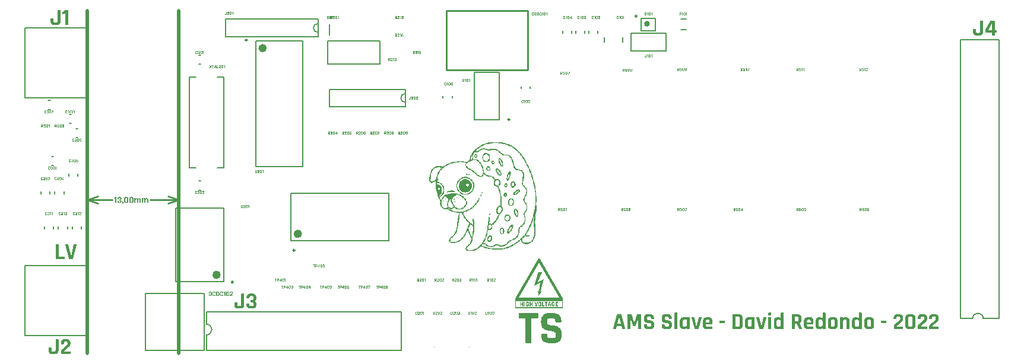
<source format=gto>
G04*
G04 #@! TF.GenerationSoftware,Altium Limited,Altium Designer,22.11.1 (43)*
G04*
G04 Layer_Color=65535*
%FSLAX44Y44*%
%MOMM*%
G71*
G04*
G04 #@! TF.SameCoordinates,096F9F2E-17F2-48AE-9279-630666160F90*
G04*
G04*
G04 #@! TF.FilePolarity,Positive*
G04*
G01*
G75*
%ADD10C,0.2000*%
%ADD11C,0.6000*%
%ADD12C,0.2500*%
%ADD13C,0.4000*%
%ADD14C,0.1000*%
%ADD15C,0.5000*%
%ADD16C,0.2540*%
G36*
X679335Y306510D02*
X682661D01*
Y305845D01*
X685322D01*
Y305180D01*
X687318D01*
Y304515D01*
X689314D01*
Y303849D01*
X691310D01*
Y303184D01*
X692641D01*
Y302519D01*
X694637D01*
Y301853D01*
X695967D01*
Y301188D01*
X696633D01*
Y300523D01*
X697963D01*
Y299857D01*
X698629D01*
Y299192D01*
X699959D01*
Y298527D01*
X700625D01*
Y297861D01*
X701290D01*
Y297196D01*
X701955D01*
Y296531D01*
X702620D01*
Y295865D01*
X703286D01*
Y295200D01*
X703951D01*
Y294535D01*
X704616D01*
Y293869D01*
X705282D01*
Y293204D01*
X705947D01*
Y292539D01*
X706612D01*
Y291874D01*
X707278D01*
Y291208D01*
X707943D01*
Y290543D01*
X708608D01*
Y289878D01*
X709274D01*
Y288547D01*
X709939D01*
Y287882D01*
X710604D01*
Y287216D01*
X711270D01*
Y285886D01*
X711935D01*
Y285221D01*
X712600D01*
Y283890D01*
X713265D01*
Y282559D01*
X713931D01*
Y281894D01*
X714596D01*
Y280563D01*
X715261D01*
Y279233D01*
X715927D01*
Y277902D01*
X716592D01*
Y276572D01*
X717257D01*
Y275241D01*
X717923D01*
Y273910D01*
X718588D01*
Y272580D01*
X719253D01*
Y271249D01*
X719919D01*
Y269918D01*
X720584D01*
Y268588D01*
X721249D01*
Y266592D01*
X721914D01*
Y265261D01*
X722580D01*
Y263265D01*
X723245D01*
Y261935D01*
X723910D01*
Y259939D01*
X724576D01*
Y257943D01*
X725241D01*
Y255947D01*
X725906D01*
Y253286D01*
X726572D01*
Y251290D01*
X727237D01*
Y248629D01*
X727902D01*
Y245302D01*
X728568D01*
Y241975D01*
X729233D01*
Y237318D01*
X729898D01*
Y229335D01*
X730563D01*
Y221351D01*
X729898D01*
Y216694D01*
X730563D01*
Y214033D01*
Y213367D01*
Y208045D01*
X729898D01*
Y204053D01*
X729233D01*
Y201392D01*
X728568D01*
Y195404D01*
X727902D01*
Y190747D01*
X728568D01*
Y172784D01*
X727902D01*
Y170122D01*
X727237D01*
Y168792D01*
X726572D01*
Y167461D01*
X725906D01*
Y166131D01*
X725241D01*
Y165465D01*
X724576D01*
Y164800D01*
X723910D01*
Y164135D01*
X723245D01*
Y163469D01*
X721914D01*
Y162804D01*
X720584D01*
Y162139D01*
X718588D01*
Y161473D01*
X713931D01*
Y162139D01*
X711270D01*
Y162804D01*
X709939D01*
Y163469D01*
X709274D01*
Y164135D01*
X708608D01*
Y166796D01*
X707278D01*
Y166131D01*
X706612D01*
Y165465D01*
X705947D01*
Y164800D01*
X704616D01*
Y164135D01*
X703951D01*
Y163469D01*
X703286D01*
Y162804D01*
X701955D01*
Y162139D01*
X701290D01*
Y161473D01*
X699959D01*
Y160808D01*
X699294D01*
Y160143D01*
X697963D01*
Y159477D01*
X697298D01*
Y158812D01*
X695967D01*
Y158147D01*
X694637D01*
Y157481D01*
X693306D01*
Y156816D01*
X691310D01*
Y156151D01*
X689980D01*
Y155485D01*
X687984D01*
Y154820D01*
X685322D01*
Y154155D01*
X681996D01*
Y153490D01*
X666694D01*
Y154155D01*
X661371D01*
Y154820D01*
X658710D01*
Y155485D01*
X656714D01*
Y156151D01*
X655384D01*
Y156816D01*
X653388D01*
Y157481D01*
X652057D01*
Y158147D01*
X650726D01*
Y157481D01*
X650061D01*
Y156816D01*
X649396D01*
Y156151D01*
X648731D01*
Y155485D01*
X647400D01*
Y154820D01*
X646735D01*
Y154155D01*
X645404D01*
Y153490D01*
X644739D01*
Y152824D01*
X642743D01*
Y152159D01*
X640747D01*
Y151494D01*
X632098D01*
Y152159D01*
X630767D01*
Y152824D01*
X629437D01*
Y154155D01*
X628771D01*
Y156151D01*
X629437D01*
Y157481D01*
X630102D01*
Y158147D01*
X630767D01*
Y158812D01*
X632098D01*
Y159477D01*
X632763D01*
Y160143D01*
X633428D01*
Y160808D01*
X634094D01*
Y161473D01*
X634759D01*
Y162139D01*
X635424D01*
Y163469D01*
X636090D01*
Y164800D01*
X636755D01*
Y166796D01*
X637420D01*
Y170122D01*
X636755D01*
Y171453D01*
X636090D01*
Y172784D01*
X635424D01*
Y174114D01*
X634759D01*
Y175445D01*
X634094D01*
Y177441D01*
X633428D01*
Y179437D01*
X632763D01*
Y180767D01*
X632098D01*
Y180102D01*
X631432D01*
Y178771D01*
X630767D01*
Y177441D01*
X630102D01*
Y176110D01*
X629437D01*
Y174779D01*
X628771D01*
Y173449D01*
X628106D01*
Y172118D01*
X627441D01*
Y171453D01*
X626775D01*
Y170788D01*
X626110D01*
Y170122D01*
X625445D01*
Y168792D01*
X624780D01*
Y168126D01*
X623449D01*
Y167461D01*
X622784D01*
Y166796D01*
X622118D01*
Y166131D01*
X621453D01*
Y165465D01*
X620122D01*
Y164800D01*
X618792D01*
Y164135D01*
X616796D01*
Y163469D01*
X614800D01*
Y162804D01*
X608147D01*
Y163469D01*
X607481D01*
Y164135D01*
X606151D01*
Y165465D01*
X605485D01*
Y167461D01*
X606151D01*
Y168792D01*
X606816D01*
Y170122D01*
X607481D01*
Y170788D01*
X608147D01*
Y171453D01*
X608812D01*
Y172118D01*
X610143D01*
Y172784D01*
X610808D01*
Y173449D01*
X611473D01*
Y174114D01*
X612139D01*
Y174779D01*
X612804D01*
Y176110D01*
X613469D01*
Y176775D01*
X614134D01*
Y178106D01*
X614800D01*
Y179437D01*
X615465D01*
Y182098D01*
X616130D01*
Y185424D01*
X616796D01*
Y189416D01*
X617461D01*
Y193408D01*
X618126D01*
Y198065D01*
X618792D01*
Y202722D01*
X619457D01*
Y206049D01*
X616130D01*
Y206714D01*
X612804D01*
Y207379D01*
X610143D01*
Y208045D01*
X608812D01*
Y208710D01*
X606816D01*
Y209375D01*
X605485D01*
Y210041D01*
X604820D01*
Y210706D01*
X603490D01*
Y211371D01*
X598167D01*
Y212037D01*
X596837D01*
Y212702D01*
X596171D01*
Y213367D01*
X594841D01*
Y214698D01*
X594175D01*
Y215363D01*
X593510D01*
Y218025D01*
X592845D01*
Y220020D01*
X593510D01*
Y222016D01*
X592845D01*
Y224012D01*
X592179D01*
Y225343D01*
X591514D01*
Y226674D01*
X590849D01*
Y228004D01*
X590183D01*
Y230000D01*
X589518D01*
Y231996D01*
X588853D01*
Y233992D01*
X588187D01*
Y236653D01*
X587522D01*
Y239980D01*
X586857D01*
Y251290D01*
X586192D01*
Y250625D01*
X584861D01*
Y249959D01*
X583530D01*
Y249294D01*
X581534D01*
Y248629D01*
X580204D01*
Y249294D01*
X578873D01*
Y249959D01*
X578208D01*
Y250625D01*
X577543D01*
Y257943D01*
X578208D01*
Y261269D01*
X578873D01*
Y263931D01*
X579538D01*
Y265261D01*
X580204D01*
Y266592D01*
X580869D01*
Y267922D01*
X581534D01*
Y268588D01*
X582200D01*
Y269253D01*
X582865D01*
Y269918D01*
X583530D01*
Y270584D01*
X584196D01*
Y271249D01*
X585526D01*
Y271914D01*
X587522D01*
Y272580D01*
X595506D01*
Y271914D01*
X597502D01*
Y272580D01*
X598167D01*
Y273245D01*
X599498D01*
Y273910D01*
X600828D01*
Y274576D01*
X602159D01*
Y275241D01*
X603490D01*
Y275906D01*
X604820D01*
Y276572D01*
X606151D01*
Y277237D01*
X608147D01*
Y277902D01*
X610143D01*
Y278568D01*
X612804D01*
Y279233D01*
X616796D01*
Y279898D01*
X626110D01*
Y279233D01*
X629437D01*
Y278568D01*
X631432D01*
Y279233D01*
X632098D01*
Y279898D01*
X633428D01*
Y280563D01*
X634094D01*
Y281229D01*
X634759D01*
Y283890D01*
X635424D01*
Y285886D01*
X636090D01*
Y287216D01*
X636755D01*
Y288547D01*
X637420D01*
Y289878D01*
X638086D01*
Y291208D01*
X638751D01*
Y291874D01*
X639416D01*
Y293204D01*
X640081D01*
Y293869D01*
X640747D01*
Y294535D01*
X641412D01*
Y295200D01*
X642077D01*
Y295865D01*
X642743D01*
Y296531D01*
X643408D01*
Y297196D01*
X644739D01*
Y297861D01*
X645404D01*
Y298527D01*
X646069D01*
Y299192D01*
X646735D01*
Y299857D01*
X648065D01*
Y300523D01*
X648731D01*
Y301188D01*
X650061D01*
Y301853D01*
X651392D01*
Y302519D01*
X652057D01*
Y303184D01*
X653388D01*
Y303849D01*
X655384D01*
Y304515D01*
X656714D01*
Y305180D01*
X658710D01*
Y305845D01*
X661371D01*
Y306510D01*
X665363D01*
Y307176D01*
X679335D01*
Y306510D01*
D02*
G37*
G36*
X734502Y140512D02*
X734803D01*
Y140412D01*
X735005D01*
Y140311D01*
X735105D01*
Y140211D01*
X735306D01*
Y140110D01*
X735407D01*
Y140009D01*
X735508D01*
Y139808D01*
X735608D01*
Y139708D01*
X735709D01*
Y139507D01*
X735809D01*
Y139305D01*
X735910D01*
Y139104D01*
X736011D01*
Y139003D01*
X736111D01*
Y138802D01*
X736212D01*
Y138601D01*
X736312D01*
Y138501D01*
X736413D01*
Y138299D01*
X736514D01*
Y138098D01*
X736614D01*
Y137897D01*
X736715D01*
Y137796D01*
X736815D01*
Y137595D01*
X736916D01*
Y137394D01*
X737017D01*
Y137193D01*
X737117D01*
Y137092D01*
X737218D01*
Y136891D01*
X737318D01*
Y136690D01*
X737419D01*
Y136589D01*
X737519D01*
Y136388D01*
X737620D01*
Y136187D01*
X737721D01*
Y135986D01*
X737821D01*
Y135885D01*
X737922D01*
Y135684D01*
X738022D01*
Y135483D01*
X738123D01*
Y135282D01*
X738223D01*
Y135181D01*
X738324D01*
Y134980D01*
X738425D01*
Y134779D01*
X738525D01*
Y134578D01*
X738626D01*
Y134477D01*
X738727D01*
Y134276D01*
X738827D01*
Y134075D01*
X738928D01*
Y133974D01*
X739028D01*
Y133773D01*
X739129D01*
Y133572D01*
X739229D01*
Y133371D01*
X739330D01*
Y133270D01*
X739431D01*
Y133069D01*
X739531D01*
Y132868D01*
X739632D01*
Y132667D01*
X739732D01*
Y132566D01*
X739833D01*
Y132365D01*
X739933D01*
Y132163D01*
X740034D01*
Y131962D01*
X740135D01*
Y131862D01*
X740235D01*
Y131661D01*
X740336D01*
Y131459D01*
X740436D01*
Y131359D01*
X740537D01*
Y131158D01*
X740638D01*
Y130956D01*
X740738D01*
Y130755D01*
X740839D01*
Y130655D01*
X740939D01*
Y130454D01*
X741040D01*
Y130252D01*
X741141D01*
Y130051D01*
X741241D01*
Y129951D01*
X741342D01*
Y129749D01*
X741442D01*
Y129548D01*
X741543D01*
Y129347D01*
X741644D01*
Y129247D01*
X741744D01*
Y129045D01*
X741845D01*
Y128844D01*
X741945D01*
Y128743D01*
X742046D01*
Y128542D01*
X742147D01*
Y128341D01*
X742247D01*
Y128140D01*
X742348D01*
Y128039D01*
X742448D01*
Y127838D01*
X742549D01*
Y127637D01*
X742649D01*
Y127436D01*
X742750D01*
Y127335D01*
X742851D01*
Y127134D01*
X742951D01*
Y126933D01*
X743052D01*
Y126832D01*
X743152D01*
Y126631D01*
X743253D01*
Y126430D01*
X743354D01*
Y126229D01*
X743454D01*
Y126128D01*
X743555D01*
Y125927D01*
X743655D01*
Y125726D01*
X743756D01*
Y125525D01*
X743856D01*
Y125424D01*
X743957D01*
Y125223D01*
X744058D01*
Y125022D01*
X744158D01*
Y124821D01*
X744259D01*
Y124720D01*
X744359D01*
Y124519D01*
X744460D01*
Y124318D01*
X744561D01*
Y124217D01*
X744661D01*
Y124016D01*
X744762D01*
Y123815D01*
X744862D01*
Y123614D01*
X744963D01*
Y123513D01*
X745063D01*
Y123312D01*
X745164D01*
Y123111D01*
X745265D01*
Y122909D01*
X745365D01*
Y122809D01*
X745466D01*
Y122608D01*
X745566D01*
Y122407D01*
X745667D01*
Y122205D01*
X745768D01*
Y122105D01*
X745868D01*
Y121903D01*
X745969D01*
Y121702D01*
X746069D01*
Y121602D01*
X746170D01*
Y121401D01*
X746271D01*
Y121199D01*
X746371D01*
Y120998D01*
X746472D01*
Y120898D01*
X746572D01*
Y120696D01*
X746673D01*
Y120495D01*
X746774D01*
Y120294D01*
X746874D01*
Y120194D01*
X746975D01*
Y119992D01*
X747075D01*
Y119791D01*
X747176D01*
Y119590D01*
X747277D01*
Y119489D01*
X747377D01*
Y119288D01*
X747478D01*
Y119087D01*
X747578D01*
Y118987D01*
X747679D01*
Y118785D01*
X747779D01*
Y118584D01*
X747880D01*
Y118383D01*
X747981D01*
Y118282D01*
X748081D01*
Y118081D01*
X748182D01*
Y117880D01*
X748282D01*
Y117679D01*
X748383D01*
Y117578D01*
X748484D01*
Y117377D01*
X748584D01*
Y117176D01*
X748685D01*
Y116975D01*
X748785D01*
Y116874D01*
X748886D01*
Y116673D01*
X748987D01*
Y116472D01*
X749087D01*
Y116371D01*
X749188D01*
Y116170D01*
X749288D01*
Y115969D01*
X749389D01*
Y115768D01*
X749489D01*
Y115667D01*
X749590D01*
Y115466D01*
X749691D01*
Y115265D01*
X749791D01*
Y115063D01*
X749892D01*
Y114963D01*
X749992D01*
Y114762D01*
X750093D01*
Y114561D01*
X750193D01*
Y114460D01*
X750294D01*
Y114259D01*
X750395D01*
Y114058D01*
X750495D01*
Y113957D01*
Y113856D01*
X750596D01*
Y113756D01*
X750696D01*
Y113555D01*
X750797D01*
Y113354D01*
X750898D01*
Y113152D01*
X750998D01*
Y113052D01*
X751099D01*
Y112851D01*
X751199D01*
Y112649D01*
X751300D01*
Y112448D01*
X751401D01*
Y112348D01*
X751501D01*
Y112147D01*
X751602D01*
Y111945D01*
X751702D01*
Y111845D01*
X751803D01*
Y111643D01*
X751904D01*
Y111442D01*
X752004D01*
Y111241D01*
X752105D01*
Y111141D01*
X752205D01*
Y110939D01*
X752306D01*
Y110738D01*
X752406D01*
Y110537D01*
X752507D01*
Y110436D01*
X752608D01*
Y110235D01*
X752708D01*
Y110034D01*
X752809D01*
Y109833D01*
X752909D01*
Y109732D01*
X753010D01*
Y109531D01*
X753111D01*
Y109330D01*
X753211D01*
Y109229D01*
X753312D01*
Y109028D01*
X753412D01*
Y108827D01*
X753513D01*
Y108626D01*
X753614D01*
Y108525D01*
X753714D01*
Y108324D01*
X753815D01*
Y108123D01*
X753915D01*
Y107922D01*
X754016D01*
Y107821D01*
X754116D01*
Y107620D01*
X754217D01*
Y107419D01*
X754318D01*
Y107218D01*
X754418D01*
Y107117D01*
X754519D01*
Y106916D01*
X754619D01*
Y106715D01*
X754720D01*
Y106614D01*
X754821D01*
Y106413D01*
X754921D01*
Y106212D01*
X755022D01*
Y106011D01*
X755122D01*
Y105910D01*
X755223D01*
Y105709D01*
X755323D01*
Y105508D01*
X755424D01*
Y105307D01*
X755525D01*
Y105206D01*
X755625D01*
Y105005D01*
X755726D01*
Y104803D01*
X755826D01*
Y104703D01*
X755927D01*
Y104502D01*
X756028D01*
Y104301D01*
X756128D01*
Y104099D01*
X756229D01*
Y103999D01*
X756329D01*
Y103798D01*
X756430D01*
Y103596D01*
X756531D01*
Y103395D01*
X756631D01*
Y103295D01*
X756732D01*
Y103094D01*
X756832D01*
Y102892D01*
X756933D01*
Y102691D01*
X757033D01*
Y102591D01*
X757134D01*
Y102389D01*
X757235D01*
Y102188D01*
X757335D01*
Y102088D01*
X757436D01*
Y101887D01*
X757536D01*
Y101685D01*
X757637D01*
Y101484D01*
X757738D01*
Y101383D01*
X757838D01*
Y101182D01*
X757939D01*
Y100981D01*
X758039D01*
Y100780D01*
X758140D01*
Y100679D01*
X758241D01*
Y100478D01*
X758341D01*
Y100277D01*
X758442D01*
Y100076D01*
X758542D01*
Y99975D01*
X758643D01*
Y99774D01*
X758744D01*
Y99573D01*
X758844D01*
Y99472D01*
X758945D01*
Y99271D01*
X759045D01*
Y99070D01*
X759146D01*
Y98869D01*
X759247D01*
Y98768D01*
X759347D01*
Y98567D01*
X759448D01*
Y98366D01*
X759548D01*
Y98165D01*
X759649D01*
Y98064D01*
X759749D01*
Y97863D01*
X759850D01*
Y97662D01*
X759951D01*
Y97461D01*
X760051D01*
Y97360D01*
X760152D01*
Y97159D01*
X760252D01*
Y96958D01*
X760353D01*
Y96857D01*
X760453D01*
Y96656D01*
X760554D01*
Y96455D01*
X760655D01*
Y96254D01*
X760755D01*
Y96153D01*
X760856D01*
Y95952D01*
X760956D01*
Y95751D01*
X761057D01*
Y95549D01*
X761158D01*
Y95449D01*
X761258D01*
Y95248D01*
X761359D01*
Y95047D01*
X761459D01*
Y94845D01*
X761560D01*
Y94745D01*
X761661D01*
Y94544D01*
X761761D01*
Y94342D01*
X761862D01*
Y94242D01*
X761962D01*
Y94041D01*
X762063D01*
Y93839D01*
X762163D01*
Y93638D01*
X762264D01*
Y93538D01*
X762365D01*
Y93336D01*
X762465D01*
Y93135D01*
X762566D01*
Y92934D01*
X762666D01*
Y92833D01*
X762767D01*
Y92632D01*
X762868D01*
Y92431D01*
X762968D01*
Y92331D01*
X763069D01*
Y92129D01*
X763169D01*
Y91928D01*
X763270D01*
Y91727D01*
X763371D01*
Y91627D01*
X763471D01*
Y91425D01*
X763572D01*
Y91224D01*
X763672D01*
Y91023D01*
X763773D01*
Y90922D01*
X763874D01*
Y90721D01*
X763974D01*
Y90520D01*
X764075D01*
Y90319D01*
X764175D01*
Y90218D01*
X764276D01*
Y90017D01*
X764376D01*
Y89816D01*
X764477D01*
Y89715D01*
X764578D01*
Y89514D01*
X764678D01*
Y89313D01*
X764779D01*
Y89112D01*
X764879D01*
Y89011D01*
X764980D01*
Y88810D01*
X765081D01*
Y88609D01*
X765181D01*
Y88408D01*
X765282D01*
Y88307D01*
X765382D01*
Y88106D01*
X765483D01*
Y87905D01*
X765583D01*
Y87704D01*
X765684D01*
Y87603D01*
X765785D01*
Y87402D01*
X765885D01*
Y87201D01*
X765986D01*
Y87100D01*
X766087D01*
Y86899D01*
X766187D01*
Y86698D01*
X766288D01*
Y86496D01*
X766388D01*
Y86396D01*
X766489D01*
Y86195D01*
X766589D01*
Y85994D01*
X766690D01*
Y85792D01*
X766791D01*
Y85692D01*
X766891D01*
Y85491D01*
X766992D01*
Y85289D01*
X767092D01*
Y85088D01*
X767193D01*
Y84988D01*
X767293D01*
Y84787D01*
X767394D01*
Y84585D01*
X767495D01*
Y84485D01*
X767595D01*
Y84284D01*
X767696D01*
Y84082D01*
X767796D01*
Y83881D01*
X767897D01*
Y83680D01*
X767998D01*
Y83479D01*
X768098D01*
Y82473D01*
X767998D01*
Y82171D01*
X767897D01*
Y81970D01*
X767796D01*
Y81869D01*
X767696D01*
Y81769D01*
X767595D01*
Y81668D01*
X767495D01*
Y81568D01*
X767394D01*
Y81467D01*
X767293D01*
Y81367D01*
X767092D01*
Y81266D01*
X766791D01*
Y81165D01*
X768098D01*
Y70000D01*
X700000D01*
Y81165D01*
X701308D01*
Y81266D01*
X701006D01*
Y81367D01*
X700805D01*
Y81467D01*
X700704D01*
Y81568D01*
X700603D01*
Y81668D01*
X700503D01*
Y81769D01*
X700402D01*
Y81869D01*
X700302D01*
Y81970D01*
X700201D01*
Y82171D01*
X700101D01*
Y82473D01*
X700000D01*
Y83479D01*
X700101D01*
Y83781D01*
X700201D01*
Y83881D01*
X700302D01*
Y84082D01*
X700402D01*
Y84284D01*
X700503D01*
Y84485D01*
X700603D01*
Y84585D01*
X700704D01*
Y84787D01*
X700805D01*
Y84988D01*
X700905D01*
Y85189D01*
X701006D01*
Y85289D01*
X701106D01*
Y85491D01*
X701207D01*
Y85692D01*
X701308D01*
Y85893D01*
X701408D01*
Y85994D01*
X701509D01*
Y86195D01*
X701609D01*
Y86396D01*
X701710D01*
Y86496D01*
X701811D01*
Y86698D01*
X701911D01*
Y86899D01*
X702012D01*
Y87100D01*
X702112D01*
Y87201D01*
X702213D01*
Y87402D01*
X702314D01*
Y87603D01*
X702414D01*
Y87804D01*
X702515D01*
Y87905D01*
X702615D01*
Y88106D01*
X702716D01*
Y88307D01*
X702816D01*
Y88508D01*
X702917D01*
Y88609D01*
X703018D01*
Y88810D01*
X703118D01*
Y89011D01*
X703219D01*
Y89112D01*
X703319D01*
Y89313D01*
X703420D01*
Y89514D01*
X703521D01*
Y89715D01*
X703621D01*
Y89816D01*
X703722D01*
Y90017D01*
X703822D01*
Y90218D01*
X703923D01*
Y90419D01*
X704024D01*
Y90520D01*
X704124D01*
Y90721D01*
X704225D01*
Y90922D01*
X704325D01*
Y91023D01*
X704426D01*
Y91224D01*
X704527D01*
Y91425D01*
X704627D01*
Y91627D01*
X704728D01*
Y91727D01*
X704828D01*
Y91928D01*
X704929D01*
Y92129D01*
X705029D01*
Y92331D01*
X705130D01*
Y92431D01*
X705231D01*
Y92632D01*
X705331D01*
Y92833D01*
X705432D01*
Y93035D01*
X705532D01*
Y93135D01*
X705633D01*
Y93336D01*
X705733D01*
Y93538D01*
X705834D01*
Y93638D01*
X705935D01*
Y93839D01*
X706035D01*
Y94041D01*
X706136D01*
Y94242D01*
X706236D01*
Y94342D01*
X706337D01*
Y94544D01*
X706438D01*
Y94745D01*
X706538D01*
Y94946D01*
X706639D01*
Y95047D01*
X706739D01*
Y95248D01*
X706840D01*
Y95449D01*
X706941D01*
Y95650D01*
X707041D01*
Y95751D01*
X707142D01*
Y95952D01*
X707242D01*
Y96153D01*
X707343D01*
Y96254D01*
X707443D01*
Y96455D01*
X707544D01*
Y96656D01*
X707645D01*
Y96857D01*
X707745D01*
Y96958D01*
X707846D01*
Y97159D01*
X707946D01*
Y97360D01*
X708047D01*
Y97561D01*
X708148D01*
Y97662D01*
X708248D01*
Y97863D01*
X708349D01*
Y98064D01*
X708449D01*
Y98265D01*
X708550D01*
Y98366D01*
X708651D01*
Y98567D01*
X708751D01*
Y98768D01*
X708852D01*
Y98869D01*
X708952D01*
Y99070D01*
X709053D01*
Y99271D01*
X709154D01*
Y99472D01*
X709254D01*
Y99573D01*
X709355D01*
Y99774D01*
X709455D01*
Y99975D01*
X709556D01*
Y100176D01*
X709657D01*
Y100277D01*
X709757D01*
Y100478D01*
X709858D01*
Y100679D01*
X709958D01*
Y100780D01*
X710059D01*
Y100981D01*
X710159D01*
Y101182D01*
X710260D01*
Y101383D01*
X710361D01*
Y101484D01*
X710461D01*
Y101685D01*
X710562D01*
Y101887D01*
X710662D01*
Y102088D01*
X710763D01*
Y102188D01*
X710863D01*
Y102389D01*
X710964D01*
Y102591D01*
X711065D01*
Y102792D01*
X711165D01*
Y102892D01*
X711266D01*
Y103094D01*
X711367D01*
Y103295D01*
X711467D01*
Y103395D01*
X711568D01*
Y103596D01*
X711668D01*
Y103798D01*
X711769D01*
Y103999D01*
X711869D01*
Y104099D01*
X711970D01*
Y104301D01*
X712071D01*
Y104502D01*
X712171D01*
Y104703D01*
X712272D01*
Y104803D01*
X712372D01*
Y105005D01*
X712473D01*
Y105206D01*
X712573D01*
Y105407D01*
X712674D01*
Y105508D01*
X712775D01*
Y105709D01*
X712875D01*
Y105910D01*
X712976D01*
Y106011D01*
X713076D01*
Y106212D01*
X713177D01*
Y106413D01*
X713278D01*
Y106614D01*
X713378D01*
Y106715D01*
X713479D01*
Y106916D01*
X713579D01*
Y107117D01*
X713680D01*
Y107318D01*
X713781D01*
Y107419D01*
X713881D01*
Y107620D01*
X713982D01*
Y107821D01*
X714082D01*
Y108022D01*
X714183D01*
Y108123D01*
X714284D01*
Y108324D01*
X714384D01*
Y108525D01*
X714485D01*
Y108626D01*
X714585D01*
Y108827D01*
X714686D01*
Y109028D01*
X714787D01*
Y109229D01*
X714887D01*
Y109330D01*
X714988D01*
Y109531D01*
X715088D01*
Y109732D01*
X715189D01*
Y109934D01*
X715289D01*
Y110034D01*
X715390D01*
Y110235D01*
X715491D01*
Y110436D01*
X715591D01*
Y110537D01*
X715692D01*
Y110738D01*
X715792D01*
Y110939D01*
X715893D01*
Y111141D01*
X715993D01*
Y111241D01*
X716094D01*
Y111442D01*
X716195D01*
Y111643D01*
X716295D01*
Y111845D01*
X716396D01*
Y111945D01*
X716497D01*
Y112147D01*
X716597D01*
Y112348D01*
X716698D01*
Y112549D01*
X716798D01*
Y112649D01*
X716899D01*
Y112851D01*
X716999D01*
Y113052D01*
X717100D01*
Y113152D01*
X717201D01*
Y113354D01*
X717301D01*
Y113555D01*
X717402D01*
Y113756D01*
X717502D01*
Y113856D01*
X717603D01*
Y114058D01*
X717703D01*
Y114259D01*
X717804D01*
Y114460D01*
X717905D01*
Y114561D01*
X718005D01*
Y114762D01*
X718106D01*
Y114963D01*
X718206D01*
Y115164D01*
X718307D01*
Y115265D01*
X718408D01*
Y115466D01*
X718508D01*
Y115667D01*
X718609D01*
Y115768D01*
X718709D01*
Y115969D01*
X718810D01*
Y116170D01*
X718911D01*
Y116371D01*
X719011D01*
Y116472D01*
X719112D01*
Y116673D01*
X719212D01*
Y116874D01*
X719313D01*
Y117075D01*
X719414D01*
Y117176D01*
X719514D01*
Y117377D01*
X719615D01*
Y117578D01*
X719715D01*
Y117779D01*
X719816D01*
Y117880D01*
X719917D01*
Y118081D01*
X720017D01*
Y118282D01*
X720118D01*
Y118383D01*
X720218D01*
Y118584D01*
X720319D01*
Y118785D01*
X720419D01*
Y118987D01*
X720520D01*
Y119087D01*
X720621D01*
Y119288D01*
X720721D01*
Y119489D01*
X720822D01*
Y119691D01*
X720922D01*
Y119791D01*
X721023D01*
Y119992D01*
X721124D01*
Y120194D01*
X721224D01*
Y120395D01*
X721325D01*
Y120495D01*
X721425D01*
Y120696D01*
X721526D01*
Y120898D01*
X721627D01*
Y120998D01*
X721727D01*
Y121199D01*
X721828D01*
Y121401D01*
X721928D01*
Y121602D01*
X722029D01*
Y121702D01*
X722129D01*
Y121903D01*
X722230D01*
Y122105D01*
X722331D01*
Y122306D01*
X722431D01*
Y122407D01*
X722532D01*
Y122608D01*
X722632D01*
Y122809D01*
X722733D01*
Y122909D01*
X722833D01*
Y123111D01*
X722934D01*
Y123312D01*
X723035D01*
Y123513D01*
X723135D01*
Y123614D01*
X723236D01*
Y123815D01*
X723336D01*
Y124016D01*
X723437D01*
Y124217D01*
X723538D01*
Y124318D01*
X723638D01*
Y124519D01*
X723739D01*
Y124720D01*
X723839D01*
Y124921D01*
X723940D01*
Y125022D01*
X724041D01*
Y125223D01*
X724141D01*
Y125424D01*
X724242D01*
Y125525D01*
X724342D01*
Y125726D01*
X724443D01*
Y125927D01*
X724544D01*
Y126128D01*
X724644D01*
Y126229D01*
X724745D01*
Y126430D01*
X724845D01*
Y126631D01*
X724946D01*
Y126832D01*
X725046D01*
Y126933D01*
X725147D01*
Y127134D01*
X725248D01*
Y127335D01*
X725348D01*
Y127536D01*
X725449D01*
Y127637D01*
X725549D01*
Y127838D01*
X725650D01*
Y128039D01*
X725751D01*
Y128140D01*
X725851D01*
Y128341D01*
X725952D01*
Y128542D01*
X726052D01*
Y128743D01*
X726153D01*
Y128844D01*
X726254D01*
Y129045D01*
X726354D01*
Y129247D01*
X726455D01*
Y129448D01*
X726555D01*
Y129548D01*
X726656D01*
Y129749D01*
X726757D01*
Y129951D01*
X726857D01*
Y130152D01*
X726958D01*
Y130252D01*
X727058D01*
Y130454D01*
X727159D01*
Y130655D01*
X727259D01*
Y130755D01*
X727360D01*
Y130956D01*
X727461D01*
Y131158D01*
X727561D01*
Y131359D01*
X727662D01*
Y131459D01*
X727762D01*
Y131661D01*
X727863D01*
Y131862D01*
X727963D01*
Y132063D01*
X728064D01*
Y132163D01*
X728165D01*
Y132365D01*
X728265D01*
Y132566D01*
X728366D01*
Y132667D01*
X728466D01*
Y132868D01*
X728567D01*
Y133069D01*
X728668D01*
Y133270D01*
X728768D01*
Y133371D01*
X728869D01*
Y133572D01*
X728969D01*
Y133773D01*
X729070D01*
Y133974D01*
X729171D01*
Y134075D01*
X729271D01*
Y134276D01*
X729372D01*
Y134477D01*
X729472D01*
Y134678D01*
X729573D01*
Y134779D01*
X729673D01*
Y134980D01*
X729774D01*
Y135181D01*
X729875D01*
Y135282D01*
X729975D01*
Y135483D01*
X730076D01*
Y135684D01*
X730176D01*
Y135885D01*
X730277D01*
Y135986D01*
X730378D01*
Y136187D01*
X730478D01*
Y136388D01*
X730579D01*
Y136589D01*
X730679D01*
Y136690D01*
X730780D01*
Y136891D01*
X730881D01*
Y137092D01*
X730981D01*
Y137294D01*
X731082D01*
Y137394D01*
X731182D01*
Y137595D01*
X731283D01*
Y137796D01*
X731384D01*
Y137897D01*
X731484D01*
Y138098D01*
X731585D01*
Y138299D01*
X731685D01*
Y138501D01*
X731786D01*
Y138601D01*
X731887D01*
Y138802D01*
X731987D01*
Y139003D01*
X732088D01*
Y139205D01*
X732188D01*
Y139305D01*
X732289D01*
Y139507D01*
X732389D01*
Y139708D01*
X732490D01*
Y139808D01*
X732591D01*
Y140009D01*
X732691D01*
Y140110D01*
X732792D01*
Y140211D01*
X732993D01*
Y140311D01*
X733093D01*
Y140412D01*
X733295D01*
Y140512D01*
X733596D01*
Y140613D01*
X734502D01*
Y140512D01*
D02*
G37*
G36*
X74387Y161288D02*
X74526Y161196D01*
X74618Y161057D01*
X74665Y160872D01*
Y160640D01*
X69482Y140694D01*
Y140648D01*
X69435Y140602D01*
X69343Y140370D01*
X69111Y140093D01*
X68926Y140046D01*
X68695Y140000D01*
X64252D01*
X63974Y140093D01*
X63836Y140185D01*
X63697Y140278D01*
X63604Y140463D01*
X63512Y140694D01*
X58328Y160640D01*
Y160687D01*
Y160779D01*
Y161011D01*
X58375Y161149D01*
X58513Y161288D01*
X58699Y161334D01*
X58976Y161381D01*
X62216D01*
X62493Y161288D01*
X62632Y161196D01*
X62771Y161103D01*
X62864Y160918D01*
X62910Y160687D01*
X66427Y144304D01*
X66566D01*
X70037Y160687D01*
Y160733D01*
X70083Y160779D01*
X70176Y161057D01*
X70453Y161288D01*
X70638Y161334D01*
X70870Y161381D01*
X74109D01*
X74387Y161288D01*
D02*
G37*
G36*
X48934D02*
X49026Y161196D01*
X49165Y161103D01*
X49211Y160918D01*
X49258Y160687D01*
Y144026D01*
Y143980D01*
X49304Y143841D01*
X49397Y143702D01*
X49628Y143656D01*
X56755D01*
X57032Y143563D01*
X57125Y143471D01*
X57264Y143378D01*
X57310Y143193D01*
X57357Y142962D01*
Y140694D01*
Y140648D01*
Y140602D01*
X57264Y140370D01*
X57171Y140231D01*
X57079Y140093D01*
X56894Y140046D01*
X56662Y140000D01*
X45602D01*
X45370Y140093D01*
X45231Y140185D01*
X45093Y140278D01*
X45046Y140463D01*
X45000Y140694D01*
Y160687D01*
Y160733D01*
Y160779D01*
X45093Y161057D01*
X45185Y161149D01*
X45278Y161288D01*
X45463Y161334D01*
X45694Y161381D01*
X48656D01*
X48934Y161288D01*
D02*
G37*
G36*
X1065007Y63324D02*
X1065239Y63139D01*
X1065285Y63001D01*
X1065331Y62769D01*
Y59854D01*
Y59807D01*
Y59761D01*
X1065239Y59530D01*
X1065054Y59252D01*
X1064915Y59206D01*
X1064684Y59159D01*
X1061675D01*
X1061444Y59252D01*
X1061305Y59345D01*
X1061213Y59437D01*
X1061166Y59622D01*
X1061120Y59854D01*
Y62723D01*
Y62769D01*
Y62815D01*
X1061213Y63093D01*
X1061398Y63324D01*
X1061537Y63371D01*
X1061768Y63417D01*
X1064776D01*
X1065007Y63324D01*
D02*
G37*
G36*
X1194218D02*
X1194311Y63232D01*
X1194449Y63139D01*
X1194496Y62954D01*
X1194542Y62723D01*
Y40694D01*
Y40648D01*
Y40602D01*
X1194449Y40370D01*
X1194357Y40231D01*
X1194264Y40093D01*
X1194079Y40046D01*
X1193848Y40000D01*
X1190886D01*
X1190655Y40093D01*
X1190516Y40185D01*
X1190377Y40278D01*
X1190331Y40463D01*
X1190284Y40694D01*
Y41759D01*
X1190145D01*
Y41712D01*
X1190053Y41620D01*
X1189960Y41435D01*
X1189868Y41249D01*
X1189683Y41064D01*
X1189451Y40833D01*
X1189174Y40602D01*
X1188850Y40416D01*
X1188803D01*
X1188711Y40370D01*
X1188526Y40278D01*
X1188248Y40231D01*
X1187970Y40139D01*
X1187646Y40046D01*
X1186906Y40000D01*
X1185286D01*
X1185101Y40046D01*
X1184638Y40093D01*
X1184083Y40185D01*
X1183435Y40324D01*
X1182787Y40602D01*
X1182185Y40926D01*
X1181630Y41388D01*
X1181584Y41435D01*
X1181445Y41666D01*
X1181214Y41990D01*
X1180982Y42407D01*
X1180751Y42962D01*
X1180519Y43656D01*
X1180381Y44489D01*
X1180334Y45415D01*
Y51523D01*
Y51570D01*
Y51662D01*
Y51755D01*
Y51940D01*
X1180427Y52449D01*
X1180519Y53004D01*
X1180658Y53652D01*
X1180890Y54346D01*
X1181214Y54994D01*
X1181630Y55550D01*
X1181676Y55596D01*
X1181861Y55781D01*
X1182185Y56013D01*
X1182602Y56290D01*
X1183157Y56522D01*
X1183851Y56753D01*
X1184638Y56938D01*
X1185518Y56984D01*
X1187276D01*
X1187554Y56938D01*
X1188155Y56799D01*
X1188850Y56522D01*
X1188896D01*
X1188988Y56429D01*
X1189174Y56336D01*
X1189359Y56198D01*
X1189775Y55781D01*
X1190007Y55503D01*
X1190145Y55179D01*
X1190284D01*
Y62723D01*
Y62769D01*
Y62815D01*
X1190377Y63093D01*
X1190469Y63186D01*
X1190562Y63324D01*
X1190747Y63371D01*
X1190978Y63417D01*
X1193940D01*
X1194218Y63324D01*
D02*
G37*
G36*
X1172374Y56938D02*
X1172745Y56892D01*
X1173115Y56799D01*
X1173578Y56707D01*
X1174040Y56522D01*
X1174549Y56290D01*
X1175012Y56013D01*
X1175475Y55642D01*
X1175938Y55226D01*
X1176308Y54670D01*
X1176678Y54069D01*
X1176910Y53328D01*
X1177095Y52495D01*
X1177141Y51523D01*
Y40694D01*
Y40648D01*
Y40602D01*
X1177048Y40370D01*
X1176956Y40231D01*
X1176817Y40093D01*
X1176632Y40046D01*
X1176401Y40000D01*
X1173531D01*
X1173300Y40093D01*
X1173161Y40185D01*
X1173022Y40278D01*
X1172976Y40463D01*
X1172930Y40694D01*
Y51338D01*
Y51385D01*
Y51523D01*
Y51708D01*
X1172883Y51940D01*
X1172745Y52449D01*
X1172606Y52680D01*
X1172467Y52866D01*
X1172374Y52958D01*
X1172282Y53004D01*
X1172097Y53097D01*
X1171912Y53190D01*
X1171634Y53236D01*
X1171310Y53328D01*
X1169644D01*
X1169366Y53282D01*
X1169042Y53190D01*
X1168626Y53004D01*
X1168209Y52727D01*
X1167839Y52264D01*
X1167700Y51986D01*
X1167561Y51616D01*
X1167515Y51246D01*
X1167469Y50783D01*
Y40694D01*
Y40648D01*
Y40602D01*
X1167376Y40370D01*
X1167284Y40231D01*
X1167145Y40093D01*
X1166960Y40046D01*
X1166728Y40000D01*
X1163813D01*
X1163581Y40093D01*
X1163443Y40185D01*
X1163304Y40278D01*
X1163257Y40463D01*
X1163211Y40694D01*
Y56290D01*
Y56336D01*
Y56383D01*
X1163304Y56660D01*
X1163396Y56753D01*
X1163489Y56892D01*
X1163674Y56938D01*
X1163905Y56984D01*
X1166867D01*
X1167099Y56892D01*
X1167237Y56799D01*
X1167376Y56707D01*
X1167422Y56522D01*
X1167469Y56290D01*
Y55179D01*
X1167561D01*
X1167608Y55272D01*
X1167700Y55457D01*
X1167932Y55735D01*
X1168255Y56105D01*
X1168672Y56429D01*
X1169274Y56707D01*
X1169968Y56892D01*
X1170847Y56984D01*
X1172143D01*
X1172374Y56938D01*
D02*
G37*
G36*
X1142293Y63324D02*
X1142386Y63232D01*
X1142524Y63139D01*
X1142571Y62954D01*
X1142617Y62723D01*
Y40694D01*
Y40648D01*
Y40602D01*
X1142524Y40370D01*
X1142432Y40231D01*
X1142339Y40093D01*
X1142154Y40046D01*
X1141923Y40000D01*
X1138961D01*
X1138730Y40093D01*
X1138591Y40185D01*
X1138452Y40278D01*
X1138406Y40463D01*
X1138359Y40694D01*
Y41759D01*
X1138221D01*
Y41712D01*
X1138128Y41620D01*
X1138036Y41435D01*
X1137943Y41249D01*
X1137758Y41064D01*
X1137526Y40833D01*
X1137249Y40602D01*
X1136925Y40416D01*
X1136879D01*
X1136786Y40370D01*
X1136601Y40278D01*
X1136323Y40231D01*
X1136046Y40139D01*
X1135722Y40046D01*
X1134981Y40000D01*
X1133361D01*
X1133176Y40046D01*
X1132713Y40093D01*
X1132158Y40185D01*
X1131510Y40324D01*
X1130862Y40602D01*
X1130261Y40926D01*
X1129705Y41388D01*
X1129659Y41435D01*
X1129520Y41666D01*
X1129289Y41990D01*
X1129057Y42407D01*
X1128826Y42962D01*
X1128595Y43656D01*
X1128456Y44489D01*
X1128410Y45415D01*
Y51523D01*
Y51570D01*
Y51662D01*
Y51755D01*
Y51940D01*
X1128502Y52449D01*
X1128595Y53004D01*
X1128733Y53652D01*
X1128965Y54346D01*
X1129289Y54994D01*
X1129705Y55550D01*
X1129752Y55596D01*
X1129937Y55781D01*
X1130261Y56013D01*
X1130677Y56290D01*
X1131233Y56522D01*
X1131927Y56753D01*
X1132713Y56938D01*
X1133593Y56984D01*
X1135351D01*
X1135629Y56938D01*
X1136231Y56799D01*
X1136925Y56522D01*
X1136971D01*
X1137064Y56429D01*
X1137249Y56336D01*
X1137434Y56198D01*
X1137850Y55781D01*
X1138082Y55503D01*
X1138221Y55179D01*
X1138359D01*
Y62723D01*
Y62769D01*
Y62815D01*
X1138452Y63093D01*
X1138544Y63186D01*
X1138637Y63324D01*
X1138822Y63371D01*
X1139054Y63417D01*
X1142015D01*
X1142293Y63324D01*
D02*
G37*
G36*
X1082732D02*
X1082825Y63232D01*
X1082964Y63139D01*
X1083010Y62954D01*
X1083056Y62723D01*
Y40694D01*
Y40648D01*
Y40602D01*
X1082964Y40370D01*
X1082871Y40231D01*
X1082779Y40093D01*
X1082594Y40046D01*
X1082362Y40000D01*
X1079400D01*
X1079169Y40093D01*
X1079030Y40185D01*
X1078891Y40278D01*
X1078845Y40463D01*
X1078799Y40694D01*
Y41759D01*
X1078660D01*
Y41712D01*
X1078567Y41620D01*
X1078475Y41435D01*
X1078382Y41249D01*
X1078197Y41064D01*
X1077966Y40833D01*
X1077688Y40602D01*
X1077364Y40416D01*
X1077318D01*
X1077225Y40370D01*
X1077040Y40278D01*
X1076762Y40231D01*
X1076485Y40139D01*
X1076161Y40046D01*
X1075420Y40000D01*
X1073801D01*
X1073615Y40046D01*
X1073153Y40093D01*
X1072597Y40185D01*
X1071949Y40324D01*
X1071301Y40602D01*
X1070700Y40926D01*
X1070145Y41388D01*
X1070098Y41435D01*
X1069959Y41666D01*
X1069728Y41990D01*
X1069497Y42407D01*
X1069265Y42962D01*
X1069034Y43656D01*
X1068895Y44489D01*
X1068849Y45415D01*
Y51523D01*
Y51570D01*
Y51662D01*
Y51755D01*
Y51940D01*
X1068941Y52449D01*
X1069034Y53004D01*
X1069173Y53652D01*
X1069404Y54346D01*
X1069728Y54994D01*
X1070145Y55550D01*
X1070191Y55596D01*
X1070376Y55781D01*
X1070700Y56013D01*
X1071116Y56290D01*
X1071672Y56522D01*
X1072366Y56753D01*
X1073153Y56938D01*
X1074032Y56984D01*
X1075790D01*
X1076068Y56938D01*
X1076670Y56799D01*
X1077364Y56522D01*
X1077410D01*
X1077503Y56429D01*
X1077688Y56336D01*
X1077873Y56198D01*
X1078289Y55781D01*
X1078521Y55503D01*
X1078660Y55179D01*
X1078799D01*
Y62723D01*
Y62769D01*
Y62815D01*
X1078891Y63093D01*
X1078984Y63186D01*
X1079076Y63324D01*
X1079261Y63371D01*
X1079493Y63417D01*
X1082455D01*
X1082732Y63324D01*
D02*
G37*
G36*
X918628Y61288D02*
X919229Y61196D01*
X919877Y61011D01*
X920571Y60779D01*
X921219Y60409D01*
X921821Y59946D01*
X921867Y59900D01*
X922052Y59668D01*
X922284Y59391D01*
X922561Y58928D01*
X922839Y58373D01*
X923070Y57678D01*
X923256Y56845D01*
X923302Y55920D01*
Y55318D01*
Y55272D01*
Y55226D01*
X923209Y54994D01*
X923117Y54855D01*
X923024Y54717D01*
X922839Y54670D01*
X922608Y54624D01*
X919692D01*
X919414Y54717D01*
X919276Y54809D01*
X919183Y54902D01*
X919090Y55087D01*
X919044Y55318D01*
Y55503D01*
Y55550D01*
Y55735D01*
X918998Y55920D01*
Y56198D01*
X918813Y56799D01*
X918720Y57077D01*
X918535Y57262D01*
X918443Y57354D01*
X918304Y57401D01*
X918119Y57493D01*
X917887Y57586D01*
X917563Y57632D01*
X917193Y57725D01*
X915203D01*
X914972Y57678D01*
X914694D01*
X914092Y57493D01*
X913815Y57401D01*
X913583Y57216D01*
Y57169D01*
X913491Y57123D01*
X913445Y56984D01*
X913352Y56799D01*
X913259Y56522D01*
X913213Y56151D01*
X913120Y55735D01*
Y55226D01*
Y54578D01*
Y54531D01*
X913167Y54346D01*
X913259Y54069D01*
X913445Y53745D01*
X913768Y53467D01*
X914000Y53282D01*
X914277Y53143D01*
X914601Y53004D01*
X914972Y52912D01*
X915388Y52819D01*
X915851Y52773D01*
X915990D01*
X916129Y52727D01*
X916314D01*
X916869Y52634D01*
X917517Y52542D01*
X918304Y52403D01*
X919137Y52218D01*
X920016Y51986D01*
X920849Y51662D01*
X920895D01*
X921034Y51570D01*
X921266Y51431D01*
X921543Y51246D01*
X921821Y51014D01*
X922145Y50690D01*
X922469Y50320D01*
X922793Y49857D01*
X922839Y49811D01*
X922932Y49626D01*
X923024Y49348D01*
X923209Y48978D01*
X923348Y48469D01*
X923441Y47914D01*
X923533Y47266D01*
X923579Y46572D01*
Y45461D01*
Y45415D01*
Y45368D01*
Y45230D01*
Y45044D01*
X923487Y44535D01*
X923394Y43980D01*
X923209Y43286D01*
X922978Y42638D01*
X922608Y41990D01*
X922099Y41388D01*
X922052Y41342D01*
X921821Y41157D01*
X921497Y40972D01*
X921080Y40694D01*
X920479Y40463D01*
X919785Y40231D01*
X918998Y40046D01*
X918072Y40000D01*
X914185D01*
X914000Y40046D01*
X913537Y40093D01*
X912935Y40185D01*
X912288Y40324D01*
X911593Y40602D01*
X910945Y40926D01*
X910344Y41388D01*
X910297Y41435D01*
X910112Y41666D01*
X909881Y41990D01*
X909650Y42453D01*
X909372Y43008D01*
X909140Y43702D01*
X908955Y44535D01*
X908909Y45461D01*
Y46109D01*
Y46155D01*
Y46201D01*
X909002Y46479D01*
X909094Y46572D01*
X909187Y46710D01*
X909372Y46757D01*
X909603Y46803D01*
X912519D01*
X912796Y46710D01*
X912889Y46618D01*
X913028Y46525D01*
X913074Y46340D01*
X913120Y46109D01*
Y45831D01*
Y45785D01*
Y45646D01*
X913167Y45415D01*
Y45137D01*
X913352Y44582D01*
X913445Y44304D01*
X913630Y44119D01*
X913676D01*
X913722Y44026D01*
X913861Y43980D01*
X914046Y43887D01*
X914324Y43795D01*
X914648Y43749D01*
X915018Y43656D01*
X917239D01*
X917471Y43702D01*
X917748D01*
X918350Y43841D01*
X918628Y43980D01*
X918859Y44119D01*
X918905Y44165D01*
X918952Y44211D01*
X919044Y44350D01*
X919137Y44535D01*
X919229Y44813D01*
X919276Y45137D01*
X919368Y45553D01*
Y46016D01*
Y46386D01*
Y46433D01*
Y46525D01*
X919322Y46710D01*
X919276Y46942D01*
X919183Y47173D01*
X919044Y47405D01*
X918859Y47636D01*
X918581Y47867D01*
X918535Y47914D01*
X918443Y47960D01*
X918257Y48053D01*
X918026Y48145D01*
X917748Y48284D01*
X917424Y48376D01*
X916638Y48515D01*
X916453D01*
X916221Y48562D01*
X915897Y48608D01*
X915527Y48654D01*
X915064Y48700D01*
X914092Y48885D01*
X914046D01*
X913861Y48932D01*
X913630Y48978D01*
X913259Y49071D01*
X912889Y49209D01*
X912473Y49302D01*
X911593Y49626D01*
X911547Y49672D01*
X911408Y49718D01*
X911177Y49857D01*
X910899Y50043D01*
X910621Y50274D01*
X910297Y50552D01*
X909974Y50922D01*
X909650Y51385D01*
X909603Y51431D01*
X909511Y51616D01*
X909418Y51940D01*
X909279Y52310D01*
X909094Y52819D01*
X909002Y53375D01*
X908909Y54022D01*
X908863Y54763D01*
Y55920D01*
Y55966D01*
Y56059D01*
Y56151D01*
X908909Y56336D01*
X908955Y56845D01*
X909048Y57401D01*
X909233Y58049D01*
X909464Y58743D01*
X909835Y59391D01*
X910297Y59946D01*
X910390Y59992D01*
X910575Y60178D01*
X910899Y60409D01*
X911362Y60687D01*
X911964Y60918D01*
X912658Y61149D01*
X913491Y61335D01*
X914416Y61381D01*
X918165D01*
X918628Y61288D01*
D02*
G37*
G36*
X893360D02*
X893961Y61196D01*
X894609Y61011D01*
X895303Y60779D01*
X895951Y60409D01*
X896553Y59946D01*
X896599Y59900D01*
X896784Y59668D01*
X897016Y59391D01*
X897293Y58928D01*
X897571Y58373D01*
X897802Y57678D01*
X897987Y56845D01*
X898034Y55920D01*
Y55318D01*
Y55272D01*
Y55226D01*
X897941Y54994D01*
X897849Y54855D01*
X897756Y54717D01*
X897571Y54670D01*
X897339Y54624D01*
X894424D01*
X894146Y54717D01*
X894007Y54809D01*
X893915Y54902D01*
X893822Y55087D01*
X893776Y55318D01*
Y55503D01*
Y55550D01*
Y55735D01*
X893730Y55920D01*
Y56198D01*
X893545Y56799D01*
X893452Y57077D01*
X893267Y57262D01*
X893174Y57354D01*
X893036Y57401D01*
X892850Y57493D01*
X892619Y57586D01*
X892295Y57632D01*
X891925Y57725D01*
X889935D01*
X889703Y57678D01*
X889426D01*
X888824Y57493D01*
X888547Y57401D01*
X888315Y57216D01*
Y57169D01*
X888223Y57123D01*
X888176Y56984D01*
X888084Y56799D01*
X887991Y56522D01*
X887945Y56151D01*
X887852Y55735D01*
Y55226D01*
Y54578D01*
Y54531D01*
X887899Y54346D01*
X887991Y54069D01*
X888176Y53745D01*
X888500Y53467D01*
X888732Y53282D01*
X889009Y53143D01*
X889333Y53004D01*
X889703Y52912D01*
X890120Y52819D01*
X890583Y52773D01*
X890722D01*
X890860Y52727D01*
X891046D01*
X891601Y52634D01*
X892249Y52542D01*
X893036Y52403D01*
X893868Y52218D01*
X894748Y51986D01*
X895581Y51662D01*
X895627D01*
X895766Y51570D01*
X895997Y51431D01*
X896275Y51246D01*
X896553Y51014D01*
X896877Y50690D01*
X897201Y50320D01*
X897524Y49857D01*
X897571Y49811D01*
X897663Y49626D01*
X897756Y49348D01*
X897941Y48978D01*
X898080Y48469D01*
X898172Y47914D01*
X898265Y47266D01*
X898311Y46572D01*
Y45461D01*
Y45415D01*
Y45368D01*
Y45230D01*
Y45044D01*
X898219Y44535D01*
X898126Y43980D01*
X897941Y43286D01*
X897710Y42638D01*
X897339Y41990D01*
X896830Y41388D01*
X896784Y41342D01*
X896553Y41157D01*
X896229Y40972D01*
X895812Y40694D01*
X895211Y40463D01*
X894516Y40231D01*
X893730Y40046D01*
X892804Y40000D01*
X888917D01*
X888732Y40046D01*
X888269Y40093D01*
X887667Y40185D01*
X887019Y40324D01*
X886325Y40602D01*
X885677Y40926D01*
X885076Y41388D01*
X885029Y41435D01*
X884844Y41666D01*
X884613Y41990D01*
X884381Y42453D01*
X884104Y43008D01*
X883872Y43702D01*
X883687Y44535D01*
X883641Y45461D01*
Y46109D01*
Y46155D01*
Y46201D01*
X883734Y46479D01*
X883826Y46572D01*
X883919Y46710D01*
X884104Y46757D01*
X884335Y46803D01*
X887251D01*
X887528Y46710D01*
X887621Y46618D01*
X887760Y46525D01*
X887806Y46340D01*
X887852Y46109D01*
Y45831D01*
Y45785D01*
Y45646D01*
X887899Y45415D01*
Y45137D01*
X888084Y44582D01*
X888176Y44304D01*
X888361Y44119D01*
X888408D01*
X888454Y44026D01*
X888593Y43980D01*
X888778Y43887D01*
X889055Y43795D01*
X889380Y43749D01*
X889750Y43656D01*
X891971D01*
X892203Y43702D01*
X892480D01*
X893082Y43841D01*
X893360Y43980D01*
X893591Y44119D01*
X893637Y44165D01*
X893683Y44211D01*
X893776Y44350D01*
X893868Y44535D01*
X893961Y44813D01*
X894007Y45137D01*
X894100Y45553D01*
Y46016D01*
Y46386D01*
Y46433D01*
Y46525D01*
X894054Y46710D01*
X894007Y46942D01*
X893915Y47173D01*
X893776Y47405D01*
X893591Y47636D01*
X893313Y47867D01*
X893267Y47914D01*
X893174Y47960D01*
X892989Y48053D01*
X892758Y48145D01*
X892480Y48284D01*
X892156Y48376D01*
X891369Y48515D01*
X891184D01*
X890953Y48562D01*
X890629Y48608D01*
X890259Y48654D01*
X889796Y48700D01*
X888824Y48885D01*
X888778D01*
X888593Y48932D01*
X888361Y48978D01*
X887991Y49071D01*
X887621Y49209D01*
X887204Y49302D01*
X886325Y49626D01*
X886279Y49672D01*
X886140Y49718D01*
X885909Y49857D01*
X885631Y50043D01*
X885353Y50274D01*
X885029Y50552D01*
X884705Y50922D01*
X884381Y51385D01*
X884335Y51431D01*
X884242Y51616D01*
X884150Y51940D01*
X884011Y52310D01*
X883826Y52819D01*
X883734Y53375D01*
X883641Y54022D01*
X883595Y54763D01*
Y55920D01*
Y55966D01*
Y56059D01*
Y56151D01*
X883641Y56336D01*
X883687Y56845D01*
X883780Y57401D01*
X883965Y58049D01*
X884196Y58743D01*
X884566Y59391D01*
X885029Y59946D01*
X885122Y59992D01*
X885307Y60178D01*
X885631Y60409D01*
X886094Y60687D01*
X886695Y60918D01*
X887390Y61149D01*
X888223Y61335D01*
X889148Y61381D01*
X892897D01*
X893360Y61288D01*
D02*
G37*
G36*
X879476D02*
X879568Y61196D01*
X879707Y61103D01*
X879753Y60918D01*
X879800Y60687D01*
Y40694D01*
Y40648D01*
Y40602D01*
X879707Y40370D01*
X879615Y40231D01*
X879522Y40093D01*
X879337Y40046D01*
X879106Y40000D01*
X876283D01*
X876051Y40093D01*
X875912Y40185D01*
X875773Y40278D01*
X875727Y40463D01*
X875681Y40694D01*
Y56475D01*
X875542D01*
X872164Y45322D01*
Y45276D01*
X872117Y45230D01*
X871979Y44998D01*
X871747Y44720D01*
X871562Y44674D01*
X871331Y44628D01*
X868415D01*
X868184Y44720D01*
X868045Y44813D01*
X867906Y44906D01*
X867767Y45091D01*
X867675Y45322D01*
X864204Y56522D01*
X864111D01*
Y40694D01*
Y40648D01*
Y40463D01*
X864065Y40278D01*
X863972Y40139D01*
X863926D01*
X863834Y40093D01*
X863649Y40046D01*
X863371Y40000D01*
X860548D01*
X860316Y40093D01*
X860178Y40185D01*
X860039Y40278D01*
X859992Y40463D01*
X859946Y40694D01*
Y60687D01*
Y60733D01*
Y60779D01*
X860039Y61057D01*
X860131Y61149D01*
X860224Y61288D01*
X860409Y61335D01*
X860640Y61381D01*
X865731D01*
X865870Y61335D01*
X866101Y61196D01*
X866240Y60918D01*
X869803Y49163D01*
X869989D01*
X873552Y60918D01*
X873598Y61011D01*
X873691Y61149D01*
X873876Y61288D01*
X874200Y61381D01*
X879198D01*
X879476Y61288D01*
D02*
G37*
G36*
X1229343Y52218D02*
X1229436Y52125D01*
X1229575Y51986D01*
X1229621Y51801D01*
X1229668Y51570D01*
Y49626D01*
Y49580D01*
Y49533D01*
X1229575Y49256D01*
X1229482Y49117D01*
X1229390Y49024D01*
X1229205Y48932D01*
X1228973Y48885D01*
X1222541D01*
X1222309Y48978D01*
X1222170Y49071D01*
X1222031Y49209D01*
X1221985Y49395D01*
X1221939Y49626D01*
Y51570D01*
Y51616D01*
Y51708D01*
X1222031Y51940D01*
X1222124Y52079D01*
X1222217Y52218D01*
X1222402Y52264D01*
X1222633Y52310D01*
X1229066D01*
X1229343Y52218D01*
D02*
G37*
G36*
X998829D02*
X998921Y52125D01*
X999060Y51986D01*
X999107Y51801D01*
X999153Y51570D01*
Y49626D01*
Y49580D01*
Y49533D01*
X999060Y49256D01*
X998968Y49117D01*
X998875Y49024D01*
X998690Y48932D01*
X998459Y48885D01*
X992026D01*
X991795Y48978D01*
X991656Y49071D01*
X991517Y49209D01*
X991470Y49395D01*
X991424Y49626D01*
Y51570D01*
Y51616D01*
Y51708D01*
X991517Y51940D01*
X991609Y52079D01*
X991702Y52218D01*
X991887Y52264D01*
X992118Y52310D01*
X998551D01*
X998829Y52218D01*
D02*
G37*
G36*
X1058343Y56892D02*
X1058436Y56799D01*
X1058529Y56707D01*
X1058575Y56522D01*
X1058529Y56290D01*
X1054317Y40694D01*
Y40648D01*
X1054271Y40602D01*
X1054132Y40370D01*
X1054039Y40231D01*
X1053854Y40093D01*
X1053669Y40046D01*
X1053391Y40000D01*
X1049088D01*
X1048810Y40093D01*
X1048671Y40185D01*
X1048486Y40278D01*
X1048347Y40463D01*
X1048255Y40694D01*
X1044090Y56290D01*
Y56336D01*
Y56383D01*
Y56660D01*
X1044136Y56753D01*
X1044228Y56892D01*
X1044367Y56938D01*
X1044599Y56984D01*
X1047653D01*
X1047884Y56892D01*
X1048023Y56799D01*
X1048162Y56707D01*
X1048255Y56522D01*
X1048347Y56290D01*
X1051216Y43749D01*
X1051448D01*
X1054225Y56290D01*
Y56336D01*
X1054271Y56383D01*
X1054363Y56660D01*
X1054641Y56892D01*
X1054826Y56938D01*
X1055058Y56984D01*
X1058112D01*
X1058343Y56892D01*
D02*
G37*
G36*
X965554D02*
X965647Y56799D01*
X965740Y56707D01*
X965786Y56522D01*
X965740Y56290D01*
X961528Y40694D01*
Y40648D01*
X961482Y40602D01*
X961343Y40370D01*
X961251Y40231D01*
X961065Y40093D01*
X960880Y40046D01*
X960602Y40000D01*
X956299D01*
X956021Y40093D01*
X955882Y40185D01*
X955697Y40278D01*
X955558Y40463D01*
X955466Y40694D01*
X951301Y56290D01*
Y56336D01*
Y56383D01*
Y56660D01*
X951347Y56753D01*
X951439Y56892D01*
X951578Y56938D01*
X951810Y56984D01*
X954864D01*
X955095Y56892D01*
X955234Y56799D01*
X955373Y56707D01*
X955466Y56522D01*
X955558Y56290D01*
X958427Y43749D01*
X958659D01*
X961436Y56290D01*
Y56336D01*
X961482Y56383D01*
X961574Y56660D01*
X961852Y56892D01*
X962037Y56938D01*
X962269Y56984D01*
X965323D01*
X965554Y56892D01*
D02*
G37*
G36*
X1299456Y61288D02*
X1300011Y61196D01*
X1300706Y61057D01*
X1301353Y60779D01*
X1302001Y60455D01*
X1302603Y59992D01*
X1302649Y59946D01*
X1302834Y59715D01*
X1303066Y59437D01*
X1303343Y58974D01*
X1303575Y58419D01*
X1303806Y57725D01*
X1303991Y56938D01*
X1304037Y56013D01*
Y54670D01*
Y54624D01*
Y54578D01*
Y54439D01*
X1303991Y54254D01*
X1303945Y53745D01*
X1303806Y53143D01*
X1303575Y52495D01*
X1303204Y51755D01*
X1302695Y51061D01*
X1302418Y50690D01*
X1302047Y50366D01*
X1295754Y45044D01*
X1295707Y44998D01*
X1295569Y44813D01*
X1295430Y44535D01*
X1295383Y44258D01*
Y43702D01*
X1303436D01*
X1303714Y43610D01*
X1303806Y43517D01*
X1303945Y43425D01*
X1303991Y43239D01*
X1304037Y43008D01*
Y40694D01*
Y40648D01*
Y40602D01*
X1303945Y40370D01*
X1303852Y40231D01*
X1303760Y40093D01*
X1303575Y40046D01*
X1303343Y40000D01*
X1291218D01*
X1290987Y40093D01*
X1290848Y40185D01*
X1290709Y40278D01*
X1290663Y40463D01*
X1290617Y40694D01*
Y43841D01*
Y43934D01*
X1290663Y44165D01*
X1290709Y44535D01*
X1290848Y44952D01*
X1291033Y45461D01*
X1291311Y46016D01*
X1291727Y46572D01*
X1292283Y47081D01*
X1298392Y52264D01*
X1298438Y52310D01*
X1298623Y52495D01*
X1298854Y52727D01*
X1299178Y53051D01*
X1299456Y53467D01*
X1299687Y53930D01*
X1299872Y54439D01*
X1299919Y54948D01*
Y55920D01*
Y55966D01*
Y56105D01*
X1299872Y56290D01*
Y56522D01*
X1299687Y56984D01*
X1299595Y57216D01*
X1299410Y57401D01*
X1299317Y57493D01*
X1299225Y57540D01*
X1299039Y57632D01*
X1298808Y57725D01*
X1298530Y57771D01*
X1298206Y57864D01*
X1296309D01*
X1296078Y57817D01*
X1295569Y57678D01*
X1295337Y57540D01*
X1295152Y57401D01*
X1295106Y57308D01*
X1295013Y57216D01*
X1294967Y57077D01*
X1294874Y56845D01*
X1294782Y56614D01*
X1294736Y56290D01*
Y55920D01*
Y54855D01*
Y54809D01*
Y54763D01*
X1294643Y54531D01*
X1294550Y54393D01*
X1294458Y54254D01*
X1294273Y54208D01*
X1294041Y54161D01*
X1291126D01*
X1290848Y54254D01*
X1290709Y54346D01*
X1290617Y54439D01*
X1290524Y54624D01*
X1290478Y54855D01*
Y56013D01*
Y56059D01*
Y56105D01*
Y56244D01*
X1290524Y56429D01*
X1290570Y56892D01*
X1290663Y57493D01*
X1290848Y58141D01*
X1291080Y58789D01*
X1291450Y59437D01*
X1291913Y59992D01*
X1291959Y60039D01*
X1292190Y60224D01*
X1292514Y60455D01*
X1292977Y60687D01*
X1293532Y60964D01*
X1294226Y61149D01*
X1295059Y61335D01*
X1295985Y61381D01*
X1298947D01*
X1299456Y61288D01*
D02*
G37*
G36*
X1283027D02*
X1283582Y61196D01*
X1284276Y61057D01*
X1284924Y60779D01*
X1285572Y60455D01*
X1286174Y59992D01*
X1286220Y59946D01*
X1286405Y59715D01*
X1286637Y59437D01*
X1286914Y58974D01*
X1287146Y58419D01*
X1287377Y57725D01*
X1287562Y56938D01*
X1287608Y56013D01*
Y54670D01*
Y54624D01*
Y54578D01*
Y54439D01*
X1287562Y54254D01*
X1287516Y53745D01*
X1287377Y53143D01*
X1287146Y52495D01*
X1286776Y51755D01*
X1286266Y51061D01*
X1285989Y50690D01*
X1285619Y50366D01*
X1279325Y45044D01*
X1279278Y44998D01*
X1279139Y44813D01*
X1279001Y44535D01*
X1278954Y44258D01*
Y43702D01*
X1287007D01*
X1287285Y43610D01*
X1287377Y43517D01*
X1287516Y43425D01*
X1287562Y43239D01*
X1287608Y43008D01*
Y40694D01*
Y40648D01*
Y40602D01*
X1287516Y40370D01*
X1287423Y40231D01*
X1287331Y40093D01*
X1287146Y40046D01*
X1286914Y40000D01*
X1274789D01*
X1274558Y40093D01*
X1274419Y40185D01*
X1274280Y40278D01*
X1274234Y40463D01*
X1274188Y40694D01*
Y43841D01*
Y43934D01*
X1274234Y44165D01*
X1274280Y44535D01*
X1274419Y44952D01*
X1274604Y45461D01*
X1274882Y46016D01*
X1275298Y46572D01*
X1275854Y47081D01*
X1281962Y52264D01*
X1282009Y52310D01*
X1282194Y52495D01*
X1282425Y52727D01*
X1282749Y53051D01*
X1283027Y53467D01*
X1283258Y53930D01*
X1283443Y54439D01*
X1283490Y54948D01*
Y55920D01*
Y55966D01*
Y56105D01*
X1283443Y56290D01*
Y56522D01*
X1283258Y56984D01*
X1283166Y57216D01*
X1282981Y57401D01*
X1282888Y57493D01*
X1282796Y57540D01*
X1282610Y57632D01*
X1282379Y57725D01*
X1282101Y57771D01*
X1281777Y57864D01*
X1279880D01*
X1279649Y57817D01*
X1279139Y57678D01*
X1278908Y57540D01*
X1278723Y57401D01*
X1278677Y57308D01*
X1278584Y57216D01*
X1278538Y57077D01*
X1278445Y56845D01*
X1278353Y56614D01*
X1278307Y56290D01*
Y55920D01*
Y54855D01*
Y54809D01*
Y54763D01*
X1278214Y54531D01*
X1278121Y54393D01*
X1278029Y54254D01*
X1277844Y54208D01*
X1277612Y54161D01*
X1274697D01*
X1274419Y54254D01*
X1274280Y54346D01*
X1274188Y54439D01*
X1274095Y54624D01*
X1274049Y54855D01*
Y56013D01*
Y56059D01*
Y56105D01*
Y56244D01*
X1274095Y56429D01*
X1274141Y56892D01*
X1274234Y57493D01*
X1274419Y58141D01*
X1274650Y58789D01*
X1275021Y59437D01*
X1275483Y59992D01*
X1275530Y60039D01*
X1275761Y60224D01*
X1276085Y60455D01*
X1276548Y60687D01*
X1277103Y60964D01*
X1277797Y61149D01*
X1278631Y61335D01*
X1279556Y61381D01*
X1282518D01*
X1283027Y61288D01*
D02*
G37*
G36*
X1266274D02*
X1266829Y61196D01*
X1267524Y61011D01*
X1268171Y60779D01*
X1268819Y60409D01*
X1269421Y59946D01*
X1269467Y59900D01*
X1269652Y59668D01*
X1269884Y59391D01*
X1270161Y58928D01*
X1270393Y58373D01*
X1270624Y57678D01*
X1270809Y56892D01*
X1270856Y55966D01*
Y45415D01*
Y45368D01*
Y45322D01*
Y45183D01*
Y44998D01*
X1270763Y44535D01*
X1270670Y43934D01*
X1270485Y43286D01*
X1270254Y42638D01*
X1269884Y41990D01*
X1269421Y41388D01*
X1269375Y41342D01*
X1269143Y41157D01*
X1268819Y40972D01*
X1268357Y40694D01*
X1267801Y40463D01*
X1267107Y40231D01*
X1266274Y40046D01*
X1265348Y40000D01*
X1261785D01*
X1261600Y40046D01*
X1261137Y40093D01*
X1260536Y40185D01*
X1259887Y40324D01*
X1259240Y40602D01*
X1258592Y40926D01*
X1257990Y41388D01*
X1257944Y41435D01*
X1257759Y41666D01*
X1257527Y41990D01*
X1257296Y42407D01*
X1257018Y42962D01*
X1256787Y43656D01*
X1256602Y44489D01*
X1256555Y45415D01*
Y55966D01*
Y56013D01*
Y56105D01*
Y56198D01*
X1256602Y56383D01*
X1256648Y56892D01*
X1256741Y57447D01*
X1256926Y58095D01*
X1257157Y58789D01*
X1257527Y59437D01*
X1257990Y59992D01*
X1258036Y60039D01*
X1258268Y60224D01*
X1258592Y60455D01*
X1259054Y60687D01*
X1259610Y60964D01*
X1260304Y61149D01*
X1261091Y61335D01*
X1262016Y61381D01*
X1265765D01*
X1266274Y61288D01*
D02*
G37*
G36*
X1248734D02*
X1249290Y61196D01*
X1249984Y61057D01*
X1250632Y60779D01*
X1251280Y60455D01*
X1251881Y59992D01*
X1251928Y59946D01*
X1252113Y59715D01*
X1252344Y59437D01*
X1252622Y58974D01*
X1252853Y58419D01*
X1253085Y57725D01*
X1253270Y56938D01*
X1253316Y56013D01*
Y54670D01*
Y54624D01*
Y54578D01*
Y54439D01*
X1253270Y54254D01*
X1253223Y53745D01*
X1253085Y53143D01*
X1252853Y52495D01*
X1252483Y51755D01*
X1251974Y51061D01*
X1251696Y50690D01*
X1251326Y50366D01*
X1245032Y45044D01*
X1244986Y44998D01*
X1244847Y44813D01*
X1244708Y44535D01*
X1244662Y44258D01*
Y43702D01*
X1252714D01*
X1252992Y43610D01*
X1253085Y43517D01*
X1253223Y43425D01*
X1253270Y43239D01*
X1253316Y43008D01*
Y40694D01*
Y40648D01*
Y40602D01*
X1253223Y40370D01*
X1253131Y40231D01*
X1253038Y40093D01*
X1252853Y40046D01*
X1252622Y40000D01*
X1240497D01*
X1240265Y40093D01*
X1240126Y40185D01*
X1239988Y40278D01*
X1239941Y40463D01*
X1239895Y40694D01*
Y43841D01*
Y43934D01*
X1239941Y44165D01*
X1239988Y44535D01*
X1240126Y44952D01*
X1240312Y45461D01*
X1240589Y46016D01*
X1241006Y46572D01*
X1241561Y47081D01*
X1247670Y52264D01*
X1247716Y52310D01*
X1247901Y52495D01*
X1248133Y52727D01*
X1248457Y53051D01*
X1248734Y53467D01*
X1248966Y53930D01*
X1249151Y54439D01*
X1249197Y54948D01*
Y55920D01*
Y55966D01*
Y56105D01*
X1249151Y56290D01*
Y56522D01*
X1248966Y56984D01*
X1248873Y57216D01*
X1248688Y57401D01*
X1248596Y57493D01*
X1248503Y57540D01*
X1248318Y57632D01*
X1248086Y57725D01*
X1247809Y57771D01*
X1247485Y57864D01*
X1245587D01*
X1245356Y57817D01*
X1244847Y57678D01*
X1244615Y57540D01*
X1244430Y57401D01*
X1244384Y57308D01*
X1244292Y57216D01*
X1244245Y57077D01*
X1244153Y56845D01*
X1244060Y56614D01*
X1244014Y56290D01*
Y55920D01*
Y54855D01*
Y54809D01*
Y54763D01*
X1243921Y54531D01*
X1243829Y54393D01*
X1243736Y54254D01*
X1243551Y54208D01*
X1243320Y54161D01*
X1240404D01*
X1240126Y54254D01*
X1239988Y54346D01*
X1239895Y54439D01*
X1239802Y54624D01*
X1239756Y54855D01*
Y56013D01*
Y56059D01*
Y56105D01*
Y56244D01*
X1239802Y56429D01*
X1239849Y56892D01*
X1239941Y57493D01*
X1240126Y58141D01*
X1240358Y58789D01*
X1240728Y59437D01*
X1241191Y59992D01*
X1241237Y60039D01*
X1241469Y60224D01*
X1241793Y60455D01*
X1242255Y60687D01*
X1242811Y60964D01*
X1243505Y61149D01*
X1244338Y61335D01*
X1245263Y61381D01*
X1248225D01*
X1248734Y61288D01*
D02*
G37*
G36*
X1207222Y56892D02*
X1207824Y56799D01*
X1208472Y56614D01*
X1209120Y56383D01*
X1209768Y56013D01*
X1210369Y55550D01*
X1210415Y55503D01*
X1210601Y55272D01*
X1210832Y54994D01*
X1211110Y54531D01*
X1211387Y53976D01*
X1211619Y53282D01*
X1211804Y52449D01*
X1211850Y51523D01*
Y45415D01*
Y45368D01*
Y45322D01*
Y45183D01*
Y44998D01*
X1211758Y44535D01*
X1211665Y43934D01*
X1211480Y43286D01*
X1211248Y42638D01*
X1210878Y41990D01*
X1210369Y41388D01*
X1210323Y41342D01*
X1210092Y41157D01*
X1209768Y40972D01*
X1209351Y40694D01*
X1208749Y40463D01*
X1208055Y40231D01*
X1207269Y40046D01*
X1206343Y40000D01*
X1203150D01*
X1202965Y40046D01*
X1202456Y40093D01*
X1201900Y40185D01*
X1201206Y40324D01*
X1200558Y40602D01*
X1199910Y40926D01*
X1199309Y41388D01*
X1199262Y41435D01*
X1199077Y41666D01*
X1198846Y41990D01*
X1198614Y42407D01*
X1198337Y42962D01*
X1198105Y43656D01*
X1197920Y44489D01*
X1197874Y45415D01*
Y51523D01*
Y51570D01*
Y51662D01*
Y51755D01*
X1197920Y51940D01*
X1197967Y52449D01*
X1198059Y53004D01*
X1198244Y53652D01*
X1198476Y54346D01*
X1198846Y54994D01*
X1199309Y55550D01*
X1199355Y55596D01*
X1199586Y55781D01*
X1199910Y56013D01*
X1200373Y56290D01*
X1200928Y56522D01*
X1201622Y56753D01*
X1202456Y56938D01*
X1203381Y56984D01*
X1206759D01*
X1207222Y56892D01*
D02*
G37*
G36*
X1155297D02*
X1155899Y56799D01*
X1156547Y56614D01*
X1157195Y56383D01*
X1157843Y56013D01*
X1158444Y55550D01*
X1158491Y55503D01*
X1158676Y55272D01*
X1158907Y54994D01*
X1159185Y54531D01*
X1159463Y53976D01*
X1159694Y53282D01*
X1159879Y52449D01*
X1159925Y51523D01*
Y45415D01*
Y45368D01*
Y45322D01*
Y45183D01*
Y44998D01*
X1159833Y44535D01*
X1159740Y43934D01*
X1159555Y43286D01*
X1159324Y42638D01*
X1158953Y41990D01*
X1158444Y41388D01*
X1158398Y41342D01*
X1158167Y41157D01*
X1157843Y40972D01*
X1157426Y40694D01*
X1156825Y40463D01*
X1156131Y40231D01*
X1155344Y40046D01*
X1154418Y40000D01*
X1151225D01*
X1151040Y40046D01*
X1150531Y40093D01*
X1149975Y40185D01*
X1149281Y40324D01*
X1148633Y40602D01*
X1147985Y40926D01*
X1147384Y41388D01*
X1147337Y41435D01*
X1147152Y41666D01*
X1146921Y41990D01*
X1146690Y42407D01*
X1146412Y42962D01*
X1146180Y43656D01*
X1145995Y44489D01*
X1145949Y45415D01*
Y51523D01*
Y51570D01*
Y51662D01*
Y51755D01*
X1145995Y51940D01*
X1146042Y52449D01*
X1146134Y53004D01*
X1146319Y53652D01*
X1146551Y54346D01*
X1146921Y54994D01*
X1147384Y55550D01*
X1147430Y55596D01*
X1147662Y55781D01*
X1147985Y56013D01*
X1148448Y56290D01*
X1149004Y56522D01*
X1149698Y56753D01*
X1150531Y56938D01*
X1151456Y56984D01*
X1154835D01*
X1155297Y56892D01*
D02*
G37*
G36*
X1120959D02*
X1121560Y56799D01*
X1122208Y56614D01*
X1122856Y56383D01*
X1123504Y56013D01*
X1124106Y55550D01*
X1124152Y55503D01*
X1124337Y55272D01*
X1124568Y54994D01*
X1124846Y54531D01*
X1125077Y53976D01*
X1125309Y53282D01*
X1125494Y52449D01*
X1125540Y51523D01*
Y47312D01*
Y47266D01*
Y47220D01*
X1125448Y46988D01*
X1125355Y46849D01*
X1125263Y46710D01*
X1125077Y46664D01*
X1124846Y46618D01*
X1116469D01*
X1116331Y46572D01*
X1116146Y46479D01*
X1116099Y46248D01*
Y45507D01*
Y45461D01*
Y45322D01*
X1116146Y45183D01*
Y44952D01*
X1116284Y44443D01*
X1116377Y44211D01*
X1116516Y44026D01*
X1116562D01*
X1116608Y43934D01*
X1116701Y43887D01*
X1116886Y43795D01*
X1117071Y43702D01*
X1117349Y43656D01*
X1117673Y43563D01*
X1124892D01*
X1125170Y43471D01*
X1125263Y43378D01*
X1125401Y43239D01*
X1125448Y43054D01*
X1125494Y42823D01*
Y40648D01*
Y40602D01*
Y40463D01*
X1125401Y40278D01*
X1125309Y40139D01*
X1125263D01*
X1125216Y40093D01*
X1125031Y40046D01*
X1124800Y40000D01*
X1117210D01*
X1117025Y40046D01*
X1116516Y40093D01*
X1115960Y40185D01*
X1115266Y40324D01*
X1114618Y40602D01*
X1113970Y40926D01*
X1113369Y41388D01*
X1113323Y41435D01*
X1113138Y41666D01*
X1112906Y41990D01*
X1112675Y42407D01*
X1112397Y42962D01*
X1112166Y43656D01*
X1111981Y44489D01*
X1111934Y45415D01*
Y51523D01*
Y51570D01*
Y51662D01*
Y51755D01*
X1111981Y51940D01*
X1112027Y52449D01*
X1112119Y53004D01*
X1112305Y53652D01*
X1112536Y54346D01*
X1112906Y54994D01*
X1113369Y55550D01*
X1113415Y55596D01*
X1113646Y55781D01*
X1113970Y56013D01*
X1114433Y56290D01*
X1114989Y56522D01*
X1115683Y56753D01*
X1116516Y56938D01*
X1117441Y56984D01*
X1120496D01*
X1120959Y56892D01*
D02*
G37*
G36*
X1103882Y61288D02*
X1104483Y61196D01*
X1105131Y61011D01*
X1105779Y60779D01*
X1106427Y60409D01*
X1107029Y59946D01*
X1107075Y59900D01*
X1107260Y59668D01*
X1107492Y59391D01*
X1107769Y58928D01*
X1108047Y58373D01*
X1108278Y57678D01*
X1108463Y56845D01*
X1108510Y55920D01*
Y53328D01*
Y53282D01*
Y53143D01*
Y52958D01*
X1108463Y52727D01*
X1108417Y52403D01*
X1108371Y52079D01*
X1108139Y51292D01*
X1107769Y50459D01*
X1107538Y50043D01*
X1107260Y49626D01*
X1106936Y49256D01*
X1106520Y48885D01*
X1106057Y48608D01*
X1105548Y48330D01*
Y48191D01*
X1109111Y40787D01*
Y40740D01*
X1109157Y40648D01*
Y40416D01*
X1109111Y40231D01*
X1109019Y40139D01*
X1108833Y40046D01*
X1108556Y40000D01*
X1105548D01*
X1105270Y40046D01*
X1104992Y40093D01*
X1104946Y40139D01*
X1104854Y40231D01*
X1104715Y40416D01*
X1104576Y40694D01*
X1101244Y47867D01*
X1098930D01*
X1098791Y47821D01*
X1098652Y47729D01*
X1098606Y47497D01*
Y40694D01*
Y40648D01*
Y40602D01*
X1098513Y40370D01*
X1098421Y40231D01*
X1098328Y40093D01*
X1098143Y40046D01*
X1097912Y40000D01*
X1094950D01*
X1094718Y40093D01*
X1094580Y40185D01*
X1094441Y40278D01*
X1094395Y40463D01*
X1094348Y40694D01*
Y60687D01*
Y60733D01*
Y60779D01*
X1094441Y61057D01*
X1094533Y61149D01*
X1094626Y61288D01*
X1094811Y61335D01*
X1095042Y61381D01*
X1103419D01*
X1103882Y61288D01*
D02*
G37*
G36*
X1065007Y56892D02*
X1065100Y56799D01*
X1065239Y56707D01*
X1065285Y56522D01*
X1065331Y56290D01*
Y40694D01*
Y40602D01*
Y40463D01*
X1065285Y40231D01*
X1065193Y40093D01*
X1065146D01*
X1065100Y40046D01*
X1064915Y40000D01*
X1061722D01*
X1061490Y40093D01*
X1061351Y40185D01*
X1061213Y40278D01*
X1061166Y40463D01*
X1061120Y40694D01*
Y56290D01*
Y56336D01*
Y56383D01*
X1061213Y56660D01*
X1061398Y56892D01*
X1061537Y56938D01*
X1061768Y56984D01*
X1064730D01*
X1065007Y56892D01*
D02*
G37*
G36*
X1041313D02*
X1041452Y56799D01*
X1041590Y56707D01*
X1041637Y56522D01*
X1041683Y56290D01*
Y40694D01*
Y40648D01*
Y40602D01*
X1041590Y40370D01*
X1041498Y40231D01*
X1041359Y40093D01*
X1041174Y40046D01*
X1040943Y40000D01*
X1038073D01*
X1037796Y40093D01*
X1037657Y40185D01*
X1037564Y40278D01*
X1037472Y40463D01*
X1037425Y40694D01*
Y41759D01*
X1037333D01*
Y41712D01*
X1037240Y41620D01*
X1037148Y41435D01*
X1037009Y41249D01*
X1036824Y41064D01*
X1036592Y40833D01*
X1036315Y40602D01*
X1035991Y40416D01*
X1035944D01*
X1035852Y40370D01*
X1035667Y40278D01*
X1035389Y40231D01*
X1035111Y40139D01*
X1034788Y40046D01*
X1034047Y40000D01*
X1033029D01*
X1032844Y40046D01*
X1032335Y40093D01*
X1031779Y40185D01*
X1031085Y40324D01*
X1030437Y40602D01*
X1029789Y40926D01*
X1029188Y41388D01*
X1029141Y41435D01*
X1028956Y41666D01*
X1028725Y41990D01*
X1028493Y42407D01*
X1028216Y42962D01*
X1027984Y43656D01*
X1027799Y44489D01*
X1027753Y45415D01*
Y51523D01*
Y51570D01*
Y51662D01*
Y51755D01*
X1027799Y51940D01*
X1027846Y52449D01*
X1027938Y53004D01*
X1028123Y53652D01*
X1028355Y54346D01*
X1028725Y54994D01*
X1029188Y55550D01*
X1029234Y55596D01*
X1029465Y55781D01*
X1029789Y56013D01*
X1030252Y56290D01*
X1030807Y56522D01*
X1031502Y56753D01*
X1032335Y56938D01*
X1033260Y56984D01*
X1041081D01*
X1041313Y56892D01*
D02*
G37*
G36*
X1019793Y61288D02*
X1020395Y61196D01*
X1021043Y61011D01*
X1021691Y60779D01*
X1022338Y60409D01*
X1022940Y59946D01*
X1022986Y59900D01*
X1023171Y59668D01*
X1023403Y59391D01*
X1023681Y58928D01*
X1023958Y58373D01*
X1024190Y57678D01*
X1024375Y56892D01*
X1024421Y55966D01*
Y45415D01*
Y45368D01*
Y45322D01*
Y45183D01*
Y44998D01*
X1024329Y44535D01*
X1024236Y43934D01*
X1024051Y43286D01*
X1023819Y42638D01*
X1023449Y41990D01*
X1022940Y41388D01*
X1022894Y41342D01*
X1022662Y41157D01*
X1022338Y40972D01*
X1021922Y40694D01*
X1021320Y40463D01*
X1020626Y40231D01*
X1019839Y40046D01*
X1018914Y40000D01*
X1010584D01*
X1010352Y40093D01*
X1010213Y40185D01*
X1010075Y40278D01*
X1010028Y40463D01*
X1009982Y40694D01*
Y60687D01*
Y60733D01*
Y60779D01*
X1010075Y61057D01*
X1010167Y61149D01*
X1010260Y61288D01*
X1010445Y61335D01*
X1010676Y61381D01*
X1019330D01*
X1019793Y61288D01*
D02*
G37*
G36*
X976846Y56892D02*
X977448Y56799D01*
X978096Y56614D01*
X978744Y56383D01*
X979392Y56013D01*
X979993Y55550D01*
X980040Y55503D01*
X980225Y55272D01*
X980456Y54994D01*
X980734Y54531D01*
X980965Y53976D01*
X981197Y53282D01*
X981382Y52449D01*
X981428Y51523D01*
Y47312D01*
Y47266D01*
Y47220D01*
X981336Y46988D01*
X981243Y46849D01*
X981150Y46710D01*
X980965Y46664D01*
X980734Y46618D01*
X972357D01*
X972218Y46572D01*
X972033Y46479D01*
X971987Y46248D01*
Y45507D01*
Y45461D01*
Y45322D01*
X972033Y45183D01*
Y44952D01*
X972172Y44443D01*
X972265Y44211D01*
X972404Y44026D01*
X972450D01*
X972496Y43934D01*
X972589Y43887D01*
X972774Y43795D01*
X972959Y43702D01*
X973237Y43656D01*
X973561Y43563D01*
X980780D01*
X981058Y43471D01*
X981150Y43378D01*
X981289Y43239D01*
X981336Y43054D01*
X981382Y42823D01*
Y40648D01*
Y40602D01*
Y40463D01*
X981289Y40278D01*
X981197Y40139D01*
X981150D01*
X981104Y40093D01*
X980919Y40046D01*
X980687Y40000D01*
X973098D01*
X972913Y40046D01*
X972404Y40093D01*
X971848Y40185D01*
X971154Y40324D01*
X970506Y40602D01*
X969858Y40926D01*
X969257Y41388D01*
X969210Y41435D01*
X969025Y41666D01*
X968794Y41990D01*
X968562Y42407D01*
X968285Y42962D01*
X968053Y43656D01*
X967868Y44489D01*
X967822Y45415D01*
Y51523D01*
Y51570D01*
Y51662D01*
Y51755D01*
X967868Y51940D01*
X967915Y52449D01*
X968007Y53004D01*
X968192Y53652D01*
X968424Y54346D01*
X968794Y54994D01*
X969257Y55550D01*
X969303Y55596D01*
X969534Y55781D01*
X969858Y56013D01*
X970321Y56290D01*
X970876Y56522D01*
X971571Y56753D01*
X972404Y56938D01*
X973329Y56984D01*
X976384D01*
X976846Y56892D01*
D02*
G37*
G36*
X948524D02*
X948663Y56799D01*
X948801Y56707D01*
X948848Y56522D01*
X948894Y56290D01*
Y40694D01*
Y40648D01*
Y40602D01*
X948801Y40370D01*
X948709Y40231D01*
X948570Y40093D01*
X948385Y40046D01*
X948154Y40000D01*
X945284D01*
X945007Y40093D01*
X944868Y40185D01*
X944775Y40278D01*
X944683Y40463D01*
X944636Y40694D01*
Y41759D01*
X944544D01*
Y41712D01*
X944451Y41620D01*
X944359Y41435D01*
X944220Y41249D01*
X944035Y41064D01*
X943803Y40833D01*
X943526Y40602D01*
X943202Y40416D01*
X943155D01*
X943063Y40370D01*
X942878Y40278D01*
X942600Y40231D01*
X942322Y40139D01*
X941999Y40046D01*
X941258Y40000D01*
X940240D01*
X940055Y40046D01*
X939546Y40093D01*
X938990Y40185D01*
X938296Y40324D01*
X937648Y40602D01*
X937000Y40926D01*
X936399Y41388D01*
X936352Y41435D01*
X936167Y41666D01*
X935936Y41990D01*
X935705Y42407D01*
X935427Y42962D01*
X935195Y43656D01*
X935010Y44489D01*
X934964Y45415D01*
Y51523D01*
Y51570D01*
Y51662D01*
Y51755D01*
X935010Y51940D01*
X935057Y52449D01*
X935149Y53004D01*
X935334Y53652D01*
X935566Y54346D01*
X935936Y54994D01*
X936399Y55550D01*
X936445Y55596D01*
X936676Y55781D01*
X937000Y56013D01*
X937463Y56290D01*
X938018Y56522D01*
X938713Y56753D01*
X939546Y56938D01*
X940471Y56984D01*
X948292D01*
X948524Y56892D01*
D02*
G37*
G36*
X931123Y63324D02*
X931216Y63232D01*
X931354Y63139D01*
X931401Y62954D01*
X931447Y62723D01*
Y40694D01*
Y40648D01*
Y40602D01*
X931354Y40370D01*
X931262Y40231D01*
X931169Y40093D01*
X930984Y40046D01*
X930753Y40000D01*
X927837D01*
X927606Y40093D01*
X927467Y40185D01*
X927328Y40278D01*
X927282Y40463D01*
X927235Y40694D01*
Y62723D01*
Y62769D01*
Y62815D01*
X927328Y63093D01*
X927421Y63186D01*
X927513Y63324D01*
X927698Y63371D01*
X927930Y63417D01*
X930845D01*
X931123Y63324D01*
D02*
G37*
G36*
X851199Y61288D02*
X851338Y61196D01*
X851523Y61103D01*
X851662Y60918D01*
X851755Y60687D01*
X856984Y40694D01*
Y40648D01*
X857031Y40602D01*
Y40370D01*
X856984Y40231D01*
X856938Y40093D01*
X856799Y40046D01*
X856614Y40000D01*
X853236D01*
X853051Y40046D01*
X852912Y40139D01*
Y40185D01*
X852819Y40278D01*
X852773Y40416D01*
X852680Y40694D01*
X851755Y44350D01*
X845276D01*
X844350Y40694D01*
Y40648D01*
X844304Y40463D01*
X844211Y40278D01*
X844119Y40139D01*
X844072D01*
X844026Y40093D01*
X843887Y40046D01*
X843656Y40000D01*
X840324D01*
X840139Y40093D01*
X840046Y40185D01*
X840000Y40278D01*
Y40463D01*
X840046Y40694D01*
X845322Y60687D01*
Y60733D01*
X845368Y60779D01*
X845554Y61057D01*
X845831Y61288D01*
X846062Y61335D01*
X846294Y61381D01*
X850875D01*
X851199Y61288D01*
D02*
G37*
G36*
X756476Y62588D02*
X757680Y62403D01*
X758976Y62033D01*
X760365Y61570D01*
X761661Y60829D01*
X762864Y59903D01*
X762957Y59811D01*
X763327Y59348D01*
X763790Y58792D01*
X764346Y57867D01*
X764901Y56755D01*
X765364Y55367D01*
X765734Y53700D01*
X765827Y51849D01*
Y50645D01*
Y50552D01*
Y50460D01*
X765642Y49997D01*
X765457Y49719D01*
X765272Y49441D01*
X764901Y49349D01*
X764438Y49256D01*
X758606D01*
X758050Y49441D01*
X757772Y49627D01*
X757587Y49812D01*
X757402Y50182D01*
X757309Y50645D01*
Y51015D01*
Y51108D01*
Y51478D01*
X757217Y51849D01*
Y52404D01*
X756846Y53608D01*
X756661Y54163D01*
X756291Y54534D01*
X756106Y54719D01*
X755828Y54811D01*
X755458Y54996D01*
X754995Y55182D01*
X754347Y55274D01*
X753606Y55459D01*
X749625D01*
X749162Y55367D01*
X748607D01*
X747403Y54996D01*
X746848Y54811D01*
X746385Y54441D01*
Y54348D01*
X746199Y54256D01*
X746107Y53978D01*
X745922Y53608D01*
X745736Y53052D01*
X745644Y52312D01*
X745459Y51478D01*
Y50460D01*
Y49164D01*
Y49071D01*
X745551Y48701D01*
X745736Y48145D01*
X746107Y47497D01*
X746755Y46942D01*
X747218Y46571D01*
X747773Y46294D01*
X748421Y46016D01*
X749162Y45831D01*
X749995Y45645D01*
X750921Y45553D01*
X751199D01*
X751477Y45460D01*
X751847D01*
X752958Y45275D01*
X754254Y45090D01*
X755828Y44812D01*
X757495Y44442D01*
X759254Y43979D01*
X760920Y43331D01*
X761013D01*
X761291Y43146D01*
X761753Y42868D01*
X762309Y42498D01*
X762864Y42035D01*
X763512Y41387D01*
X764161Y40646D01*
X764809Y39720D01*
X764901Y39628D01*
X765086Y39257D01*
X765272Y38702D01*
X765642Y37961D01*
X765920Y36943D01*
X766105Y35832D01*
X766290Y34536D01*
X766383Y33147D01*
Y30925D01*
Y30832D01*
Y30740D01*
Y30462D01*
Y30092D01*
X766197Y29073D01*
X766012Y27962D01*
X765642Y26573D01*
X765179Y25277D01*
X764438Y23981D01*
X763420Y22778D01*
X763327Y22685D01*
X762864Y22315D01*
X762216Y21944D01*
X761383Y21389D01*
X760180Y20926D01*
X758791Y20463D01*
X757217Y20093D01*
X755365Y20000D01*
X747588D01*
X747218Y20093D01*
X746292Y20185D01*
X745089Y20370D01*
X743792Y20648D01*
X742403Y21204D01*
X741107Y21852D01*
X739904Y22778D01*
X739811Y22870D01*
X739441Y23333D01*
X738978Y23981D01*
X738515Y24907D01*
X737960Y26018D01*
X737497Y27407D01*
X737126Y29073D01*
X737034Y30925D01*
Y32221D01*
Y32313D01*
Y32406D01*
X737219Y32962D01*
X737404Y33147D01*
X737589Y33424D01*
X737960Y33517D01*
X738422Y33610D01*
X744255D01*
X744811Y33424D01*
X744996Y33239D01*
X745274Y33054D01*
X745366Y32684D01*
X745459Y32221D01*
Y31665D01*
Y31573D01*
Y31295D01*
X745551Y30832D01*
Y30277D01*
X745922Y29166D01*
X746107Y28610D01*
X746477Y28240D01*
X746570D01*
X746662Y28055D01*
X746940Y27962D01*
X747310Y27777D01*
X747866Y27592D01*
X748514Y27499D01*
X749255Y27314D01*
X753699D01*
X754162Y27407D01*
X754717D01*
X755921Y27684D01*
X756476Y27962D01*
X756939Y28240D01*
X757032Y28333D01*
X757124Y28425D01*
X757309Y28703D01*
X757495Y29073D01*
X757680Y29629D01*
X757772Y30277D01*
X757958Y31110D01*
Y32036D01*
Y32777D01*
Y32869D01*
Y33054D01*
X757865Y33424D01*
X757772Y33888D01*
X757587Y34350D01*
X757309Y34813D01*
X756939Y35276D01*
X756384Y35739D01*
X756291Y35832D01*
X756106Y35924D01*
X755735Y36109D01*
X755273Y36295D01*
X754717Y36572D01*
X754069Y36758D01*
X752495Y37035D01*
X752125D01*
X751662Y37128D01*
X751014Y37220D01*
X750273Y37313D01*
X749347Y37406D01*
X747403Y37776D01*
X747310D01*
X746940Y37868D01*
X746477Y37961D01*
X745736Y38146D01*
X744996Y38424D01*
X744163Y38609D01*
X742403Y39257D01*
X742311Y39350D01*
X742033Y39442D01*
X741570Y39720D01*
X741015Y40090D01*
X740459Y40553D01*
X739811Y41109D01*
X739163Y41850D01*
X738515Y42775D01*
X738422Y42868D01*
X738237Y43238D01*
X738052Y43886D01*
X737774Y44627D01*
X737404Y45645D01*
X737219Y46757D01*
X737034Y48053D01*
X736941Y49534D01*
Y51849D01*
Y51941D01*
Y52126D01*
Y52312D01*
X737034Y52682D01*
X737126Y53700D01*
X737311Y54811D01*
X737682Y56107D01*
X738145Y57496D01*
X738885Y58792D01*
X739811Y59903D01*
X739996Y59996D01*
X740367Y60366D01*
X741015Y60829D01*
X741941Y61385D01*
X743144Y61848D01*
X744533Y62310D01*
X746199Y62681D01*
X748051Y62773D01*
X755550D01*
X756476Y62588D01*
D02*
G37*
G36*
X732312D02*
X732590Y62403D01*
X732868Y62218D01*
X732960Y61848D01*
X733053Y61385D01*
Y56848D01*
Y56755D01*
Y56663D01*
X732868Y56200D01*
X732682Y55922D01*
X732405Y55644D01*
X732034Y55552D01*
X731571Y55459D01*
X723887D01*
X723609Y55367D01*
X723331Y55182D01*
X723239Y54719D01*
Y21389D01*
Y21296D01*
Y21204D01*
X723054Y20741D01*
X722868Y20463D01*
X722683Y20185D01*
X722313Y20093D01*
X721850Y20000D01*
X716017D01*
X715462Y20185D01*
X715184Y20370D01*
X714999Y20556D01*
X714814Y20926D01*
X714721Y21389D01*
Y54719D01*
Y54811D01*
X714629Y55089D01*
X714444Y55367D01*
X713981Y55459D01*
X706204D01*
X705741Y55644D01*
X705463Y55830D01*
X705185Y56015D01*
X705093Y56385D01*
X705000Y56848D01*
Y61385D01*
Y61477D01*
Y61570D01*
X705185Y62125D01*
X705370Y62310D01*
X705555Y62588D01*
X705926Y62681D01*
X706389Y62773D01*
X731849D01*
X732312Y62588D01*
D02*
G37*
G36*
X174985Y226768D02*
X175208Y226731D01*
X175448Y226657D01*
X175708Y226565D01*
X175948Y226416D01*
X176171Y226231D01*
X176189Y226213D01*
X176263Y226120D01*
X176337Y226009D01*
X176448Y225824D01*
X176541Y225602D01*
X176633Y225324D01*
X176689Y224991D01*
X176707Y224620D01*
Y220287D01*
Y220269D01*
Y220250D01*
X176670Y220158D01*
X176633Y220102D01*
X176596Y220047D01*
X176522Y220028D01*
X176430Y220010D01*
X175263D01*
X175171Y220047D01*
X175115Y220084D01*
X175060Y220121D01*
X175041Y220195D01*
X175023Y220287D01*
Y224546D01*
Y224565D01*
Y224620D01*
Y224694D01*
X175004Y224787D01*
X174948Y224991D01*
X174893Y225083D01*
X174837Y225157D01*
X174800Y225194D01*
X174763Y225213D01*
X174708Y225250D01*
X174615Y225287D01*
X174522Y225306D01*
X174393Y225343D01*
X173874D01*
X173763Y225324D01*
X173615Y225287D01*
X173449Y225213D01*
X173282Y225083D01*
X173134Y224898D01*
X173078Y224787D01*
X173023Y224657D01*
X173004Y224491D01*
X172986Y224306D01*
Y220287D01*
Y220269D01*
Y220250D01*
X172949Y220158D01*
X172912Y220102D01*
X172875Y220047D01*
X172801Y220028D01*
X172708Y220010D01*
X171541D01*
X171449Y220047D01*
X171393Y220084D01*
X171338Y220121D01*
X171319Y220195D01*
X171301Y220287D01*
Y224546D01*
Y224565D01*
Y224620D01*
Y224694D01*
X171282Y224787D01*
X171227Y224991D01*
X171171Y225083D01*
X171115Y225157D01*
X171078Y225194D01*
X171041Y225213D01*
X170986Y225250D01*
X170893Y225287D01*
X170801Y225306D01*
X170671Y225343D01*
X170060D01*
X169949Y225324D01*
X169819Y225287D01*
X169653Y225213D01*
X169486Y225102D01*
X169338Y224917D01*
X169282Y224806D01*
X169227Y224657D01*
X169208Y224509D01*
X169190Y224324D01*
Y220287D01*
Y220269D01*
Y220250D01*
X169153Y220158D01*
X169116Y220102D01*
X169060Y220047D01*
X168986Y220028D01*
X168894Y220010D01*
X167727D01*
X167634Y220047D01*
X167579Y220084D01*
X167523Y220121D01*
X167505Y220195D01*
X167486Y220287D01*
Y226528D01*
Y226546D01*
Y226565D01*
X167523Y226676D01*
X167560Y226713D01*
X167597Y226768D01*
X167671Y226787D01*
X167764Y226805D01*
X168949D01*
X169042Y226768D01*
X169097Y226731D01*
X169153Y226694D01*
X169171Y226620D01*
X169190Y226528D01*
Y226083D01*
X169227D01*
Y226102D01*
X169264Y226139D01*
X169301Y226194D01*
X169356Y226268D01*
X169523Y226435D01*
X169634Y226528D01*
X169764Y226602D01*
X169782Y226620D01*
X169838Y226639D01*
X169912Y226676D01*
X170023Y226713D01*
X170153Y226750D01*
X170301Y226768D01*
X170467Y226805D01*
X171134D01*
X171208Y226787D01*
X171412Y226768D01*
X171671Y226694D01*
X171949Y226602D01*
X172227Y226454D01*
X172467Y226231D01*
X172597Y226102D01*
X172689Y225954D01*
Y225972D01*
X172708Y225991D01*
X172782Y226083D01*
X172893Y226231D01*
X173060Y226380D01*
X173263Y226528D01*
X173541Y226676D01*
X173856Y226768D01*
X174041Y226805D01*
X174800D01*
X174985Y226768D01*
D02*
G37*
G36*
X164338D02*
X164561Y226731D01*
X164801Y226657D01*
X165061Y226565D01*
X165301Y226416D01*
X165523Y226231D01*
X165542Y226213D01*
X165616Y226120D01*
X165690Y226009D01*
X165801Y225824D01*
X165894Y225602D01*
X165986Y225324D01*
X166042Y224991D01*
X166060Y224620D01*
Y220287D01*
Y220269D01*
Y220250D01*
X166023Y220158D01*
X165986Y220102D01*
X165949Y220047D01*
X165875Y220028D01*
X165783Y220010D01*
X164616D01*
X164524Y220047D01*
X164468Y220084D01*
X164412Y220121D01*
X164394Y220195D01*
X164375Y220287D01*
Y224546D01*
Y224565D01*
Y224620D01*
Y224694D01*
X164357Y224787D01*
X164301Y224991D01*
X164246Y225083D01*
X164190Y225157D01*
X164153Y225194D01*
X164116Y225213D01*
X164061Y225250D01*
X163968Y225287D01*
X163876Y225306D01*
X163746Y225343D01*
X163227D01*
X163116Y225324D01*
X162968Y225287D01*
X162801Y225213D01*
X162635Y225083D01*
X162487Y224898D01*
X162431Y224787D01*
X162376Y224657D01*
X162357Y224491D01*
X162339Y224306D01*
Y220287D01*
Y220269D01*
Y220250D01*
X162302Y220158D01*
X162264Y220102D01*
X162227Y220047D01*
X162153Y220028D01*
X162061Y220010D01*
X160894D01*
X160802Y220047D01*
X160746Y220084D01*
X160691Y220121D01*
X160672Y220195D01*
X160654Y220287D01*
Y224546D01*
Y224565D01*
Y224620D01*
Y224694D01*
X160635Y224787D01*
X160579Y224991D01*
X160524Y225083D01*
X160468Y225157D01*
X160431Y225194D01*
X160394Y225213D01*
X160339Y225250D01*
X160246Y225287D01*
X160154Y225306D01*
X160024Y225343D01*
X159413D01*
X159302Y225324D01*
X159172Y225287D01*
X159006Y225213D01*
X158839Y225102D01*
X158691Y224917D01*
X158635Y224806D01*
X158580Y224657D01*
X158561Y224509D01*
X158543Y224324D01*
Y220287D01*
Y220269D01*
Y220250D01*
X158506Y220158D01*
X158469Y220102D01*
X158413Y220047D01*
X158339Y220028D01*
X158246Y220010D01*
X157080D01*
X156987Y220047D01*
X156932Y220084D01*
X156876Y220121D01*
X156858Y220195D01*
X156839Y220287D01*
Y226528D01*
Y226546D01*
Y226565D01*
X156876Y226676D01*
X156913Y226713D01*
X156950Y226768D01*
X157024Y226787D01*
X157117Y226805D01*
X158302D01*
X158395Y226768D01*
X158450Y226731D01*
X158506Y226694D01*
X158524Y226620D01*
X158543Y226528D01*
Y226083D01*
X158580D01*
Y226102D01*
X158617Y226139D01*
X158654Y226194D01*
X158709Y226268D01*
X158876Y226435D01*
X158987Y226528D01*
X159117Y226602D01*
X159135Y226620D01*
X159191Y226639D01*
X159265Y226676D01*
X159376Y226713D01*
X159506Y226750D01*
X159654Y226768D01*
X159820Y226805D01*
X160487D01*
X160561Y226787D01*
X160765Y226768D01*
X161024Y226694D01*
X161302Y226602D01*
X161579Y226454D01*
X161820Y226231D01*
X161950Y226102D01*
X162042Y225954D01*
Y225972D01*
X162061Y225991D01*
X162135Y226083D01*
X162246Y226231D01*
X162413Y226380D01*
X162616Y226528D01*
X162894Y226676D01*
X163209Y226768D01*
X163394Y226805D01*
X164153D01*
X164338Y226768D01*
D02*
G37*
G36*
X136564Y228527D02*
X136786Y228490D01*
X137063Y228435D01*
X137323Y228324D01*
X137582Y228194D01*
X137823Y228009D01*
X137841Y227990D01*
X137915Y227898D01*
X138008Y227787D01*
X138119Y227602D01*
X138211Y227379D01*
X138304Y227102D01*
X138378Y226787D01*
X138397Y226416D01*
Y225750D01*
Y225731D01*
Y225694D01*
Y225639D01*
X138378Y225565D01*
X138341Y225380D01*
X138267Y225139D01*
X138137Y224898D01*
X138063Y224769D01*
X137952Y224657D01*
X137823Y224546D01*
X137693Y224454D01*
X137526Y224361D01*
X137341Y224287D01*
X137360D01*
X137378Y224269D01*
X137434Y224250D01*
X137508Y224232D01*
X137675Y224158D01*
X137878Y224028D01*
X138063Y223843D01*
X138156Y223713D01*
X138230Y223584D01*
X138304Y223435D01*
X138360Y223250D01*
X138378Y223065D01*
X138397Y222843D01*
Y222158D01*
Y222139D01*
Y222121D01*
Y222065D01*
Y221991D01*
X138360Y221806D01*
X138323Y221565D01*
X138249Y221306D01*
X138156Y221047D01*
X138008Y220788D01*
X137823Y220565D01*
X137804Y220547D01*
X137711Y220473D01*
X137582Y220399D01*
X137397Y220287D01*
X137175Y220195D01*
X136897Y220102D01*
X136564Y220028D01*
X136193Y220010D01*
X134916D01*
X134841Y220028D01*
X134638Y220047D01*
X134416Y220084D01*
X134138Y220139D01*
X133879Y220250D01*
X133619Y220380D01*
X133379Y220565D01*
X133360Y220584D01*
X133286Y220676D01*
X133194Y220788D01*
X133101Y220973D01*
X132990Y221195D01*
X132897Y221473D01*
X132823Y221787D01*
X132805Y222158D01*
Y222528D01*
Y222547D01*
Y222584D01*
X132842Y222676D01*
X132879Y222732D01*
X132916Y222787D01*
X132990Y222806D01*
X133082Y222824D01*
X134267D01*
X134360Y222787D01*
X134416Y222750D01*
X134471Y222695D01*
X134490Y222621D01*
X134508Y222528D01*
Y222195D01*
Y222176D01*
Y222121D01*
X134527Y222047D01*
Y221954D01*
X134582Y221750D01*
X134619Y221658D01*
X134675Y221584D01*
X134712Y221565D01*
X134749Y221528D01*
X134804Y221510D01*
X134897Y221473D01*
X134990Y221436D01*
X135119Y221417D01*
X135990D01*
X136063Y221436D01*
X136156D01*
X136378Y221491D01*
X136471Y221528D01*
X136545Y221584D01*
X136564Y221602D01*
X136582Y221621D01*
X136619Y221658D01*
X136656Y221732D01*
X136693Y221806D01*
X136712Y221917D01*
X136749Y222047D01*
Y222195D01*
Y222843D01*
Y222861D01*
Y222917D01*
X136730Y222991D01*
Y223065D01*
X136656Y223269D01*
X136619Y223361D01*
X136545Y223435D01*
X136508Y223472D01*
X136471Y223491D01*
X136397Y223528D01*
X136304Y223565D01*
X136193Y223584D01*
X136063Y223620D01*
X135193D01*
X135101Y223658D01*
X135045Y223695D01*
X134990Y223732D01*
X134971Y223806D01*
X134952Y223898D01*
Y224694D01*
Y224713D01*
Y224750D01*
X134990Y224843D01*
X135027Y224898D01*
X135064Y224954D01*
X135138Y224972D01*
X135230Y224991D01*
X135990D01*
X136063Y225009D01*
X136156D01*
X136378Y225065D01*
X136471Y225102D01*
X136545Y225157D01*
X136564Y225176D01*
X136582Y225194D01*
X136619Y225231D01*
X136656Y225306D01*
X136693Y225380D01*
X136712Y225491D01*
X136749Y225620D01*
Y225769D01*
Y226380D01*
Y226398D01*
Y226454D01*
X136730Y226528D01*
Y226620D01*
X136656Y226805D01*
X136619Y226898D01*
X136545Y226972D01*
X136508Y227009D01*
X136471Y227028D01*
X136397Y227065D01*
X136304Y227102D01*
X136193Y227120D01*
X136063Y227157D01*
X135119D01*
X135027Y227139D01*
X134841Y227083D01*
X134749Y227028D01*
X134675Y226972D01*
X134656Y226935D01*
X134619Y226898D01*
X134601Y226842D01*
X134564Y226750D01*
X134527Y226657D01*
X134508Y226528D01*
Y226380D01*
Y226046D01*
Y226028D01*
Y226009D01*
X134471Y225917D01*
X134434Y225861D01*
X134378Y225805D01*
X134305Y225787D01*
X134212Y225769D01*
X133045D01*
X132953Y225805D01*
X132897Y225842D01*
X132842Y225880D01*
X132823Y225954D01*
X132805Y226046D01*
Y226416D01*
Y226435D01*
Y226454D01*
Y226509D01*
X132823Y226583D01*
X132842Y226768D01*
X132879Y227009D01*
X132953Y227268D01*
X133045Y227528D01*
X133194Y227787D01*
X133379Y228009D01*
X133397Y228027D01*
X133490Y228102D01*
X133619Y228194D01*
X133805Y228287D01*
X134027Y228398D01*
X134305Y228472D01*
X134638Y228546D01*
X135008Y228564D01*
X136360D01*
X136564Y228527D01*
D02*
G37*
G36*
X153562D02*
X153784Y228490D01*
X154062Y228416D01*
X154321Y228324D01*
X154580Y228176D01*
X154821Y227990D01*
X154839Y227972D01*
X154913Y227879D01*
X155006Y227768D01*
X155117Y227583D01*
X155210Y227361D01*
X155302Y227083D01*
X155376Y226768D01*
X155395Y226398D01*
Y222176D01*
Y222158D01*
Y222139D01*
Y222084D01*
Y222010D01*
X155358Y221824D01*
X155321Y221584D01*
X155247Y221325D01*
X155154Y221065D01*
X155006Y220806D01*
X154821Y220565D01*
X154802Y220547D01*
X154710Y220473D01*
X154580Y220399D01*
X154395Y220287D01*
X154173Y220195D01*
X153895Y220102D01*
X153562Y220028D01*
X153191Y220010D01*
X151766D01*
X151692Y220028D01*
X151506Y220047D01*
X151266Y220084D01*
X151006Y220139D01*
X150747Y220250D01*
X150488Y220380D01*
X150247Y220565D01*
X150229Y220584D01*
X150155Y220676D01*
X150062Y220806D01*
X149970Y220973D01*
X149858Y221195D01*
X149766Y221473D01*
X149692Y221806D01*
X149673Y222176D01*
Y226398D01*
Y226416D01*
Y226454D01*
Y226491D01*
X149692Y226565D01*
X149710Y226768D01*
X149747Y226991D01*
X149821Y227250D01*
X149914Y227528D01*
X150062Y227787D01*
X150247Y228009D01*
X150266Y228027D01*
X150358Y228102D01*
X150488Y228194D01*
X150673Y228287D01*
X150895Y228398D01*
X151173Y228472D01*
X151488Y228546D01*
X151858Y228564D01*
X153358D01*
X153562Y228527D01*
D02*
G37*
G36*
X146414D02*
X146636Y228490D01*
X146914Y228416D01*
X147174Y228324D01*
X147433Y228176D01*
X147673Y227990D01*
X147692Y227972D01*
X147766Y227879D01*
X147859Y227768D01*
X147970Y227583D01*
X148062Y227361D01*
X148155Y227083D01*
X148229Y226768D01*
X148247Y226398D01*
Y222176D01*
Y222158D01*
Y222139D01*
Y222084D01*
Y222010D01*
X148210Y221824D01*
X148173Y221584D01*
X148099Y221325D01*
X148007Y221065D01*
X147859Y220806D01*
X147673Y220565D01*
X147655Y220547D01*
X147562Y220473D01*
X147433Y220399D01*
X147248Y220287D01*
X147025Y220195D01*
X146748Y220102D01*
X146414Y220028D01*
X146044Y220010D01*
X144618D01*
X144544Y220028D01*
X144359Y220047D01*
X144118Y220084D01*
X143859Y220139D01*
X143600Y220250D01*
X143341Y220380D01*
X143100Y220565D01*
X143081Y220584D01*
X143007Y220676D01*
X142915Y220806D01*
X142822Y220973D01*
X142711Y221195D01*
X142618Y221473D01*
X142544Y221806D01*
X142526Y222176D01*
Y226398D01*
Y226416D01*
Y226454D01*
Y226491D01*
X142544Y226565D01*
X142563Y226768D01*
X142600Y226991D01*
X142674Y227250D01*
X142767Y227528D01*
X142915Y227787D01*
X143100Y228009D01*
X143118Y228027D01*
X143211Y228102D01*
X143341Y228194D01*
X143526Y228287D01*
X143748Y228398D01*
X144026Y228472D01*
X144340Y228546D01*
X144711Y228564D01*
X146211D01*
X146414Y228527D01*
D02*
G37*
G36*
X131323D02*
X131360Y228490D01*
X131416Y228453D01*
X131434Y228379D01*
X131453Y228287D01*
Y220287D01*
Y220269D01*
Y220195D01*
X131434Y220121D01*
X131397Y220065D01*
X131379D01*
X131360Y220047D01*
X131286Y220028D01*
X131194Y220010D01*
X130009D01*
X129916Y220047D01*
X129860Y220084D01*
X129805Y220121D01*
X129786Y220195D01*
X129768Y220287D01*
Y226768D01*
X128453Y226028D01*
X128435D01*
X128416Y226009D01*
X128268D01*
X128212Y226046D01*
X128194Y226102D01*
X128175Y226194D01*
Y227287D01*
Y227305D01*
Y227324D01*
X128194Y227416D01*
X128268Y227528D01*
X128305Y227583D01*
X128379Y227620D01*
X129583Y228379D01*
X129601D01*
X129638Y228416D01*
X129694Y228435D01*
X129768Y228472D01*
X129935Y228527D01*
X130101Y228564D01*
X131212D01*
X131323Y228527D01*
D02*
G37*
G36*
X141174Y222139D02*
X141267Y222065D01*
X141285Y222010D01*
X141304Y221917D01*
Y220880D01*
Y220862D01*
Y220825D01*
X141285Y220751D01*
X141267Y220639D01*
X141230Y220528D01*
X141174Y220380D01*
X141100Y220214D01*
X140989Y220047D01*
X140082Y218732D01*
X140063Y218714D01*
X140008Y218658D01*
X139934Y218603D01*
X139822Y218584D01*
X139785D01*
X139711Y218621D01*
X139674Y218658D01*
X139637Y218695D01*
X139619Y218769D01*
X139600Y218862D01*
Y221898D01*
Y221917D01*
Y221936D01*
X139637Y222047D01*
X139711Y222139D01*
X139767Y222158D01*
X139859Y222176D01*
X141081D01*
X141174Y222139D01*
D02*
G37*
G36*
X282170Y93576D02*
X282337Y93548D01*
X282545Y93493D01*
X282739Y93423D01*
X282933Y93312D01*
X283113Y93174D01*
X283127Y93160D01*
X283183Y93090D01*
X283252Y93007D01*
X283335Y92869D01*
X283405Y92702D01*
X283474Y92494D01*
X283529Y92258D01*
X283543Y91981D01*
Y91510D01*
Y91496D01*
Y91482D01*
X283516Y91398D01*
X283488Y91357D01*
X283446Y91329D01*
X283391Y91301D01*
X283321Y91288D01*
X282462D01*
X282392Y91315D01*
X282351Y91343D01*
X282309Y91385D01*
X282295Y91440D01*
X282281Y91510D01*
Y91925D01*
Y91939D01*
Y91981D01*
Y92037D01*
X282267Y92106D01*
X282226Y92245D01*
X282184Y92314D01*
X282143Y92369D01*
X282115Y92397D01*
X282087Y92411D01*
X282032Y92439D01*
X281976Y92466D01*
X281893Y92480D01*
X281796Y92508D01*
X280908D01*
X280839Y92494D01*
X280686Y92452D01*
X280617Y92411D01*
X280562Y92369D01*
X280548Y92342D01*
X280520Y92314D01*
X280506Y92272D01*
X280478Y92203D01*
X280451Y92134D01*
X280437Y92037D01*
Y91925D01*
Y88875D01*
Y88861D01*
Y88819D01*
X280451Y88764D01*
Y88694D01*
X280492Y88542D01*
X280520Y88472D01*
X280562Y88417D01*
X280589Y88403D01*
X280617Y88375D01*
X280673Y88361D01*
X280728Y88334D01*
X280811Y88306D01*
X280895Y88292D01*
X281740D01*
X281796Y88306D01*
X281865D01*
X282018Y88348D01*
X282087Y88375D01*
X282143Y88417D01*
Y88431D01*
X282170Y88445D01*
X282184Y88472D01*
X282212Y88528D01*
X282240Y88583D01*
X282254Y88666D01*
X282281Y88764D01*
Y88875D01*
Y89291D01*
Y89304D01*
Y89332D01*
X282309Y89402D01*
X282337Y89443D01*
X282365Y89485D01*
X282420Y89499D01*
X282489Y89512D01*
X283363D01*
X283432Y89485D01*
X283474Y89457D01*
X283516Y89415D01*
X283529Y89360D01*
X283543Y89291D01*
Y88819D01*
Y88805D01*
Y88791D01*
Y88750D01*
Y88694D01*
X283516Y88555D01*
X283488Y88375D01*
X283432Y88181D01*
X283363Y87987D01*
X283252Y87793D01*
X283113Y87612D01*
X283100Y87599D01*
X283030Y87543D01*
X282933Y87488D01*
X282794Y87404D01*
X282628Y87335D01*
X282420Y87266D01*
X282170Y87210D01*
X281893Y87196D01*
X280742D01*
X280686Y87210D01*
X280534Y87224D01*
X280368Y87252D01*
X280159Y87294D01*
X279965Y87377D01*
X279771Y87474D01*
X279591Y87612D01*
X279577Y87626D01*
X279522Y87696D01*
X279452Y87793D01*
X279383Y87918D01*
X279300Y88084D01*
X279230Y88292D01*
X279175Y88542D01*
X279161Y88819D01*
Y91981D01*
Y91995D01*
Y92023D01*
Y92050D01*
X279175Y92106D01*
X279189Y92258D01*
X279216Y92425D01*
X279272Y92619D01*
X279341Y92827D01*
X279452Y93021D01*
X279591Y93188D01*
X279605Y93201D01*
X279674Y93257D01*
X279771Y93326D01*
X279910Y93396D01*
X280076Y93479D01*
X280284Y93534D01*
X280534Y93590D01*
X280811Y93604D01*
X282018D01*
X282170Y93576D01*
D02*
G37*
G36*
X271284D02*
X271450Y93548D01*
X271658Y93493D01*
X271852Y93423D01*
X272047Y93312D01*
X272227Y93174D01*
X272241Y93160D01*
X272296Y93090D01*
X272365Y93007D01*
X272449Y92869D01*
X272518Y92702D01*
X272587Y92494D01*
X272643Y92258D01*
X272657Y91981D01*
Y91510D01*
Y91496D01*
Y91482D01*
X272629Y91398D01*
X272601Y91357D01*
X272560Y91329D01*
X272504Y91301D01*
X272435Y91288D01*
X271575D01*
X271506Y91315D01*
X271464Y91343D01*
X271422Y91385D01*
X271409Y91440D01*
X271395Y91510D01*
Y91925D01*
Y91939D01*
Y91981D01*
Y92037D01*
X271381Y92106D01*
X271339Y92245D01*
X271298Y92314D01*
X271256Y92369D01*
X271228Y92397D01*
X271201Y92411D01*
X271145Y92439D01*
X271090Y92466D01*
X271006Y92480D01*
X270909Y92508D01*
X270022D01*
X269952Y92494D01*
X269800Y92452D01*
X269730Y92411D01*
X269675Y92369D01*
X269661Y92342D01*
X269633Y92314D01*
X269620Y92272D01*
X269592Y92203D01*
X269564Y92134D01*
X269550Y92037D01*
Y91925D01*
Y88875D01*
Y88861D01*
Y88819D01*
X269564Y88764D01*
Y88694D01*
X269606Y88542D01*
X269633Y88472D01*
X269675Y88417D01*
X269703Y88403D01*
X269730Y88375D01*
X269786Y88361D01*
X269841Y88334D01*
X269925Y88306D01*
X270008Y88292D01*
X270854D01*
X270909Y88306D01*
X270979D01*
X271131Y88348D01*
X271201Y88375D01*
X271256Y88417D01*
Y88431D01*
X271284Y88445D01*
X271298Y88472D01*
X271325Y88528D01*
X271353Y88583D01*
X271367Y88666D01*
X271395Y88764D01*
Y88875D01*
Y89291D01*
Y89304D01*
Y89332D01*
X271422Y89402D01*
X271450Y89443D01*
X271478Y89485D01*
X271533Y89499D01*
X271603Y89512D01*
X272476D01*
X272546Y89485D01*
X272587Y89457D01*
X272629Y89415D01*
X272643Y89360D01*
X272657Y89291D01*
Y88819D01*
Y88805D01*
Y88791D01*
Y88750D01*
Y88694D01*
X272629Y88555D01*
X272601Y88375D01*
X272546Y88181D01*
X272476Y87987D01*
X272365Y87793D01*
X272227Y87612D01*
X272213Y87599D01*
X272144Y87543D01*
X272047Y87488D01*
X271908Y87404D01*
X271741Y87335D01*
X271533Y87266D01*
X271284Y87210D01*
X271006Y87196D01*
X269855D01*
X269800Y87210D01*
X269647Y87224D01*
X269481Y87252D01*
X269273Y87294D01*
X269079Y87377D01*
X268885Y87474D01*
X268704Y87612D01*
X268690Y87626D01*
X268635Y87696D01*
X268566Y87793D01*
X268496Y87918D01*
X268413Y88084D01*
X268344Y88292D01*
X268288Y88542D01*
X268274Y88819D01*
Y91981D01*
Y91995D01*
Y92023D01*
Y92050D01*
X268288Y92106D01*
X268302Y92258D01*
X268330Y92425D01*
X268385Y92619D01*
X268455Y92827D01*
X268566Y93021D01*
X268704Y93188D01*
X268718Y93201D01*
X268787Y93257D01*
X268885Y93326D01*
X269023Y93396D01*
X269190Y93479D01*
X269398Y93534D01*
X269647Y93590D01*
X269925Y93604D01*
X271131D01*
X271284Y93576D01*
D02*
G37*
G36*
X295775D02*
X295942Y93548D01*
X296150Y93506D01*
X296344Y93423D01*
X296538Y93326D01*
X296718Y93188D01*
X296732Y93174D01*
X296788Y93104D01*
X296857Y93021D01*
X296940Y92882D01*
X297010Y92716D01*
X297079Y92508D01*
X297134Y92272D01*
X297148Y91995D01*
Y91593D01*
Y91579D01*
Y91565D01*
Y91523D01*
X297134Y91468D01*
X297120Y91315D01*
X297079Y91135D01*
X297010Y90941D01*
X296899Y90719D01*
X296746Y90511D01*
X296663Y90400D01*
X296552Y90303D01*
X294666Y88708D01*
X294652Y88694D01*
X294610Y88639D01*
X294569Y88555D01*
X294555Y88472D01*
Y88306D01*
X296968D01*
X297051Y88278D01*
X297079Y88250D01*
X297120Y88223D01*
X297134Y88167D01*
X297148Y88098D01*
Y87404D01*
Y87391D01*
Y87377D01*
X297120Y87307D01*
X297093Y87266D01*
X297065Y87224D01*
X297010Y87210D01*
X296940Y87196D01*
X293307D01*
X293237Y87224D01*
X293196Y87252D01*
X293154Y87280D01*
X293140Y87335D01*
X293126Y87404D01*
Y88348D01*
Y88375D01*
X293140Y88445D01*
X293154Y88555D01*
X293196Y88680D01*
X293251Y88833D01*
X293335Y88999D01*
X293459Y89166D01*
X293626Y89318D01*
X295456Y90871D01*
X295470Y90885D01*
X295526Y90941D01*
X295595Y91010D01*
X295692Y91107D01*
X295775Y91232D01*
X295845Y91371D01*
X295900Y91523D01*
X295914Y91676D01*
Y91967D01*
Y91981D01*
Y92023D01*
X295900Y92078D01*
Y92147D01*
X295845Y92286D01*
X295817Y92355D01*
X295761Y92411D01*
X295734Y92439D01*
X295706Y92452D01*
X295651Y92480D01*
X295581Y92508D01*
X295498Y92522D01*
X295401Y92550D01*
X294832D01*
X294763Y92536D01*
X294610Y92494D01*
X294541Y92452D01*
X294485Y92411D01*
X294472Y92383D01*
X294444Y92355D01*
X294430Y92314D01*
X294402Y92245D01*
X294375Y92175D01*
X294361Y92078D01*
Y91967D01*
Y91648D01*
Y91634D01*
Y91620D01*
X294333Y91551D01*
X294305Y91510D01*
X294277Y91468D01*
X294222Y91454D01*
X294153Y91440D01*
X293279D01*
X293196Y91468D01*
X293154Y91496D01*
X293126Y91523D01*
X293099Y91579D01*
X293085Y91648D01*
Y91995D01*
Y92009D01*
Y92023D01*
Y92064D01*
X293099Y92120D01*
X293113Y92258D01*
X293140Y92439D01*
X293196Y92633D01*
X293265Y92827D01*
X293376Y93021D01*
X293515Y93188D01*
X293529Y93201D01*
X293598Y93257D01*
X293695Y93326D01*
X293834Y93396D01*
X294000Y93479D01*
X294208Y93534D01*
X294458Y93590D01*
X294735Y93604D01*
X295623D01*
X295775Y93576D01*
D02*
G37*
G36*
X290755D02*
X290921Y93548D01*
X291129Y93493D01*
X291324Y93423D01*
X291518Y93312D01*
X291698Y93174D01*
X291712Y93160D01*
X291767Y93090D01*
X291837Y93007D01*
X291920Y92869D01*
X291989Y92702D01*
X292059Y92494D01*
X292114Y92258D01*
X292128Y91981D01*
Y88819D01*
Y88805D01*
Y88791D01*
Y88750D01*
Y88694D01*
X292100Y88555D01*
X292072Y88375D01*
X292017Y88181D01*
X291948Y87987D01*
X291837Y87793D01*
X291698Y87612D01*
X291684Y87599D01*
X291615Y87543D01*
X291518Y87488D01*
X291379Y87404D01*
X291213Y87335D01*
X291005Y87266D01*
X290755Y87210D01*
X290478Y87196D01*
X289410D01*
X289354Y87210D01*
X289216Y87224D01*
X289035Y87252D01*
X288841Y87294D01*
X288647Y87377D01*
X288453Y87474D01*
X288272Y87612D01*
X288259Y87626D01*
X288203Y87696D01*
X288134Y87793D01*
X288064Y87918D01*
X287981Y88084D01*
X287912Y88292D01*
X287856Y88542D01*
X287843Y88819D01*
Y91981D01*
Y91995D01*
Y92023D01*
Y92050D01*
X287856Y92106D01*
X287870Y92258D01*
X287898Y92425D01*
X287953Y92619D01*
X288023Y92827D01*
X288134Y93021D01*
X288272Y93188D01*
X288286Y93201D01*
X288356Y93257D01*
X288453Y93326D01*
X288591Y93396D01*
X288758Y93479D01*
X288966Y93534D01*
X289202Y93590D01*
X289479Y93604D01*
X290602D01*
X290755Y93576D01*
D02*
G37*
G36*
X286567D02*
X286594Y93548D01*
X286636Y93520D01*
X286650Y93465D01*
X286664Y93396D01*
Y87404D01*
Y87391D01*
Y87335D01*
X286650Y87280D01*
X286622Y87238D01*
X286608D01*
X286594Y87224D01*
X286539Y87210D01*
X286470Y87196D01*
X285582D01*
X285513Y87224D01*
X285471Y87252D01*
X285429Y87280D01*
X285416Y87335D01*
X285402Y87404D01*
Y92258D01*
X284417Y91704D01*
X284403D01*
X284389Y91690D01*
X284278D01*
X284237Y91718D01*
X284223Y91759D01*
X284209Y91828D01*
Y92647D01*
Y92661D01*
Y92674D01*
X284223Y92744D01*
X284278Y92827D01*
X284306Y92869D01*
X284362Y92896D01*
X285263Y93465D01*
X285277D01*
X285305Y93493D01*
X285346Y93506D01*
X285402Y93534D01*
X285527Y93576D01*
X285651Y93604D01*
X286483D01*
X286567Y93576D01*
D02*
G37*
G36*
X276679D02*
X276859Y93548D01*
X277053Y93493D01*
X277247Y93423D01*
X277441Y93312D01*
X277622Y93174D01*
X277635Y93160D01*
X277691Y93090D01*
X277760Y93007D01*
X277843Y92869D01*
X277927Y92702D01*
X277996Y92494D01*
X278051Y92258D01*
X278065Y91981D01*
Y88819D01*
Y88805D01*
Y88791D01*
Y88750D01*
Y88694D01*
X278038Y88555D01*
X278010Y88375D01*
X277954Y88181D01*
X277885Y87987D01*
X277774Y87793D01*
X277622Y87612D01*
X277608Y87599D01*
X277538Y87543D01*
X277441Y87488D01*
X277316Y87404D01*
X277136Y87335D01*
X276928Y87266D01*
X276692Y87210D01*
X276415Y87196D01*
X273919D01*
X273849Y87224D01*
X273808Y87252D01*
X273766Y87280D01*
X273752Y87335D01*
X273738Y87404D01*
Y93396D01*
Y93409D01*
Y93423D01*
X273766Y93506D01*
X273794Y93534D01*
X273822Y93576D01*
X273877Y93590D01*
X273946Y93604D01*
X276540D01*
X276679Y93576D01*
D02*
G37*
G36*
X265792D02*
X265972Y93548D01*
X266166Y93493D01*
X266360Y93423D01*
X266555Y93312D01*
X266735Y93174D01*
X266749Y93160D01*
X266804Y93090D01*
X266874Y93007D01*
X266957Y92869D01*
X267040Y92702D01*
X267109Y92494D01*
X267165Y92258D01*
X267179Y91981D01*
Y88819D01*
Y88805D01*
Y88791D01*
Y88750D01*
Y88694D01*
X267151Y88555D01*
X267123Y88375D01*
X267068Y88181D01*
X266998Y87987D01*
X266887Y87793D01*
X266735Y87612D01*
X266721Y87599D01*
X266652Y87543D01*
X266555Y87488D01*
X266430Y87404D01*
X266250Y87335D01*
X266042Y87266D01*
X265806Y87210D01*
X265528Y87196D01*
X263032D01*
X262963Y87224D01*
X262921Y87252D01*
X262880Y87280D01*
X262866Y87335D01*
X262852Y87404D01*
Y93396D01*
Y93409D01*
Y93423D01*
X262880Y93506D01*
X262907Y93534D01*
X262935Y93576D01*
X262990Y93590D01*
X263060Y93604D01*
X265653D01*
X265792Y93576D01*
D02*
G37*
G36*
X433311Y487117D02*
X433431Y487099D01*
X433560Y487062D01*
X433699Y487015D01*
X433829Y486942D01*
X433949Y486849D01*
X433958Y486840D01*
X433995Y486794D01*
X434041Y486738D01*
X434097Y486646D01*
X434152Y486535D01*
X434198Y486396D01*
X434235Y486230D01*
X434245Y486045D01*
Y485925D01*
Y485915D01*
Y485906D01*
X434226Y485860D01*
X434208Y485832D01*
X434189Y485804D01*
X434152Y485795D01*
X434106Y485786D01*
X433523D01*
X433468Y485804D01*
X433440Y485823D01*
X433422Y485841D01*
X433403Y485878D01*
X433394Y485925D01*
Y485961D01*
Y485971D01*
Y486008D01*
X433385Y486045D01*
Y486100D01*
X433348Y486220D01*
X433329Y486276D01*
X433292Y486313D01*
X433274Y486331D01*
X433246Y486341D01*
X433209Y486359D01*
X433163Y486378D01*
X433098Y486387D01*
X433024Y486405D01*
X432627D01*
X432580Y486396D01*
X432525D01*
X432405Y486359D01*
X432349Y486341D01*
X432303Y486304D01*
Y486294D01*
X432285Y486285D01*
X432275Y486257D01*
X432257Y486220D01*
X432238Y486165D01*
X432229Y486091D01*
X432211Y486008D01*
Y485906D01*
Y485777D01*
Y485767D01*
X432220Y485730D01*
X432238Y485675D01*
X432275Y485610D01*
X432340Y485555D01*
X432386Y485518D01*
X432442Y485490D01*
X432506Y485462D01*
X432580Y485444D01*
X432664Y485425D01*
X432756Y485416D01*
X432784D01*
X432812Y485407D01*
X432849D01*
X432960Y485388D01*
X433089Y485370D01*
X433246Y485342D01*
X433413Y485305D01*
X433588Y485259D01*
X433755Y485194D01*
X433764D01*
X433792Y485176D01*
X433838Y485148D01*
X433893Y485111D01*
X433949Y485065D01*
X434013Y485000D01*
X434078Y484926D01*
X434143Y484834D01*
X434152Y484824D01*
X434171Y484787D01*
X434189Y484732D01*
X434226Y484658D01*
X434254Y484556D01*
X434272Y484445D01*
X434291Y484316D01*
X434300Y484177D01*
Y483955D01*
Y483946D01*
Y483937D01*
Y483909D01*
Y483872D01*
X434282Y483770D01*
X434263Y483659D01*
X434226Y483521D01*
X434180Y483391D01*
X434106Y483262D01*
X434004Y483142D01*
X433995Y483132D01*
X433949Y483095D01*
X433884Y483058D01*
X433801Y483003D01*
X433681Y482957D01*
X433542Y482910D01*
X433385Y482873D01*
X433200Y482864D01*
X432423D01*
X432386Y482873D01*
X432294Y482883D01*
X432174Y482901D01*
X432044Y482929D01*
X431906Y482985D01*
X431776Y483049D01*
X431656Y483142D01*
X431647Y483151D01*
X431610Y483197D01*
X431563Y483262D01*
X431517Y483354D01*
X431462Y483465D01*
X431415Y483604D01*
X431379Y483770D01*
X431369Y483955D01*
Y484085D01*
Y484094D01*
Y484103D01*
X431388Y484159D01*
X431406Y484177D01*
X431425Y484205D01*
X431462Y484214D01*
X431508Y484223D01*
X432090D01*
X432146Y484205D01*
X432164Y484186D01*
X432192Y484168D01*
X432201Y484131D01*
X432211Y484085D01*
Y484029D01*
Y484020D01*
Y483992D01*
X432220Y483946D01*
Y483890D01*
X432257Y483780D01*
X432275Y483724D01*
X432312Y483687D01*
X432322D01*
X432331Y483669D01*
X432359Y483659D01*
X432396Y483641D01*
X432451Y483622D01*
X432516Y483613D01*
X432590Y483595D01*
X433033D01*
X433080Y483604D01*
X433135D01*
X433255Y483632D01*
X433311Y483659D01*
X433357Y483687D01*
X433366Y483696D01*
X433376Y483706D01*
X433394Y483733D01*
X433413Y483770D01*
X433431Y483826D01*
X433440Y483890D01*
X433459Y483974D01*
Y484066D01*
Y484140D01*
Y484149D01*
Y484168D01*
X433450Y484205D01*
X433440Y484251D01*
X433422Y484297D01*
X433394Y484344D01*
X433357Y484390D01*
X433302Y484436D01*
X433292Y484445D01*
X433274Y484454D01*
X433237Y484473D01*
X433191Y484492D01*
X433135Y484519D01*
X433070Y484538D01*
X432913Y484566D01*
X432876D01*
X432830Y484575D01*
X432765Y484584D01*
X432691Y484593D01*
X432599Y484602D01*
X432405Y484639D01*
X432396D01*
X432359Y484649D01*
X432312Y484658D01*
X432238Y484676D01*
X432164Y484704D01*
X432081Y484723D01*
X431906Y484787D01*
X431896Y484797D01*
X431869Y484806D01*
X431822Y484834D01*
X431767Y484871D01*
X431711Y484917D01*
X431647Y484972D01*
X431582Y485046D01*
X431517Y485139D01*
X431508Y485148D01*
X431489Y485185D01*
X431471Y485250D01*
X431443Y485324D01*
X431406Y485425D01*
X431388Y485536D01*
X431369Y485666D01*
X431360Y485814D01*
Y486045D01*
Y486054D01*
Y486073D01*
Y486091D01*
X431369Y486128D01*
X431379Y486230D01*
X431397Y486341D01*
X431434Y486470D01*
X431480Y486609D01*
X431554Y486738D01*
X431647Y486849D01*
X431665Y486858D01*
X431702Y486895D01*
X431767Y486942D01*
X431859Y486997D01*
X431979Y487043D01*
X432118Y487090D01*
X432285Y487127D01*
X432469Y487136D01*
X433218D01*
X433311Y487117D01*
D02*
G37*
G36*
X439838D02*
X439866Y487099D01*
X439894Y487080D01*
X439903Y487043D01*
Y486997D01*
X439182Y483003D01*
Y482994D01*
X439173Y482985D01*
X439154Y482938D01*
X439108Y482883D01*
X439071Y482873D01*
X439025Y482864D01*
X438072D01*
X438017Y482883D01*
X437989Y482901D01*
X437971Y482920D01*
X437943Y482957D01*
X437934Y483003D01*
X437333Y486119D01*
X437305D01*
X436695Y483003D01*
Y482994D01*
X436685Y482985D01*
X436667Y482938D01*
X436621Y482883D01*
X436584Y482873D01*
X436538Y482864D01*
X435585D01*
X435530Y482883D01*
X435502Y482901D01*
X435474Y482920D01*
X435456Y482957D01*
X435437Y483003D01*
X434725Y486997D01*
Y487006D01*
Y487015D01*
X434735Y487071D01*
X434753Y487090D01*
X434781Y487117D01*
X434818Y487127D01*
X434864Y487136D01*
X435585D01*
X435641Y487117D01*
X435668Y487099D01*
X435696Y487080D01*
X435715Y487043D01*
X435724Y486997D01*
X436103Y483715D01*
X436149D01*
X436796Y487025D01*
Y487034D01*
X436806Y487043D01*
X436824Y487080D01*
X436861Y487117D01*
X436898Y487136D01*
X437693D01*
X437739Y487127D01*
X437795Y487090D01*
X437813Y487062D01*
X437823Y487025D01*
X438479Y483715D01*
X438525D01*
X438904Y486997D01*
Y487006D01*
Y487015D01*
X438932Y487071D01*
X438951Y487090D01*
X438978Y487117D01*
X439015Y487127D01*
X439071Y487136D01*
X439792D01*
X439838Y487117D01*
D02*
G37*
G36*
X448575D02*
X448594Y487099D01*
X448621Y487080D01*
X448631Y487043D01*
X448640Y486997D01*
Y483003D01*
Y482994D01*
Y482957D01*
X448631Y482920D01*
X448612Y482892D01*
X448603D01*
X448594Y482883D01*
X448557Y482873D01*
X448511Y482864D01*
X447919D01*
X447873Y482883D01*
X447845Y482901D01*
X447817Y482920D01*
X447808Y482957D01*
X447799Y483003D01*
Y486239D01*
X447142Y485869D01*
X447133D01*
X447124Y485860D01*
X447050D01*
X447022Y485878D01*
X447013Y485906D01*
X447004Y485952D01*
Y486498D01*
Y486507D01*
Y486516D01*
X447013Y486562D01*
X447050Y486618D01*
X447068Y486646D01*
X447105Y486664D01*
X447706Y487043D01*
X447715D01*
X447734Y487062D01*
X447762Y487071D01*
X447799Y487090D01*
X447882Y487117D01*
X447965Y487136D01*
X448520D01*
X448575Y487117D01*
D02*
G37*
G36*
X445580D02*
X445691Y487099D01*
X445829Y487062D01*
X445959Y487015D01*
X446088Y486942D01*
X446208Y486849D01*
X446218Y486840D01*
X446255Y486794D01*
X446301Y486738D01*
X446356Y486646D01*
X446403Y486535D01*
X446449Y486396D01*
X446486Y486239D01*
X446495Y486054D01*
Y483946D01*
Y483937D01*
Y483927D01*
Y483900D01*
Y483863D01*
X446477Y483770D01*
X446458Y483650D01*
X446421Y483521D01*
X446375Y483391D01*
X446301Y483262D01*
X446208Y483142D01*
X446199Y483132D01*
X446153Y483095D01*
X446088Y483058D01*
X445996Y483003D01*
X445885Y482957D01*
X445746Y482910D01*
X445580Y482873D01*
X445395Y482864D01*
X444683D01*
X444646Y482873D01*
X444553Y482883D01*
X444433Y482901D01*
X444304Y482929D01*
X444174Y482985D01*
X444045Y483049D01*
X443925Y483142D01*
X443915Y483151D01*
X443879Y483197D01*
X443832Y483262D01*
X443786Y483345D01*
X443731Y483456D01*
X443684Y483595D01*
X443647Y483761D01*
X443638Y483946D01*
Y486054D01*
Y486063D01*
Y486082D01*
Y486100D01*
X443647Y486137D01*
X443657Y486239D01*
X443675Y486350D01*
X443712Y486479D01*
X443758Y486618D01*
X443832Y486747D01*
X443925Y486858D01*
X443934Y486868D01*
X443980Y486905D01*
X444045Y486951D01*
X444137Y486997D01*
X444248Y487052D01*
X444387Y487090D01*
X444544Y487127D01*
X444729Y487136D01*
X445478D01*
X445580Y487117D01*
D02*
G37*
G36*
X442076D02*
X442187Y487099D01*
X442325Y487071D01*
X442455Y487015D01*
X442584Y486951D01*
X442704Y486858D01*
X442714Y486849D01*
X442751Y486803D01*
X442797Y486747D01*
X442852Y486655D01*
X442898Y486544D01*
X442945Y486405D01*
X442982Y486248D01*
X442991Y486063D01*
Y485795D01*
Y485786D01*
Y485777D01*
Y485749D01*
X442982Y485712D01*
X442972Y485610D01*
X442945Y485490D01*
X442898Y485361D01*
X442825Y485213D01*
X442723Y485074D01*
X442667Y485000D01*
X442593Y484935D01*
X441336Y483872D01*
X441327Y483863D01*
X441299Y483826D01*
X441271Y483770D01*
X441262Y483715D01*
Y483604D01*
X442871D01*
X442926Y483585D01*
X442945Y483567D01*
X442972Y483548D01*
X442982Y483512D01*
X442991Y483465D01*
Y483003D01*
Y482994D01*
Y482985D01*
X442972Y482938D01*
X442954Y482910D01*
X442935Y482883D01*
X442898Y482873D01*
X442852Y482864D01*
X440430D01*
X440384Y482883D01*
X440356Y482901D01*
X440328Y482920D01*
X440319Y482957D01*
X440310Y483003D01*
Y483632D01*
Y483650D01*
X440319Y483696D01*
X440328Y483770D01*
X440356Y483853D01*
X440393Y483955D01*
X440448Y484066D01*
X440532Y484177D01*
X440643Y484279D01*
X441863Y485314D01*
X441872Y485324D01*
X441909Y485361D01*
X441955Y485407D01*
X442020Y485471D01*
X442076Y485555D01*
X442122Y485647D01*
X442159Y485749D01*
X442168Y485851D01*
Y486045D01*
Y486054D01*
Y486082D01*
X442159Y486119D01*
Y486165D01*
X442122Y486257D01*
X442103Y486304D01*
X442066Y486341D01*
X442048Y486359D01*
X442029Y486368D01*
X441992Y486387D01*
X441946Y486405D01*
X441891Y486415D01*
X441826Y486433D01*
X441447D01*
X441401Y486424D01*
X441299Y486396D01*
X441253Y486368D01*
X441216Y486341D01*
X441207Y486322D01*
X441188Y486304D01*
X441179Y486276D01*
X441160Y486230D01*
X441142Y486183D01*
X441133Y486119D01*
Y486045D01*
Y485832D01*
Y485823D01*
Y485814D01*
X441114Y485767D01*
X441096Y485740D01*
X441077Y485712D01*
X441040Y485703D01*
X440994Y485693D01*
X440411D01*
X440356Y485712D01*
X440328Y485730D01*
X440310Y485749D01*
X440291Y485786D01*
X440282Y485832D01*
Y486063D01*
Y486073D01*
Y486082D01*
Y486110D01*
X440291Y486146D01*
X440300Y486239D01*
X440319Y486359D01*
X440356Y486488D01*
X440402Y486618D01*
X440476Y486747D01*
X440569Y486858D01*
X440578Y486868D01*
X440624Y486905D01*
X440689Y486951D01*
X440781Y486997D01*
X440892Y487052D01*
X441031Y487090D01*
X441197Y487127D01*
X441382Y487136D01*
X441974D01*
X442076Y487117D01*
D02*
G37*
G36*
X1366992Y480598D02*
X1367223Y480413D01*
X1367270Y480274D01*
X1367316Y480042D01*
Y464724D01*
Y464678D01*
Y464632D01*
Y464493D01*
Y464308D01*
X1367223Y463845D01*
X1367131Y463243D01*
X1366946Y462595D01*
X1366714Y461948D01*
X1366344Y461300D01*
X1365881Y460698D01*
X1365835Y460652D01*
X1365603Y460467D01*
X1365326Y460281D01*
X1364863Y460004D01*
X1364308Y459772D01*
X1363613Y459541D01*
X1362780Y459356D01*
X1361855Y459310D01*
X1358291D01*
X1358106Y459356D01*
X1357597Y459402D01*
X1357042Y459495D01*
X1356348Y459633D01*
X1355700Y459911D01*
X1355052Y460235D01*
X1354450Y460698D01*
X1354404Y460744D01*
X1354219Y460976D01*
X1354034Y461300D01*
X1353756Y461716D01*
X1353525Y462271D01*
X1353293Y462966D01*
X1353108Y463799D01*
X1353062Y464724D01*
Y467871D01*
Y467918D01*
Y467964D01*
X1353154Y468241D01*
X1353247Y468334D01*
X1353340Y468473D01*
X1353525Y468519D01*
X1353756Y468565D01*
X1356672D01*
X1356949Y468473D01*
X1357042Y468380D01*
X1357181Y468288D01*
X1357227Y468103D01*
X1357273Y467871D01*
Y464909D01*
Y464863D01*
Y464724D01*
X1357320Y464539D01*
Y464308D01*
X1357458Y463799D01*
X1357551Y463567D01*
X1357690Y463382D01*
X1357736D01*
X1357782Y463336D01*
X1357875Y463243D01*
X1358060Y463197D01*
X1358245Y463105D01*
X1358523Y463012D01*
X1358847Y462966D01*
X1361346D01*
X1361531Y463012D01*
X1361762D01*
X1362225Y463151D01*
X1362457Y463243D01*
X1362642Y463382D01*
Y463428D01*
X1362734Y463475D01*
X1362780Y463567D01*
X1362873Y463752D01*
X1362966Y463937D01*
X1363012Y464215D01*
X1363105Y464539D01*
Y464909D01*
Y479996D01*
Y480042D01*
Y480089D01*
X1363197Y480367D01*
X1363290Y480459D01*
X1363428Y480598D01*
X1363613Y480644D01*
X1363845Y480690D01*
X1366714D01*
X1366992Y480598D01*
D02*
G37*
G36*
X1382958Y480644D02*
X1383236Y480552D01*
X1383513Y480367D01*
X1383560Y480320D01*
X1383698Y480135D01*
X1383837Y479857D01*
X1383884Y479487D01*
Y466853D01*
X1386383D01*
X1386614Y466760D01*
X1386846Y466575D01*
X1386892Y466437D01*
X1386938Y466205D01*
Y463937D01*
Y463891D01*
Y463845D01*
X1386846Y463567D01*
X1386660Y463336D01*
X1386521Y463243D01*
X1386290Y463197D01*
X1383884D01*
Y460004D01*
Y459958D01*
Y459772D01*
X1383837Y459587D01*
X1383745Y459448D01*
X1383698D01*
X1383652Y459402D01*
X1383467Y459356D01*
X1383236Y459310D01*
X1380552D01*
X1380274Y459402D01*
X1380135Y459495D01*
X1380043Y459587D01*
X1379950Y459772D01*
X1379904Y460004D01*
Y463197D01*
X1371573D01*
X1371342Y463243D01*
X1371064Y463336D01*
X1370741Y463521D01*
X1370694Y463567D01*
X1370602Y463752D01*
X1370463Y464030D01*
X1370417Y464400D01*
Y465696D01*
Y465742D01*
Y465881D01*
Y466066D01*
X1370463Y466298D01*
X1370555Y466853D01*
X1370741Y467362D01*
X1377405Y479672D01*
Y479719D01*
X1377451Y479765D01*
X1377590Y479996D01*
X1377775Y480274D01*
X1378006Y480459D01*
X1378053Y480505D01*
X1378238Y480598D01*
X1378469Y480644D01*
X1378839Y480690D01*
X1382727D01*
X1382958Y480644D01*
D02*
G37*
G36*
X895349Y492117D02*
X895367Y492099D01*
X895395Y492080D01*
X895404Y492043D01*
X895413Y491997D01*
Y488003D01*
Y487994D01*
Y487957D01*
X895404Y487920D01*
X895386Y487892D01*
X895376D01*
X895367Y487883D01*
X895330Y487873D01*
X895284Y487864D01*
X894692D01*
X894646Y487883D01*
X894618Y487901D01*
X894590Y487920D01*
X894581Y487957D01*
X894572Y488003D01*
Y491239D01*
X893915Y490869D01*
X893906D01*
X893897Y490860D01*
X893823D01*
X893795Y490878D01*
X893786Y490906D01*
X893777Y490952D01*
Y491498D01*
Y491507D01*
Y491516D01*
X893786Y491562D01*
X893823Y491618D01*
X893841Y491646D01*
X893878Y491664D01*
X894480Y492043D01*
X894489D01*
X894507Y492062D01*
X894535Y492071D01*
X894572Y492090D01*
X894655Y492117D01*
X894738Y492136D01*
X895293D01*
X895349Y492117D01*
D02*
G37*
G36*
X892353D02*
X892464Y492099D01*
X892603Y492062D01*
X892732Y492016D01*
X892861Y491942D01*
X892982Y491849D01*
X892991Y491840D01*
X893028Y491794D01*
X893074Y491738D01*
X893130Y491646D01*
X893176Y491535D01*
X893222Y491396D01*
X893259Y491239D01*
X893268Y491054D01*
Y488946D01*
Y488937D01*
Y488927D01*
Y488900D01*
Y488863D01*
X893250Y488770D01*
X893231Y488650D01*
X893194Y488521D01*
X893148Y488391D01*
X893074Y488262D01*
X892982Y488142D01*
X892972Y488132D01*
X892926Y488095D01*
X892861Y488058D01*
X892769Y488003D01*
X892658Y487957D01*
X892519Y487910D01*
X892353Y487873D01*
X892168Y487864D01*
X891456D01*
X891419Y487873D01*
X891327Y487883D01*
X891207Y487901D01*
X891077Y487929D01*
X890948Y487985D01*
X890818Y488049D01*
X890698Y488142D01*
X890689Y488151D01*
X890652Y488197D01*
X890606Y488262D01*
X890559Y488345D01*
X890504Y488456D01*
X890458Y488595D01*
X890421Y488761D01*
X890411Y488946D01*
Y491054D01*
Y491063D01*
Y491082D01*
Y491100D01*
X890421Y491137D01*
X890430Y491239D01*
X890448Y491350D01*
X890485Y491479D01*
X890532Y491618D01*
X890606Y491747D01*
X890698Y491858D01*
X890707Y491868D01*
X890753Y491905D01*
X890818Y491951D01*
X890911Y491997D01*
X891022Y492052D01*
X891160Y492090D01*
X891318Y492127D01*
X891502Y492136D01*
X892251D01*
X892353Y492117D01*
D02*
G37*
G36*
X889561D02*
X889579Y492099D01*
X889607Y492080D01*
X889616Y492043D01*
X889626Y491997D01*
Y488003D01*
Y487994D01*
Y487957D01*
X889616Y487920D01*
X889598Y487892D01*
X889589D01*
X889579Y487883D01*
X889542Y487873D01*
X889496Y487864D01*
X888904D01*
X888858Y487883D01*
X888830Y487901D01*
X888803Y487920D01*
X888793Y487957D01*
X888784Y488003D01*
Y491239D01*
X888128Y490869D01*
X888119D01*
X888109Y490860D01*
X888035D01*
X888008Y490878D01*
X887998Y490906D01*
X887989Y490952D01*
Y491498D01*
Y491507D01*
Y491516D01*
X887998Y491562D01*
X888035Y491618D01*
X888054Y491646D01*
X888091Y491664D01*
X888692Y492043D01*
X888701D01*
X888719Y492062D01*
X888747Y492071D01*
X888784Y492090D01*
X888867Y492117D01*
X888951Y492136D01*
X889505D01*
X889561Y492117D01*
D02*
G37*
G36*
X886547D02*
X886667Y492099D01*
X886796Y492062D01*
X886926Y492016D01*
X887055Y491942D01*
X887176Y491849D01*
X887185Y491840D01*
X887222Y491794D01*
X887268Y491738D01*
X887323Y491646D01*
X887379Y491535D01*
X887425Y491396D01*
X887462Y491239D01*
X887471Y491054D01*
Y488946D01*
Y488937D01*
Y488927D01*
Y488900D01*
Y488863D01*
X887453Y488770D01*
X887434Y488650D01*
X887397Y488521D01*
X887351Y488391D01*
X887277Y488262D01*
X887176Y488142D01*
X887166Y488132D01*
X887120Y488095D01*
X887055Y488058D01*
X886972Y488003D01*
X886852Y487957D01*
X886713Y487910D01*
X886556Y487873D01*
X886371Y487864D01*
X884707D01*
X884661Y487883D01*
X884633Y487901D01*
X884605Y487920D01*
X884596Y487957D01*
X884587Y488003D01*
Y491997D01*
Y492006D01*
Y492016D01*
X884605Y492071D01*
X884624Y492090D01*
X884642Y492117D01*
X884679Y492127D01*
X884725Y492136D01*
X886454D01*
X886547Y492117D01*
D02*
G37*
G36*
X267326Y417127D02*
X267354Y417117D01*
X267382Y417090D01*
Y417080D01*
X267391Y417062D01*
Y417025D01*
X267382Y416988D01*
X266374Y415046D01*
X267409Y413012D01*
Y413003D01*
X267419Y412975D01*
Y412938D01*
X267409Y412901D01*
X267400Y412892D01*
X267391Y412883D01*
X267363Y412873D01*
X267317Y412864D01*
X266623D01*
X266568Y412883D01*
X266503Y412920D01*
X266476Y412948D01*
X266457Y412994D01*
X265791Y414427D01*
X265764D01*
X265098Y412994D01*
Y412985D01*
X265089Y412975D01*
X265052Y412929D01*
X264996Y412883D01*
X264950Y412873D01*
X264904Y412864D01*
X264238D01*
X264210Y412873D01*
X264173Y412883D01*
X264146Y412901D01*
Y412910D01*
X264136Y412929D01*
X264146Y412966D01*
X264155Y413003D01*
X265181Y415046D01*
X264183Y416997D01*
Y417006D01*
X264173Y417025D01*
Y417052D01*
X264183Y417090D01*
X264192Y417099D01*
X264201Y417117D01*
X264238Y417127D01*
X264275Y417136D01*
X264941D01*
X265005Y417117D01*
X265042Y417099D01*
X265079Y417080D01*
X265107Y417043D01*
X265135Y416997D01*
X265764Y415573D01*
X265791D01*
X266420Y416997D01*
Y417006D01*
X266429Y417015D01*
X266476Y417071D01*
X266540Y417117D01*
X266577Y417127D01*
X266633Y417136D01*
X267298D01*
X267326Y417127D01*
D02*
G37*
G36*
X285799Y417117D02*
X285817Y417099D01*
X285845Y417080D01*
X285854Y417043D01*
X285864Y416997D01*
Y413003D01*
Y412994D01*
Y412957D01*
X285854Y412920D01*
X285836Y412892D01*
X285827D01*
X285817Y412883D01*
X285780Y412873D01*
X285734Y412864D01*
X285142D01*
X285096Y412883D01*
X285068Y412901D01*
X285041Y412920D01*
X285032Y412957D01*
X285022Y413003D01*
Y416239D01*
X284366Y415869D01*
X284357D01*
X284347Y415860D01*
X284273D01*
X284246Y415878D01*
X284236Y415906D01*
X284227Y415952D01*
Y416498D01*
Y416507D01*
Y416516D01*
X284236Y416562D01*
X284273Y416618D01*
X284292Y416646D01*
X284329Y416664D01*
X284930Y417043D01*
X284939D01*
X284958Y417062D01*
X284985Y417071D01*
X285022Y417090D01*
X285105Y417117D01*
X285189Y417136D01*
X285743D01*
X285799Y417117D01*
D02*
G37*
G36*
X282803D02*
X282914Y417099D01*
X283053Y417062D01*
X283182Y417015D01*
X283312Y416942D01*
X283432Y416849D01*
X283441Y416840D01*
X283478Y416794D01*
X283524Y416738D01*
X283580Y416646D01*
X283626Y416535D01*
X283672Y416396D01*
X283709Y416239D01*
X283719Y416054D01*
Y413946D01*
Y413937D01*
Y413927D01*
Y413900D01*
Y413863D01*
X283700Y413770D01*
X283682Y413650D01*
X283645Y413521D01*
X283598Y413391D01*
X283524Y413262D01*
X283432Y413142D01*
X283423Y413132D01*
X283377Y413095D01*
X283312Y413058D01*
X283219Y413003D01*
X283108Y412957D01*
X282970Y412910D01*
X282803Y412873D01*
X282618Y412864D01*
X281907D01*
X281870Y412873D01*
X281777Y412883D01*
X281657Y412901D01*
X281527Y412929D01*
X281398Y412985D01*
X281269Y413049D01*
X281148Y413142D01*
X281139Y413151D01*
X281102Y413197D01*
X281056Y413262D01*
X281010Y413345D01*
X280954Y413456D01*
X280908Y413595D01*
X280871Y413761D01*
X280862Y413946D01*
Y416054D01*
Y416063D01*
Y416082D01*
Y416100D01*
X280871Y416137D01*
X280880Y416239D01*
X280899Y416350D01*
X280936Y416479D01*
X280982Y416618D01*
X281056Y416747D01*
X281148Y416858D01*
X281158Y416868D01*
X281204Y416905D01*
X281269Y416951D01*
X281361Y416997D01*
X281472Y417052D01*
X281611Y417090D01*
X281768Y417127D01*
X281953Y417136D01*
X282702D01*
X282803Y417117D01*
D02*
G37*
G36*
X279299D02*
X279410Y417099D01*
X279549Y417071D01*
X279678Y417015D01*
X279808Y416951D01*
X279928Y416858D01*
X279937Y416849D01*
X279974Y416803D01*
X280020Y416747D01*
X280076Y416655D01*
X280122Y416544D01*
X280168Y416405D01*
X280205Y416248D01*
X280215Y416063D01*
Y415795D01*
Y415786D01*
Y415777D01*
Y415749D01*
X280205Y415712D01*
X280196Y415610D01*
X280168Y415490D01*
X280122Y415361D01*
X280048Y415213D01*
X279946Y415074D01*
X279891Y415000D01*
X279817Y414935D01*
X278560Y413872D01*
X278550Y413863D01*
X278523Y413826D01*
X278495Y413770D01*
X278486Y413715D01*
Y413604D01*
X280094D01*
X280150Y413585D01*
X280168Y413567D01*
X280196Y413548D01*
X280205Y413512D01*
X280215Y413465D01*
Y413003D01*
Y412994D01*
Y412985D01*
X280196Y412938D01*
X280177Y412910D01*
X280159Y412883D01*
X280122Y412873D01*
X280076Y412864D01*
X277654D01*
X277607Y412883D01*
X277579Y412901D01*
X277552Y412920D01*
X277542Y412957D01*
X277533Y413003D01*
Y413632D01*
Y413650D01*
X277542Y413696D01*
X277552Y413770D01*
X277579Y413854D01*
X277617Y413955D01*
X277672Y414066D01*
X277755Y414177D01*
X277866Y414279D01*
X279087Y415314D01*
X279096Y415324D01*
X279133Y415361D01*
X279179Y415407D01*
X279244Y415471D01*
X279299Y415555D01*
X279345Y415647D01*
X279382Y415749D01*
X279392Y415851D01*
Y416045D01*
Y416054D01*
Y416082D01*
X279382Y416119D01*
Y416165D01*
X279345Y416257D01*
X279327Y416304D01*
X279290Y416341D01*
X279272Y416359D01*
X279253Y416368D01*
X279216Y416387D01*
X279170Y416405D01*
X279114Y416415D01*
X279050Y416433D01*
X278671D01*
X278624Y416424D01*
X278523Y416396D01*
X278476Y416368D01*
X278439Y416341D01*
X278430Y416322D01*
X278412Y416304D01*
X278402Y416276D01*
X278384Y416230D01*
X278365Y416183D01*
X278356Y416119D01*
Y416045D01*
Y415832D01*
Y415823D01*
Y415814D01*
X278338Y415767D01*
X278319Y415740D01*
X278301Y415712D01*
X278264Y415703D01*
X278218Y415693D01*
X277635D01*
X277579Y415712D01*
X277552Y415730D01*
X277533Y415749D01*
X277515Y415786D01*
X277506Y415832D01*
Y416063D01*
Y416073D01*
Y416082D01*
Y416110D01*
X277515Y416147D01*
X277524Y416239D01*
X277542Y416359D01*
X277579Y416488D01*
X277626Y416618D01*
X277700Y416747D01*
X277792Y416858D01*
X277801Y416868D01*
X277848Y416905D01*
X277912Y416951D01*
X278005Y416997D01*
X278116Y417052D01*
X278255Y417090D01*
X278421Y417127D01*
X278606Y417136D01*
X279198D01*
X279299Y417117D01*
D02*
G37*
G36*
X275453D02*
X275471Y417099D01*
X275499Y417080D01*
X275508Y417043D01*
X275518Y416997D01*
Y413669D01*
Y413659D01*
X275527Y413632D01*
X275546Y413604D01*
X275592Y413595D01*
X277015D01*
X277071Y413576D01*
X277090Y413558D01*
X277117Y413539D01*
X277127Y413502D01*
X277136Y413456D01*
Y413003D01*
Y412994D01*
Y412985D01*
X277117Y412938D01*
X277099Y412910D01*
X277080Y412883D01*
X277043Y412873D01*
X276997Y412864D01*
X274787D01*
X274741Y412883D01*
X274713Y412901D01*
X274686Y412920D01*
X274676Y412957D01*
X274667Y413003D01*
Y416997D01*
Y417006D01*
Y417015D01*
X274686Y417071D01*
X274704Y417090D01*
X274723Y417117D01*
X274760Y417127D01*
X274806Y417136D01*
X275398D01*
X275453Y417117D01*
D02*
G37*
G36*
X272920D02*
X272948Y417099D01*
X272985Y417080D01*
X273012Y417043D01*
X273031Y416997D01*
X274075Y413003D01*
Y412994D01*
X274085Y412985D01*
Y412938D01*
X274075Y412910D01*
X274066Y412883D01*
X274039Y412873D01*
X274002Y412864D01*
X273327D01*
X273290Y412873D01*
X273262Y412892D01*
Y412901D01*
X273243Y412920D01*
X273234Y412948D01*
X273216Y413003D01*
X273031Y413733D01*
X271736D01*
X271551Y413003D01*
Y412994D01*
X271542Y412957D01*
X271524Y412920D01*
X271505Y412892D01*
X271496D01*
X271487Y412883D01*
X271459Y412873D01*
X271413Y412864D01*
X270747D01*
X270710Y412883D01*
X270692Y412901D01*
X270682Y412920D01*
Y412957D01*
X270692Y413003D01*
X271746Y416997D01*
Y417006D01*
X271755Y417015D01*
X271792Y417071D01*
X271847Y417117D01*
X271894Y417127D01*
X271940Y417136D01*
X272855D01*
X272920Y417117D01*
D02*
G37*
G36*
X270387D02*
X270414Y417099D01*
X270442Y417080D01*
X270451Y417043D01*
X270460Y416997D01*
Y416544D01*
Y416535D01*
Y416525D01*
X270442Y416479D01*
X270423Y416452D01*
X270396Y416424D01*
X270359Y416415D01*
X270312Y416405D01*
X269545D01*
X269517Y416396D01*
X269490Y416378D01*
X269480Y416331D01*
Y413003D01*
Y412994D01*
Y412985D01*
X269462Y412938D01*
X269443Y412910D01*
X269425Y412883D01*
X269388Y412873D01*
X269342Y412864D01*
X268759D01*
X268704Y412883D01*
X268676Y412901D01*
X268657Y412920D01*
X268639Y412957D01*
X268630Y413003D01*
Y416331D01*
Y416341D01*
X268620Y416368D01*
X268602Y416396D01*
X268556Y416405D01*
X267779D01*
X267733Y416424D01*
X267705Y416442D01*
X267677Y416461D01*
X267668Y416498D01*
X267659Y416544D01*
Y416997D01*
Y417006D01*
Y417015D01*
X267677Y417071D01*
X267696Y417090D01*
X267715Y417117D01*
X267752Y417127D01*
X267798Y417136D01*
X270340D01*
X270387Y417117D01*
D02*
G37*
G36*
X311824Y217117D02*
X311880Y217080D01*
X311889Y217052D01*
X311898Y217006D01*
Y213946D01*
Y213937D01*
Y213927D01*
Y213900D01*
Y213863D01*
X311880Y213770D01*
X311861Y213650D01*
X311824Y213521D01*
X311778Y213391D01*
X311704Y213262D01*
X311602Y213142D01*
X311593Y213132D01*
X311547Y213095D01*
X311482Y213058D01*
X311399Y213003D01*
X311279Y212957D01*
X311140Y212910D01*
X310983Y212873D01*
X310798Y212864D01*
X310021D01*
X309984Y212873D01*
X309883Y212883D01*
X309772Y212901D01*
X309633Y212929D01*
X309503Y212985D01*
X309374Y213049D01*
X309254Y213142D01*
X309245Y213151D01*
X309208Y213197D01*
X309161Y213262D01*
X309115Y213345D01*
X309060Y213456D01*
X309014Y213595D01*
X308976Y213761D01*
X308967Y213946D01*
Y216997D01*
Y217006D01*
Y217015D01*
X308986Y217071D01*
X309004Y217090D01*
X309023Y217117D01*
X309060Y217127D01*
X309106Y217136D01*
X309688D01*
X309744Y217117D01*
X309762Y217099D01*
X309790Y217080D01*
X309799Y217043D01*
X309809Y216997D01*
Y213983D01*
Y213974D01*
Y213946D01*
X309818Y213909D01*
Y213863D01*
X309846Y213761D01*
X309873Y213715D01*
X309901Y213678D01*
X309919Y213669D01*
X309938Y213650D01*
X309975Y213641D01*
X310012Y213622D01*
X310068Y213604D01*
X310123Y213595D01*
X310696D01*
X310733Y213604D01*
X310779D01*
X310872Y213632D01*
X310918Y213650D01*
X310955Y213678D01*
Y213687D01*
X310973Y213696D01*
X310983Y213715D01*
X311001Y213752D01*
X311020Y213789D01*
X311029Y213844D01*
X311047Y213909D01*
Y213983D01*
Y216997D01*
Y217006D01*
Y217015D01*
X311066Y217071D01*
X311084Y217090D01*
X311103Y217117D01*
X311140Y217127D01*
X311186Y217136D01*
X311778D01*
X311824Y217117D01*
D02*
G37*
G36*
X314413D02*
X314524Y217099D01*
X314662Y217071D01*
X314792Y217015D01*
X314921Y216951D01*
X315042Y216858D01*
X315051Y216849D01*
X315088Y216803D01*
X315134Y216747D01*
X315189Y216655D01*
X315236Y216544D01*
X315282Y216405D01*
X315319Y216248D01*
X315328Y216063D01*
Y215730D01*
Y215721D01*
Y215703D01*
Y215675D01*
X315319Y215638D01*
X315301Y215546D01*
X315264Y215425D01*
X315199Y215305D01*
X315162Y215240D01*
X315106Y215185D01*
X315042Y215129D01*
X314977Y215083D01*
X314894Y215037D01*
X314801Y215000D01*
X314811D01*
X314820Y214991D01*
X314848Y214981D01*
X314884Y214972D01*
X314968Y214935D01*
X315069Y214871D01*
X315162Y214778D01*
X315208Y214713D01*
X315245Y214649D01*
X315282Y214575D01*
X315310Y214482D01*
X315319Y214390D01*
X315328Y214279D01*
Y213937D01*
Y213927D01*
Y213918D01*
Y213890D01*
Y213853D01*
X315310Y213761D01*
X315291Y213641D01*
X315254Y213512D01*
X315208Y213382D01*
X315134Y213253D01*
X315042Y213142D01*
X315032Y213132D01*
X314986Y213095D01*
X314921Y213058D01*
X314829Y213003D01*
X314718Y212957D01*
X314579Y212910D01*
X314413Y212873D01*
X314228Y212864D01*
X313590D01*
X313553Y212873D01*
X313451Y212883D01*
X313340Y212901D01*
X313202Y212929D01*
X313072Y212985D01*
X312943Y213049D01*
X312823Y213142D01*
X312813Y213151D01*
X312776Y213197D01*
X312730Y213253D01*
X312684Y213345D01*
X312628Y213456D01*
X312582Y213595D01*
X312545Y213752D01*
X312536Y213937D01*
Y214122D01*
Y214131D01*
Y214149D01*
X312554Y214196D01*
X312573Y214223D01*
X312591Y214251D01*
X312628Y214260D01*
X312675Y214270D01*
X313267D01*
X313313Y214251D01*
X313340Y214233D01*
X313368Y214205D01*
X313377Y214168D01*
X313387Y214122D01*
Y213955D01*
Y213946D01*
Y213918D01*
X313396Y213881D01*
Y213835D01*
X313424Y213733D01*
X313442Y213687D01*
X313470Y213650D01*
X313488Y213641D01*
X313507Y213622D01*
X313535Y213613D01*
X313581Y213595D01*
X313627Y213576D01*
X313692Y213567D01*
X314126D01*
X314163Y213576D01*
X314209D01*
X314321Y213604D01*
X314367Y213622D01*
X314404Y213650D01*
X314413Y213659D01*
X314422Y213669D01*
X314441Y213687D01*
X314459Y213724D01*
X314478Y213761D01*
X314487Y213817D01*
X314505Y213881D01*
Y213955D01*
Y214279D01*
Y214288D01*
Y214316D01*
X314496Y214353D01*
Y214390D01*
X314459Y214492D01*
X314441Y214538D01*
X314404Y214575D01*
X314385Y214593D01*
X314367Y214602D01*
X314330Y214621D01*
X314284Y214639D01*
X314228Y214649D01*
X314163Y214667D01*
X313729D01*
X313682Y214686D01*
X313655Y214704D01*
X313627Y214723D01*
X313618Y214760D01*
X313608Y214806D01*
Y215203D01*
Y215213D01*
Y215231D01*
X313627Y215277D01*
X313645Y215305D01*
X313664Y215333D01*
X313701Y215342D01*
X313747Y215351D01*
X314126D01*
X314163Y215361D01*
X314209D01*
X314321Y215388D01*
X314367Y215407D01*
X314404Y215434D01*
X314413Y215444D01*
X314422Y215453D01*
X314441Y215471D01*
X314459Y215508D01*
X314478Y215546D01*
X314487Y215601D01*
X314505Y215666D01*
Y215740D01*
Y216045D01*
Y216054D01*
Y216082D01*
X314496Y216119D01*
Y216165D01*
X314459Y216257D01*
X314441Y216304D01*
X314404Y216341D01*
X314385Y216359D01*
X314367Y216368D01*
X314330Y216387D01*
X314284Y216405D01*
X314228Y216415D01*
X314163Y216433D01*
X313692D01*
X313645Y216424D01*
X313553Y216396D01*
X313507Y216368D01*
X313470Y216341D01*
X313461Y216322D01*
X313442Y216304D01*
X313433Y216276D01*
X313414Y216230D01*
X313396Y216183D01*
X313387Y216119D01*
Y216045D01*
Y215878D01*
Y215869D01*
Y215860D01*
X313368Y215814D01*
X313350Y215786D01*
X313322Y215758D01*
X313285Y215749D01*
X313239Y215740D01*
X312656D01*
X312610Y215758D01*
X312582Y215777D01*
X312554Y215795D01*
X312545Y215832D01*
X312536Y215878D01*
Y216063D01*
Y216073D01*
Y216082D01*
Y216110D01*
X312545Y216147D01*
X312554Y216239D01*
X312573Y216359D01*
X312610Y216488D01*
X312656Y216618D01*
X312730Y216747D01*
X312823Y216858D01*
X312832Y216868D01*
X312878Y216905D01*
X312943Y216951D01*
X313035Y216997D01*
X313146Y217052D01*
X313285Y217090D01*
X313451Y217127D01*
X313636Y217136D01*
X314311D01*
X314413Y217117D01*
D02*
G37*
G36*
X320968D02*
X320987Y217099D01*
X321014Y217080D01*
X321023Y217043D01*
X321033Y216997D01*
Y213003D01*
Y212994D01*
Y212957D01*
X321023Y212920D01*
X321005Y212892D01*
X320996D01*
X320987Y212883D01*
X320950Y212873D01*
X320903Y212864D01*
X320312D01*
X320265Y212883D01*
X320238Y212901D01*
X320210Y212920D01*
X320201Y212957D01*
X320191Y213003D01*
Y216239D01*
X319535Y215869D01*
X319526D01*
X319517Y215860D01*
X319443D01*
X319415Y215878D01*
X319405Y215906D01*
X319396Y215952D01*
Y216498D01*
Y216507D01*
Y216516D01*
X319405Y216562D01*
X319443Y216618D01*
X319461Y216646D01*
X319498Y216664D01*
X320099Y217043D01*
X320108D01*
X320127Y217062D01*
X320154Y217071D01*
X320191Y217090D01*
X320275Y217117D01*
X320358Y217136D01*
X320913D01*
X320968Y217117D01*
D02*
G37*
G36*
X317973D02*
X318083Y217099D01*
X318222Y217062D01*
X318351Y217015D01*
X318481Y216942D01*
X318601Y216849D01*
X318610Y216840D01*
X318647Y216794D01*
X318694Y216738D01*
X318749Y216646D01*
X318795Y216535D01*
X318842Y216396D01*
X318878Y216239D01*
X318888Y216054D01*
Y213946D01*
Y213937D01*
Y213927D01*
Y213900D01*
Y213863D01*
X318869Y213770D01*
X318851Y213650D01*
X318814Y213521D01*
X318768Y213391D01*
X318694Y213262D01*
X318601Y213142D01*
X318592Y213132D01*
X318546Y213095D01*
X318481Y213058D01*
X318389Y213003D01*
X318278Y212957D01*
X318139Y212910D01*
X317973Y212873D01*
X317788Y212864D01*
X317076D01*
X317039Y212873D01*
X316946Y212883D01*
X316826Y212901D01*
X316697Y212929D01*
X316567Y212985D01*
X316438Y213049D01*
X316318Y213142D01*
X316308Y213151D01*
X316271Y213197D01*
X316225Y213262D01*
X316179Y213345D01*
X316123Y213456D01*
X316077Y213595D01*
X316040Y213761D01*
X316031Y213946D01*
Y216054D01*
Y216063D01*
Y216082D01*
Y216100D01*
X316040Y216137D01*
X316049Y216239D01*
X316068Y216350D01*
X316105Y216479D01*
X316151Y216618D01*
X316225Y216747D01*
X316318Y216858D01*
X316327Y216868D01*
X316373Y216905D01*
X316438Y216951D01*
X316530Y216997D01*
X316641Y217052D01*
X316780Y217090D01*
X316937Y217127D01*
X317122Y217136D01*
X317871D01*
X317973Y217117D01*
D02*
G37*
G36*
X331875Y267117D02*
X331931Y267080D01*
X331940Y267052D01*
X331949Y267006D01*
Y263946D01*
Y263937D01*
Y263927D01*
Y263900D01*
Y263863D01*
X331931Y263770D01*
X331912Y263650D01*
X331875Y263521D01*
X331829Y263391D01*
X331755Y263262D01*
X331653Y263142D01*
X331644Y263132D01*
X331598Y263095D01*
X331533Y263058D01*
X331450Y263003D01*
X331329Y262957D01*
X331191Y262910D01*
X331034Y262873D01*
X330849Y262864D01*
X330072D01*
X330035Y262873D01*
X329933Y262883D01*
X329823Y262901D01*
X329684Y262929D01*
X329554Y262985D01*
X329425Y263049D01*
X329305Y263142D01*
X329296Y263151D01*
X329258Y263197D01*
X329212Y263262D01*
X329166Y263345D01*
X329110Y263456D01*
X329064Y263595D01*
X329027Y263761D01*
X329018Y263946D01*
Y266997D01*
Y267006D01*
Y267015D01*
X329037Y267071D01*
X329055Y267090D01*
X329074Y267117D01*
X329110Y267127D01*
X329157Y267136D01*
X329739D01*
X329795Y267117D01*
X329813Y267099D01*
X329841Y267080D01*
X329850Y267043D01*
X329859Y266997D01*
Y263983D01*
Y263974D01*
Y263946D01*
X329869Y263909D01*
Y263863D01*
X329896Y263761D01*
X329924Y263715D01*
X329952Y263678D01*
X329970Y263669D01*
X329989Y263650D01*
X330026Y263641D01*
X330063Y263622D01*
X330118Y263604D01*
X330174Y263595D01*
X330747D01*
X330784Y263604D01*
X330830D01*
X330923Y263632D01*
X330969Y263650D01*
X331006Y263678D01*
Y263687D01*
X331024Y263696D01*
X331034Y263715D01*
X331052Y263752D01*
X331071Y263789D01*
X331080Y263844D01*
X331098Y263909D01*
Y263983D01*
Y266997D01*
Y267006D01*
Y267015D01*
X331117Y267071D01*
X331135Y267090D01*
X331154Y267117D01*
X331191Y267127D01*
X331237Y267136D01*
X331829D01*
X331875Y267117D01*
D02*
G37*
G36*
X340917D02*
X340936Y267099D01*
X340963Y267080D01*
X340973Y267043D01*
X340982Y266997D01*
Y263003D01*
Y262994D01*
Y262957D01*
X340973Y262920D01*
X340954Y262892D01*
X340945D01*
X340936Y262883D01*
X340899Y262873D01*
X340853Y262864D01*
X340261D01*
X340215Y262883D01*
X340187Y262901D01*
X340159Y262920D01*
X340150Y262957D01*
X340140Y263003D01*
Y266239D01*
X339484Y265869D01*
X339475D01*
X339466Y265860D01*
X339392D01*
X339364Y265878D01*
X339355Y265906D01*
X339345Y265952D01*
Y266498D01*
Y266507D01*
Y266516D01*
X339355Y266562D01*
X339392Y266618D01*
X339410Y266646D01*
X339447Y266664D01*
X340048Y267043D01*
X340057D01*
X340076Y267062D01*
X340104Y267071D01*
X340140Y267090D01*
X340224Y267117D01*
X340307Y267136D01*
X340862D01*
X340917Y267117D01*
D02*
G37*
G36*
X337922D02*
X338032Y267099D01*
X338171Y267062D01*
X338301Y267015D01*
X338430Y266942D01*
X338550Y266849D01*
X338559Y266840D01*
X338596Y266794D01*
X338643Y266738D01*
X338698Y266646D01*
X338745Y266535D01*
X338791Y266396D01*
X338828Y266239D01*
X338837Y266054D01*
Y263946D01*
Y263937D01*
Y263927D01*
Y263900D01*
Y263863D01*
X338818Y263770D01*
X338800Y263650D01*
X338763Y263521D01*
X338717Y263391D01*
X338643Y263262D01*
X338550Y263142D01*
X338541Y263132D01*
X338495Y263095D01*
X338430Y263058D01*
X338338Y263003D01*
X338227Y262957D01*
X338088Y262910D01*
X337922Y262873D01*
X337737Y262864D01*
X337025D01*
X336988Y262873D01*
X336895Y262883D01*
X336775Y262901D01*
X336646Y262929D01*
X336516Y262985D01*
X336387Y263049D01*
X336267Y263142D01*
X336257Y263151D01*
X336220Y263197D01*
X336174Y263262D01*
X336128Y263345D01*
X336073Y263456D01*
X336026Y263595D01*
X335989Y263761D01*
X335980Y263946D01*
Y266054D01*
Y266063D01*
Y266082D01*
Y266100D01*
X335989Y266137D01*
X335998Y266239D01*
X336017Y266350D01*
X336054Y266479D01*
X336100Y266618D01*
X336174Y266747D01*
X336267Y266858D01*
X336276Y266868D01*
X336322Y266905D01*
X336387Y266951D01*
X336479Y266997D01*
X336590Y267052D01*
X336729Y267090D01*
X336886Y267127D01*
X337071Y267136D01*
X337820D01*
X337922Y267117D01*
D02*
G37*
G36*
X334417D02*
X334529Y267099D01*
X334667Y267071D01*
X334797Y267015D01*
X334926Y266951D01*
X335046Y266858D01*
X335056Y266849D01*
X335092Y266803D01*
X335139Y266747D01*
X335194Y266655D01*
X335240Y266544D01*
X335287Y266405D01*
X335324Y266248D01*
X335333Y266063D01*
Y265795D01*
Y265786D01*
Y265777D01*
Y265749D01*
X335324Y265712D01*
X335314Y265610D01*
X335287Y265490D01*
X335240Y265361D01*
X335166Y265213D01*
X335065Y265074D01*
X335009Y265000D01*
X334935Y264935D01*
X333678Y263872D01*
X333669Y263863D01*
X333641Y263826D01*
X333613Y263770D01*
X333604Y263715D01*
Y263604D01*
X335213D01*
X335268Y263585D01*
X335287Y263567D01*
X335314Y263548D01*
X335324Y263512D01*
X335333Y263465D01*
Y263003D01*
Y262994D01*
Y262985D01*
X335314Y262938D01*
X335296Y262910D01*
X335277Y262883D01*
X335240Y262873D01*
X335194Y262864D01*
X332772D01*
X332726Y262883D01*
X332698Y262901D01*
X332670Y262920D01*
X332661Y262957D01*
X332652Y263003D01*
Y263632D01*
Y263650D01*
X332661Y263696D01*
X332670Y263770D01*
X332698Y263853D01*
X332735Y263955D01*
X332790Y264066D01*
X332873Y264177D01*
X332984Y264279D01*
X334205Y265314D01*
X334214Y265324D01*
X334251Y265361D01*
X334297Y265407D01*
X334362Y265471D01*
X334417Y265555D01*
X334464Y265647D01*
X334501Y265749D01*
X334510Y265851D01*
Y266045D01*
Y266054D01*
Y266082D01*
X334501Y266119D01*
Y266165D01*
X334464Y266257D01*
X334445Y266304D01*
X334408Y266341D01*
X334390Y266359D01*
X334371Y266368D01*
X334334Y266387D01*
X334288Y266405D01*
X334233Y266415D01*
X334168Y266433D01*
X333789D01*
X333743Y266424D01*
X333641Y266396D01*
X333595Y266368D01*
X333558Y266341D01*
X333548Y266322D01*
X333530Y266304D01*
X333521Y266276D01*
X333502Y266230D01*
X333484Y266183D01*
X333475Y266119D01*
Y266045D01*
Y265832D01*
Y265823D01*
Y265814D01*
X333456Y265767D01*
X333438Y265740D01*
X333419Y265712D01*
X333382Y265703D01*
X333336Y265693D01*
X332753D01*
X332698Y265712D01*
X332670Y265730D01*
X332652Y265749D01*
X332633Y265786D01*
X332624Y265832D01*
Y266063D01*
Y266073D01*
Y266082D01*
Y266110D01*
X332633Y266147D01*
X332642Y266239D01*
X332661Y266359D01*
X332698Y266488D01*
X332744Y266618D01*
X332818Y266747D01*
X332910Y266858D01*
X332920Y266868D01*
X332966Y266905D01*
X333031Y266951D01*
X333123Y266997D01*
X333234Y267052D01*
X333373Y267090D01*
X333539Y267127D01*
X333724Y267136D01*
X334316D01*
X334417Y267117D01*
D02*
G37*
G36*
X627407Y397117D02*
X627462Y397080D01*
X627471Y397052D01*
X627481Y397006D01*
Y393946D01*
Y393937D01*
Y393927D01*
Y393900D01*
Y393863D01*
X627462Y393770D01*
X627444Y393650D01*
X627407Y393521D01*
X627360Y393391D01*
X627286Y393262D01*
X627185Y393142D01*
X627175Y393132D01*
X627129Y393095D01*
X627065Y393058D01*
X626981Y393003D01*
X626861Y392957D01*
X626722Y392910D01*
X626565Y392873D01*
X626380Y392864D01*
X625604D01*
X625567Y392873D01*
X625465Y392883D01*
X625354Y392901D01*
X625215Y392929D01*
X625086Y392985D01*
X624957Y393049D01*
X624836Y393142D01*
X624827Y393151D01*
X624790Y393197D01*
X624744Y393262D01*
X624698Y393345D01*
X624642Y393456D01*
X624596Y393595D01*
X624559Y393761D01*
X624550Y393946D01*
Y396997D01*
Y397006D01*
Y397015D01*
X624568Y397071D01*
X624587Y397090D01*
X624605Y397117D01*
X624642Y397127D01*
X624688Y397136D01*
X625271D01*
X625326Y397117D01*
X625345Y397099D01*
X625373Y397080D01*
X625382Y397043D01*
X625391Y396997D01*
Y393983D01*
Y393974D01*
Y393946D01*
X625400Y393909D01*
Y393863D01*
X625428Y393761D01*
X625456Y393715D01*
X625484Y393678D01*
X625502Y393669D01*
X625521Y393650D01*
X625558Y393641D01*
X625594Y393622D01*
X625650Y393604D01*
X625705Y393595D01*
X626279D01*
X626316Y393604D01*
X626362D01*
X626454Y393632D01*
X626501Y393650D01*
X626538Y393678D01*
Y393687D01*
X626556Y393696D01*
X626565Y393715D01*
X626584Y393752D01*
X626602Y393789D01*
X626612Y393844D01*
X626630Y393909D01*
Y393983D01*
Y396997D01*
Y397006D01*
Y397015D01*
X626648Y397071D01*
X626667Y397090D01*
X626685Y397117D01*
X626722Y397127D01*
X626769Y397136D01*
X627360D01*
X627407Y397117D01*
D02*
G37*
G36*
X635386D02*
X635404Y397099D01*
X635432Y397080D01*
X635441Y397043D01*
X635450Y396997D01*
Y393003D01*
Y392994D01*
Y392957D01*
X635441Y392920D01*
X635423Y392892D01*
X635413D01*
X635404Y392883D01*
X635367Y392873D01*
X635321Y392864D01*
X634729D01*
X634683Y392883D01*
X634655Y392901D01*
X634627Y392920D01*
X634618Y392957D01*
X634609Y393003D01*
Y396239D01*
X633952Y395869D01*
X633943D01*
X633934Y395860D01*
X633860D01*
X633832Y395878D01*
X633823Y395906D01*
X633814Y395952D01*
Y396498D01*
Y396507D01*
Y396516D01*
X633823Y396562D01*
X633860Y396618D01*
X633879Y396646D01*
X633915Y396664D01*
X634516Y397043D01*
X634526D01*
X634544Y397062D01*
X634572Y397071D01*
X634609Y397090D01*
X634692Y397117D01*
X634775Y397136D01*
X635330D01*
X635386Y397117D01*
D02*
G37*
G36*
X632390D02*
X632501Y397099D01*
X632640Y397062D01*
X632769Y397015D01*
X632898Y396942D01*
X633019Y396849D01*
X633028Y396840D01*
X633065Y396794D01*
X633111Y396738D01*
X633167Y396646D01*
X633213Y396535D01*
X633259Y396396D01*
X633296Y396239D01*
X633305Y396054D01*
Y393946D01*
Y393937D01*
Y393927D01*
Y393900D01*
Y393863D01*
X633287Y393770D01*
X633268Y393650D01*
X633231Y393521D01*
X633185Y393391D01*
X633111Y393262D01*
X633019Y393142D01*
X633009Y393132D01*
X632963Y393095D01*
X632898Y393058D01*
X632806Y393003D01*
X632695Y392957D01*
X632556Y392910D01*
X632390Y392873D01*
X632205Y392864D01*
X631493D01*
X631456Y392873D01*
X631364Y392883D01*
X631244Y392901D01*
X631114Y392929D01*
X630985Y392985D01*
X630855Y393049D01*
X630735Y393142D01*
X630726Y393151D01*
X630689Y393197D01*
X630643Y393262D01*
X630596Y393345D01*
X630541Y393456D01*
X630495Y393595D01*
X630458Y393761D01*
X630448Y393946D01*
Y396054D01*
Y396063D01*
Y396082D01*
Y396100D01*
X630458Y396137D01*
X630467Y396239D01*
X630485Y396350D01*
X630522Y396479D01*
X630569Y396618D01*
X630643Y396747D01*
X630735Y396858D01*
X630744Y396868D01*
X630790Y396905D01*
X630855Y396951D01*
X630948Y396997D01*
X631059Y397052D01*
X631197Y397090D01*
X631354Y397127D01*
X631539Y397136D01*
X632288D01*
X632390Y397117D01*
D02*
G37*
G36*
X629598D02*
X629616Y397099D01*
X629644Y397080D01*
X629653Y397043D01*
X629663Y396997D01*
Y393003D01*
Y392994D01*
Y392957D01*
X629653Y392920D01*
X629635Y392892D01*
X629626D01*
X629616Y392883D01*
X629579Y392873D01*
X629533Y392864D01*
X628941D01*
X628895Y392883D01*
X628867Y392901D01*
X628840Y392920D01*
X628830Y392957D01*
X628821Y393003D01*
Y396239D01*
X628165Y395869D01*
X628156D01*
X628146Y395860D01*
X628072D01*
X628045Y395878D01*
X628035Y395906D01*
X628026Y395952D01*
Y396498D01*
Y396507D01*
Y396516D01*
X628035Y396562D01*
X628072Y396618D01*
X628091Y396646D01*
X628128Y396664D01*
X628729Y397043D01*
X628738D01*
X628756Y397062D01*
X628784Y397071D01*
X628821Y397090D01*
X628904Y397117D01*
X628988Y397136D01*
X629542D01*
X629598Y397117D01*
D02*
G37*
G36*
X517507Y102127D02*
X517618Y102108D01*
X517748Y102071D01*
X517887Y102025D01*
X518016Y101960D01*
X518127Y101877D01*
X518136Y101868D01*
X518173Y101831D01*
X518219Y101766D01*
X518275Y101683D01*
X518321Y101572D01*
X518367Y101442D01*
X518404Y101285D01*
X518414Y101110D01*
Y100823D01*
Y100814D01*
Y100767D01*
X518404Y100712D01*
X518395Y100638D01*
X518386Y100555D01*
X518367Y100462D01*
X518330Y100370D01*
X518293Y100287D01*
X518284Y100277D01*
X518275Y100250D01*
X518247Y100213D01*
X518210Y100176D01*
X518108Y100083D01*
X518053Y100037D01*
X517979Y100009D01*
X517988D01*
X517997Y100000D01*
X518044Y99972D01*
X518118Y99917D01*
X518201Y99843D01*
X518275Y99732D01*
X518349Y99593D01*
X518377Y99510D01*
X518395Y99417D01*
X518414Y99307D01*
Y99196D01*
Y98900D01*
Y98890D01*
Y98881D01*
Y98854D01*
Y98817D01*
X518395Y98724D01*
X518377Y98613D01*
X518340Y98484D01*
X518293Y98354D01*
X518219Y98234D01*
X518127Y98123D01*
X518118Y98114D01*
X518071Y98086D01*
X518016Y98040D01*
X517924Y97994D01*
X517812Y97948D01*
X517674Y97901D01*
X517507Y97873D01*
X517323Y97864D01*
X516527D01*
X516426Y97883D01*
X516315Y97901D01*
X516176Y97929D01*
X516047Y97975D01*
X515917Y98040D01*
X515797Y98123D01*
X515788Y98132D01*
X515751Y98169D01*
X515714Y98234D01*
X515658Y98317D01*
X515612Y98428D01*
X515566Y98558D01*
X515529Y98715D01*
X515520Y98900D01*
Y99205D01*
Y99214D01*
Y99233D01*
Y99260D01*
X515529Y99307D01*
X515547Y99408D01*
X515575Y99538D01*
X515631Y99667D01*
X515704Y99806D01*
X515816Y99917D01*
X515880Y99972D01*
X515954Y100009D01*
X515936Y100019D01*
X515889Y100046D01*
X515816Y100102D01*
X515742Y100185D01*
X515658Y100287D01*
X515584Y100435D01*
X515557Y100518D01*
X515538Y100610D01*
X515529Y100712D01*
X515520Y100823D01*
Y101110D01*
Y101119D01*
Y101128D01*
Y101156D01*
X515529Y101193D01*
X515538Y101285D01*
X515557Y101396D01*
X515584Y101516D01*
X515640Y101646D01*
X515704Y101766D01*
X515797Y101877D01*
X515806Y101886D01*
X515853Y101914D01*
X515917Y101960D01*
X516010Y102006D01*
X516121Y102052D01*
X516259Y102099D01*
X516426Y102127D01*
X516611Y102136D01*
X517406D01*
X517507Y102127D01*
D02*
G37*
G36*
X513892Y102117D02*
X514003Y102099D01*
X514142Y102062D01*
X514272Y102015D01*
X514401Y101942D01*
X514521Y101849D01*
X514530Y101840D01*
X514567Y101794D01*
X514614Y101738D01*
X514669Y101646D01*
X514715Y101535D01*
X514762Y101396D01*
X514799Y101239D01*
X514808Y101054D01*
Y98946D01*
Y98937D01*
Y98927D01*
Y98900D01*
Y98863D01*
X514789Y98770D01*
X514771Y98650D01*
X514734Y98521D01*
X514688Y98391D01*
X514614Y98262D01*
X514521Y98142D01*
X514512Y98132D01*
X514466Y98095D01*
X514401Y98058D01*
X514308Y98003D01*
X514198Y97957D01*
X514059Y97910D01*
X513892Y97873D01*
X513708Y97864D01*
X512996D01*
X512959Y97873D01*
X512866Y97883D01*
X512746Y97901D01*
X512617Y97929D01*
X512487Y97985D01*
X512358Y98049D01*
X512237Y98142D01*
X512228Y98151D01*
X512191Y98197D01*
X512145Y98262D01*
X512099Y98345D01*
X512043Y98456D01*
X511997Y98595D01*
X511960Y98761D01*
X511951Y98946D01*
Y101054D01*
Y101063D01*
Y101082D01*
Y101100D01*
X511960Y101137D01*
X511969Y101239D01*
X511988Y101350D01*
X512025Y101479D01*
X512071Y101618D01*
X512145Y101747D01*
X512237Y101858D01*
X512247Y101868D01*
X512293Y101905D01*
X512358Y101951D01*
X512450Y101997D01*
X512561Y102052D01*
X512700Y102090D01*
X512857Y102127D01*
X513042Y102136D01*
X513791D01*
X513892Y102117D01*
D02*
G37*
G36*
X510712Y102127D02*
X510767Y102108D01*
X510823Y102071D01*
X510832Y102062D01*
X510860Y102025D01*
X510888Y101969D01*
X510897Y101895D01*
Y99371D01*
X511396D01*
X511442Y99353D01*
X511488Y99316D01*
X511498Y99288D01*
X511507Y99242D01*
Y98789D01*
Y98780D01*
Y98770D01*
X511488Y98715D01*
X511452Y98669D01*
X511424Y98650D01*
X511378Y98641D01*
X510897D01*
Y98003D01*
Y97994D01*
Y97957D01*
X510888Y97920D01*
X510869Y97892D01*
X510860D01*
X510851Y97883D01*
X510814Y97873D01*
X510767Y97864D01*
X510231D01*
X510176Y97883D01*
X510148Y97901D01*
X510129Y97920D01*
X510111Y97957D01*
X510102Y98003D01*
Y98641D01*
X508438D01*
X508391Y98650D01*
X508336Y98669D01*
X508271Y98706D01*
X508262Y98715D01*
X508243Y98752D01*
X508216Y98807D01*
X508206Y98881D01*
Y99140D01*
Y99149D01*
Y99177D01*
Y99214D01*
X508216Y99260D01*
X508234Y99371D01*
X508271Y99473D01*
X509602Y101932D01*
Y101942D01*
X509612Y101951D01*
X509639Y101997D01*
X509676Y102052D01*
X509723Y102090D01*
X509732Y102099D01*
X509769Y102117D01*
X509815Y102127D01*
X509889Y102136D01*
X510666D01*
X510712Y102127D01*
D02*
G37*
G36*
X506829Y102117D02*
X506949Y102099D01*
X507078Y102062D01*
X507208Y102015D01*
X507337Y101942D01*
X507458Y101849D01*
X507467Y101840D01*
X507504Y101794D01*
X507550Y101738D01*
X507605Y101646D01*
X507652Y101535D01*
X507698Y101396D01*
X507735Y101239D01*
X507744Y101054D01*
Y100416D01*
Y100407D01*
Y100398D01*
Y100370D01*
Y100333D01*
X507726Y100240D01*
X507707Y100120D01*
X507670Y99991D01*
X507624Y99861D01*
X507550Y99732D01*
X507458Y99612D01*
X507448Y99602D01*
X507402Y99565D01*
X507337Y99529D01*
X507254Y99473D01*
X507134Y99427D01*
X506995Y99381D01*
X506838Y99344D01*
X506653Y99334D01*
X505802D01*
X505775Y99325D01*
X505747Y99307D01*
X505738Y99260D01*
Y98003D01*
Y97994D01*
Y97985D01*
X505719Y97938D01*
X505701Y97910D01*
X505682Y97883D01*
X505645Y97873D01*
X505599Y97864D01*
X505007D01*
X504961Y97883D01*
X504933Y97901D01*
X504906Y97920D01*
X504896Y97957D01*
X504887Y98003D01*
Y101997D01*
Y102006D01*
Y102015D01*
X504906Y102071D01*
X504924Y102090D01*
X504943Y102117D01*
X504980Y102127D01*
X505026Y102136D01*
X506736D01*
X506829Y102117D01*
D02*
G37*
G36*
X504314D02*
X504342Y102099D01*
X504369Y102080D01*
X504379Y102043D01*
X504388Y101997D01*
Y101544D01*
Y101535D01*
Y101525D01*
X504369Y101479D01*
X504351Y101452D01*
X504323Y101424D01*
X504286Y101415D01*
X504240Y101405D01*
X503473D01*
X503445Y101396D01*
X503417Y101378D01*
X503408Y101331D01*
Y98003D01*
Y97994D01*
Y97985D01*
X503389Y97938D01*
X503371Y97910D01*
X503352Y97883D01*
X503315Y97873D01*
X503269Y97864D01*
X502687D01*
X502631Y97883D01*
X502603Y97901D01*
X502585Y97920D01*
X502566Y97957D01*
X502557Y98003D01*
Y101331D01*
Y101341D01*
X502548Y101368D01*
X502530Y101396D01*
X502483Y101405D01*
X501707D01*
X501660Y101424D01*
X501633Y101442D01*
X501605Y101461D01*
X501596Y101498D01*
X501586Y101544D01*
Y101997D01*
Y102006D01*
Y102015D01*
X501605Y102071D01*
X501623Y102090D01*
X501642Y102117D01*
X501679Y102127D01*
X501725Y102136D01*
X504268D01*
X504314Y102117D01*
D02*
G37*
G36*
X493090D02*
X493108Y102099D01*
X493136Y102080D01*
X493145Y102043D01*
X493155Y101997D01*
Y101442D01*
Y101433D01*
Y101415D01*
Y101387D01*
X493145Y101350D01*
X493136Y101294D01*
X493118Y101230D01*
X493062Y101082D01*
X491777Y97985D01*
Y97975D01*
X491768Y97966D01*
X491731Y97929D01*
X491694Y97901D01*
X491657Y97883D01*
X491611Y97873D01*
X491546Y97864D01*
X490889D01*
X490862Y97873D01*
X490834Y97892D01*
Y97901D01*
Y97920D01*
Y97957D01*
X490853Y98003D01*
X492258Y101368D01*
X490667D01*
X490621Y101387D01*
X490594Y101405D01*
X490566Y101424D01*
X490557Y101461D01*
X490547Y101507D01*
Y101997D01*
Y102006D01*
Y102015D01*
X490566Y102071D01*
X490584Y102090D01*
X490603Y102117D01*
X490640Y102127D01*
X490686Y102136D01*
X493034D01*
X493090Y102117D01*
D02*
G37*
G36*
X489151D02*
X489262Y102099D01*
X489401Y102062D01*
X489530Y102015D01*
X489660Y101942D01*
X489780Y101849D01*
X489789Y101840D01*
X489826Y101794D01*
X489872Y101738D01*
X489928Y101646D01*
X489974Y101535D01*
X490020Y101396D01*
X490057Y101239D01*
X490067Y101054D01*
Y98946D01*
Y98937D01*
Y98927D01*
Y98900D01*
Y98863D01*
X490048Y98770D01*
X490030Y98650D01*
X489993Y98521D01*
X489946Y98391D01*
X489872Y98262D01*
X489780Y98142D01*
X489771Y98132D01*
X489725Y98095D01*
X489660Y98058D01*
X489567Y98003D01*
X489456Y97957D01*
X489318Y97910D01*
X489151Y97873D01*
X488966Y97864D01*
X488254D01*
X488218Y97873D01*
X488125Y97883D01*
X488005Y97901D01*
X487875Y97929D01*
X487746Y97985D01*
X487617Y98049D01*
X487496Y98142D01*
X487487Y98151D01*
X487450Y98197D01*
X487404Y98262D01*
X487358Y98345D01*
X487302Y98456D01*
X487256Y98595D01*
X487219Y98761D01*
X487210Y98946D01*
Y101054D01*
Y101063D01*
Y101082D01*
Y101100D01*
X487219Y101137D01*
X487228Y101239D01*
X487247Y101350D01*
X487284Y101479D01*
X487330Y101618D01*
X487404Y101747D01*
X487496Y101858D01*
X487506Y101868D01*
X487552Y101905D01*
X487617Y101951D01*
X487709Y101997D01*
X487820Y102052D01*
X487959Y102090D01*
X488116Y102127D01*
X488301Y102136D01*
X489050D01*
X489151Y102117D01*
D02*
G37*
G36*
X485971Y102127D02*
X486026Y102108D01*
X486082Y102071D01*
X486091Y102062D01*
X486119Y102025D01*
X486146Y101969D01*
X486156Y101895D01*
Y99371D01*
X486655D01*
X486701Y99353D01*
X486747Y99316D01*
X486757Y99288D01*
X486766Y99242D01*
Y98789D01*
Y98780D01*
Y98770D01*
X486747Y98715D01*
X486710Y98669D01*
X486683Y98650D01*
X486637Y98641D01*
X486156D01*
Y98003D01*
Y97994D01*
Y97957D01*
X486146Y97920D01*
X486128Y97892D01*
X486119D01*
X486110Y97883D01*
X486073Y97873D01*
X486026Y97864D01*
X485490D01*
X485434Y97883D01*
X485407Y97901D01*
X485388Y97920D01*
X485370Y97957D01*
X485361Y98003D01*
Y98641D01*
X483696D01*
X483650Y98650D01*
X483595Y98669D01*
X483530Y98706D01*
X483521Y98715D01*
X483502Y98752D01*
X483475Y98807D01*
X483465Y98881D01*
Y99140D01*
Y99149D01*
Y99177D01*
Y99214D01*
X483475Y99260D01*
X483493Y99371D01*
X483530Y99473D01*
X484861Y101932D01*
Y101942D01*
X484871Y101951D01*
X484898Y101997D01*
X484935Y102052D01*
X484981Y102090D01*
X484991Y102099D01*
X485028Y102117D01*
X485074Y102127D01*
X485148Y102136D01*
X485925D01*
X485971Y102127D01*
D02*
G37*
G36*
X482088Y102117D02*
X482208Y102099D01*
X482337Y102062D01*
X482467Y102015D01*
X482596Y101942D01*
X482716Y101849D01*
X482726Y101840D01*
X482763Y101794D01*
X482809Y101738D01*
X482864Y101646D01*
X482910Y101535D01*
X482957Y101396D01*
X482994Y101239D01*
X483003Y101054D01*
Y100416D01*
Y100407D01*
Y100398D01*
Y100370D01*
Y100333D01*
X482985Y100240D01*
X482966Y100120D01*
X482929Y99991D01*
X482883Y99861D01*
X482809Y99732D01*
X482716Y99612D01*
X482707Y99602D01*
X482661Y99565D01*
X482596Y99529D01*
X482513Y99473D01*
X482393Y99427D01*
X482254Y99381D01*
X482097Y99344D01*
X481912Y99334D01*
X481061D01*
X481034Y99325D01*
X481006Y99307D01*
X480997Y99260D01*
Y98003D01*
Y97994D01*
Y97985D01*
X480978Y97938D01*
X480960Y97910D01*
X480941Y97883D01*
X480904Y97873D01*
X480858Y97864D01*
X480266D01*
X480220Y97883D01*
X480192Y97901D01*
X480164Y97920D01*
X480155Y97957D01*
X480146Y98003D01*
Y101997D01*
Y102006D01*
Y102015D01*
X480164Y102071D01*
X480183Y102090D01*
X480201Y102117D01*
X480238Y102127D01*
X480285Y102136D01*
X481995D01*
X482088Y102117D01*
D02*
G37*
G36*
X479573D02*
X479601Y102099D01*
X479628Y102080D01*
X479637Y102043D01*
X479647Y101997D01*
Y101544D01*
Y101535D01*
Y101525D01*
X479628Y101479D01*
X479610Y101452D01*
X479582Y101424D01*
X479545Y101415D01*
X479499Y101405D01*
X478731D01*
X478704Y101396D01*
X478676Y101378D01*
X478667Y101331D01*
Y98003D01*
Y97994D01*
Y97985D01*
X478648Y97938D01*
X478630Y97910D01*
X478611Y97883D01*
X478574Y97873D01*
X478528Y97864D01*
X477946D01*
X477890Y97883D01*
X477862Y97901D01*
X477844Y97920D01*
X477825Y97957D01*
X477816Y98003D01*
Y101331D01*
Y101341D01*
X477807Y101368D01*
X477788Y101396D01*
X477742Y101405D01*
X476966D01*
X476919Y101424D01*
X476892Y101442D01*
X476864Y101461D01*
X476855Y101498D01*
X476845Y101544D01*
Y101997D01*
Y102006D01*
Y102015D01*
X476864Y102071D01*
X476882Y102090D01*
X476901Y102117D01*
X476938Y102127D01*
X476984Y102136D01*
X479527D01*
X479573Y102117D01*
D02*
G37*
G36*
X463071D02*
X463090Y102099D01*
X463118Y102080D01*
X463127Y102043D01*
X463136Y101997D01*
Y101544D01*
Y101535D01*
Y101525D01*
X463118Y101479D01*
X463099Y101452D01*
X463081Y101424D01*
X463044Y101415D01*
X462997Y101405D01*
X461703D01*
X461657Y101396D01*
X461555Y101368D01*
X461509Y101341D01*
X461472Y101313D01*
X461453Y101294D01*
X461444Y101276D01*
X461426Y101248D01*
X461407Y101202D01*
X461398Y101156D01*
X461380Y101091D01*
Y101017D01*
Y100573D01*
X462369D01*
X462470Y100555D01*
X462581Y100536D01*
X462720Y100499D01*
X462850Y100453D01*
X462979Y100379D01*
X463099Y100287D01*
X463108Y100277D01*
X463145Y100231D01*
X463192Y100176D01*
X463247Y100083D01*
X463293Y99972D01*
X463340Y99834D01*
X463377Y99667D01*
X463386Y99482D01*
Y98946D01*
Y98937D01*
Y98927D01*
Y98900D01*
Y98863D01*
X463367Y98761D01*
X463349Y98650D01*
X463312Y98521D01*
X463266Y98382D01*
X463192Y98253D01*
X463099Y98142D01*
X463090Y98132D01*
X463044Y98095D01*
X462979Y98058D01*
X462887Y98003D01*
X462776Y97957D01*
X462637Y97910D01*
X462470Y97873D01*
X462285Y97864D01*
X461592D01*
X461555Y97873D01*
X461453Y97883D01*
X461343Y97901D01*
X461204Y97929D01*
X461074Y97985D01*
X460945Y98049D01*
X460825Y98142D01*
X460816Y98151D01*
X460779Y98197D01*
X460732Y98262D01*
X460686Y98345D01*
X460631Y98456D01*
X460584Y98595D01*
X460547Y98761D01*
X460538Y98946D01*
Y101054D01*
Y101063D01*
Y101082D01*
Y101100D01*
X460547Y101137D01*
X460557Y101239D01*
X460575Y101350D01*
X460612Y101479D01*
X460658Y101618D01*
X460732Y101747D01*
X460825Y101858D01*
X460834Y101868D01*
X460880Y101905D01*
X460945Y101951D01*
X461037Y101997D01*
X461148Y102052D01*
X461287Y102090D01*
X461453Y102127D01*
X461638Y102136D01*
X463016D01*
X463071Y102117D01*
D02*
G37*
G36*
X458920D02*
X459031Y102099D01*
X459170Y102062D01*
X459299Y102015D01*
X459429Y101942D01*
X459549Y101849D01*
X459558Y101840D01*
X459595Y101794D01*
X459641Y101738D01*
X459697Y101646D01*
X459743Y101535D01*
X459789Y101396D01*
X459826Y101239D01*
X459836Y101054D01*
Y98946D01*
Y98937D01*
Y98927D01*
Y98900D01*
Y98863D01*
X459817Y98770D01*
X459799Y98650D01*
X459762Y98521D01*
X459715Y98391D01*
X459641Y98262D01*
X459549Y98142D01*
X459540Y98132D01*
X459493Y98095D01*
X459429Y98058D01*
X459336Y98003D01*
X459225Y97957D01*
X459087Y97910D01*
X458920Y97873D01*
X458735Y97864D01*
X458023D01*
X457986Y97873D01*
X457894Y97883D01*
X457774Y97901D01*
X457644Y97929D01*
X457515Y97985D01*
X457385Y98049D01*
X457265Y98142D01*
X457256Y98151D01*
X457219Y98197D01*
X457173Y98262D01*
X457127Y98345D01*
X457071Y98456D01*
X457025Y98595D01*
X456988Y98761D01*
X456979Y98946D01*
Y101054D01*
Y101063D01*
Y101082D01*
Y101100D01*
X456988Y101137D01*
X456997Y101239D01*
X457015Y101350D01*
X457052Y101479D01*
X457099Y101618D01*
X457173Y101747D01*
X457265Y101858D01*
X457274Y101868D01*
X457321Y101905D01*
X457385Y101951D01*
X457478Y101997D01*
X457589Y102052D01*
X457728Y102090D01*
X457885Y102127D01*
X458069Y102136D01*
X458818D01*
X458920Y102117D01*
D02*
G37*
G36*
X455740Y102127D02*
X455795Y102108D01*
X455851Y102071D01*
X455860Y102062D01*
X455888Y102025D01*
X455915Y101969D01*
X455925Y101895D01*
Y99371D01*
X456424D01*
X456470Y99353D01*
X456516Y99316D01*
X456525Y99288D01*
X456535Y99242D01*
Y98789D01*
Y98780D01*
Y98770D01*
X456516Y98715D01*
X456479Y98669D01*
X456452Y98650D01*
X456405Y98641D01*
X455925D01*
Y98003D01*
Y97994D01*
Y97957D01*
X455915Y97920D01*
X455897Y97892D01*
X455888D01*
X455878Y97883D01*
X455841Y97873D01*
X455795Y97864D01*
X455259D01*
X455203Y97883D01*
X455176Y97901D01*
X455157Y97920D01*
X455139Y97957D01*
X455129Y98003D01*
Y98641D01*
X453465D01*
X453419Y98650D01*
X453363Y98669D01*
X453299Y98706D01*
X453290Y98715D01*
X453271Y98752D01*
X453243Y98807D01*
X453234Y98881D01*
Y99140D01*
Y99149D01*
Y99177D01*
Y99214D01*
X453243Y99260D01*
X453262Y99371D01*
X453299Y99473D01*
X454630Y101932D01*
Y101942D01*
X454639Y101951D01*
X454667Y101997D01*
X454704Y102052D01*
X454750Y102090D01*
X454760Y102099D01*
X454797Y102117D01*
X454843Y102127D01*
X454917Y102136D01*
X455693D01*
X455740Y102127D01*
D02*
G37*
G36*
X451856Y102117D02*
X451977Y102099D01*
X452106Y102062D01*
X452236Y102015D01*
X452365Y101942D01*
X452485Y101849D01*
X452494Y101840D01*
X452531Y101794D01*
X452578Y101738D01*
X452633Y101646D01*
X452679Y101535D01*
X452726Y101396D01*
X452763Y101239D01*
X452772Y101054D01*
Y100416D01*
Y100407D01*
Y100398D01*
Y100370D01*
Y100333D01*
X452753Y100240D01*
X452735Y100120D01*
X452698Y99991D01*
X452652Y99861D01*
X452578Y99732D01*
X452485Y99612D01*
X452476Y99602D01*
X452430Y99565D01*
X452365Y99529D01*
X452282Y99473D01*
X452162Y99427D01*
X452023Y99381D01*
X451866Y99344D01*
X451681Y99334D01*
X450830D01*
X450802Y99325D01*
X450775Y99307D01*
X450765Y99260D01*
Y98003D01*
Y97994D01*
Y97985D01*
X450747Y97938D01*
X450728Y97910D01*
X450710Y97883D01*
X450673Y97873D01*
X450627Y97864D01*
X450035D01*
X449989Y97883D01*
X449961Y97901D01*
X449933Y97920D01*
X449924Y97957D01*
X449915Y98003D01*
Y101997D01*
Y102006D01*
Y102015D01*
X449933Y102071D01*
X449952Y102090D01*
X449970Y102117D01*
X450007Y102127D01*
X450054Y102136D01*
X451764D01*
X451856Y102117D01*
D02*
G37*
G36*
X449342D02*
X449369Y102099D01*
X449397Y102080D01*
X449406Y102043D01*
X449416Y101997D01*
Y101544D01*
Y101535D01*
Y101525D01*
X449397Y101479D01*
X449379Y101452D01*
X449351Y101424D01*
X449314Y101415D01*
X449268Y101405D01*
X448500D01*
X448473Y101396D01*
X448445Y101378D01*
X448436Y101331D01*
Y98003D01*
Y97994D01*
Y97985D01*
X448417Y97938D01*
X448399Y97910D01*
X448380Y97883D01*
X448343Y97873D01*
X448297Y97864D01*
X447715D01*
X447659Y97883D01*
X447631Y97901D01*
X447613Y97920D01*
X447594Y97957D01*
X447585Y98003D01*
Y101331D01*
Y101341D01*
X447576Y101368D01*
X447557Y101396D01*
X447511Y101405D01*
X446734D01*
X446688Y101424D01*
X446660Y101442D01*
X446633Y101461D01*
X446623Y101498D01*
X446614Y101544D01*
Y101997D01*
Y102006D01*
Y102015D01*
X446633Y102071D01*
X446651Y102090D01*
X446670Y102117D01*
X446707Y102127D01*
X446753Y102136D01*
X449296D01*
X449342Y102117D01*
D02*
G37*
G36*
X438141D02*
X438159Y102099D01*
X438187Y102080D01*
X438196Y102043D01*
X438205Y101997D01*
Y101498D01*
Y101489D01*
Y101479D01*
X438187Y101433D01*
X438168Y101405D01*
X438150Y101378D01*
X438113Y101368D01*
X438067Y101359D01*
X436458D01*
Y100379D01*
X436467Y100398D01*
X436486Y100435D01*
X436513Y100481D01*
X436569Y100546D01*
X436643Y100610D01*
X436735Y100656D01*
X436865Y100693D01*
X437013Y100712D01*
X437346D01*
X437392Y100703D01*
X437457Y100693D01*
X437540Y100684D01*
X437623Y100656D01*
X437715Y100629D01*
X437817Y100583D01*
X437910Y100527D01*
X438002Y100462D01*
X438085Y100379D01*
X438168Y100277D01*
X438233Y100157D01*
X438279Y100019D01*
X438316Y99861D01*
X438326Y99676D01*
Y98946D01*
Y98937D01*
Y98927D01*
Y98900D01*
Y98863D01*
X438307Y98770D01*
X438289Y98650D01*
X438252Y98521D01*
X438205Y98391D01*
X438131Y98262D01*
X438039Y98142D01*
X438030Y98132D01*
X437984Y98095D01*
X437919Y98058D01*
X437836Y98003D01*
X437715Y97957D01*
X437577Y97910D01*
X437420Y97873D01*
X437235Y97864D01*
X436606D01*
X436569Y97873D01*
X436467Y97883D01*
X436356Y97901D01*
X436218Y97929D01*
X436088Y97985D01*
X435959Y98049D01*
X435839Y98142D01*
X435829Y98151D01*
X435792Y98197D01*
X435746Y98262D01*
X435700Y98345D01*
X435644Y98456D01*
X435598Y98595D01*
X435561Y98761D01*
X435552Y98946D01*
Y99075D01*
Y99085D01*
Y99103D01*
X435570Y99149D01*
X435589Y99177D01*
X435607Y99205D01*
X435644Y99214D01*
X435691Y99223D01*
X436273D01*
X436329Y99205D01*
X436347Y99186D01*
X436375Y99159D01*
X436384Y99122D01*
X436393Y99075D01*
Y98955D01*
Y98946D01*
Y98918D01*
X436403Y98881D01*
Y98835D01*
X436430Y98733D01*
X436458Y98687D01*
X436486Y98650D01*
X436504Y98641D01*
X436523Y98622D01*
X436560Y98613D01*
X436597Y98595D01*
X436652Y98576D01*
X436708Y98567D01*
X437133D01*
X437170Y98576D01*
X437216D01*
X437318Y98604D01*
X437364Y98622D01*
X437410Y98650D01*
X437420Y98659D01*
X437429Y98669D01*
X437447Y98687D01*
X437466Y98724D01*
X437484Y98761D01*
X437494Y98817D01*
X437512Y98881D01*
Y98955D01*
Y99547D01*
Y99556D01*
Y99593D01*
X437503Y99639D01*
Y99704D01*
X437466Y99834D01*
X437447Y99889D01*
X437410Y99935D01*
Y99944D01*
X437392Y99954D01*
X437364Y99972D01*
X437336Y99991D01*
X437290Y100009D01*
X437225Y100019D01*
X437151Y100037D01*
X436726D01*
X436698Y100028D01*
X436661Y100019D01*
X436615Y100000D01*
X436578Y99981D01*
X436532Y99944D01*
X436495Y99898D01*
Y99889D01*
X436477Y99880D01*
X436440Y99834D01*
X436375Y99778D01*
X436338Y99769D01*
X436301Y99760D01*
X435737D01*
X435681Y99778D01*
X435635Y99815D01*
X435617Y99843D01*
X435607Y99889D01*
Y101997D01*
Y102006D01*
Y102015D01*
X435626Y102071D01*
X435644Y102090D01*
X435672Y102117D01*
X435709Y102127D01*
X435755Y102136D01*
X438085D01*
X438141Y102117D01*
D02*
G37*
G36*
X433980D02*
X434091Y102099D01*
X434230Y102062D01*
X434359Y102015D01*
X434489Y101942D01*
X434609Y101849D01*
X434618Y101840D01*
X434655Y101794D01*
X434701Y101738D01*
X434757Y101646D01*
X434803Y101535D01*
X434849Y101396D01*
X434886Y101239D01*
X434896Y101054D01*
Y98946D01*
Y98937D01*
Y98927D01*
Y98900D01*
Y98863D01*
X434877Y98770D01*
X434859Y98650D01*
X434822Y98521D01*
X434775Y98391D01*
X434701Y98262D01*
X434609Y98142D01*
X434600Y98132D01*
X434553Y98095D01*
X434489Y98058D01*
X434396Y98003D01*
X434285Y97957D01*
X434147Y97910D01*
X433980Y97873D01*
X433795Y97864D01*
X433083D01*
X433046Y97873D01*
X432954Y97883D01*
X432834Y97901D01*
X432704Y97929D01*
X432575Y97985D01*
X432445Y98049D01*
X432325Y98142D01*
X432316Y98151D01*
X432279Y98197D01*
X432233Y98262D01*
X432187Y98345D01*
X432131Y98456D01*
X432085Y98595D01*
X432048Y98761D01*
X432039Y98946D01*
Y101054D01*
Y101063D01*
Y101082D01*
Y101100D01*
X432048Y101137D01*
X432057Y101239D01*
X432076Y101350D01*
X432113Y101479D01*
X432159Y101618D01*
X432233Y101747D01*
X432325Y101858D01*
X432335Y101868D01*
X432381Y101905D01*
X432445Y101951D01*
X432538Y101997D01*
X432649Y102052D01*
X432788Y102090D01*
X432945Y102127D01*
X433130Y102136D01*
X433879D01*
X433980Y102117D01*
D02*
G37*
G36*
X430800Y102127D02*
X430855Y102108D01*
X430911Y102071D01*
X430920Y102062D01*
X430948Y102025D01*
X430975Y101969D01*
X430985Y101895D01*
Y99371D01*
X431484D01*
X431530Y99353D01*
X431576Y99316D01*
X431586Y99288D01*
X431595Y99242D01*
Y98789D01*
Y98780D01*
Y98770D01*
X431576Y98715D01*
X431539Y98669D01*
X431512Y98650D01*
X431465Y98641D01*
X430985D01*
Y98003D01*
Y97994D01*
Y97957D01*
X430975Y97920D01*
X430957Y97892D01*
X430948D01*
X430938Y97883D01*
X430901Y97873D01*
X430855Y97864D01*
X430319D01*
X430263Y97883D01*
X430236Y97901D01*
X430217Y97920D01*
X430199Y97957D01*
X430190Y98003D01*
Y98641D01*
X428525D01*
X428479Y98650D01*
X428424Y98669D01*
X428359Y98706D01*
X428350Y98715D01*
X428331Y98752D01*
X428303Y98807D01*
X428294Y98881D01*
Y99140D01*
Y99149D01*
Y99177D01*
Y99214D01*
X428303Y99260D01*
X428322Y99371D01*
X428359Y99473D01*
X429690Y101932D01*
Y101942D01*
X429700Y101951D01*
X429727Y101997D01*
X429764Y102052D01*
X429810Y102090D01*
X429820Y102099D01*
X429857Y102117D01*
X429903Y102127D01*
X429977Y102136D01*
X430754D01*
X430800Y102127D01*
D02*
G37*
G36*
X426917Y102117D02*
X427037Y102099D01*
X427166Y102062D01*
X427296Y102015D01*
X427425Y101942D01*
X427545Y101849D01*
X427555Y101840D01*
X427592Y101794D01*
X427638Y101738D01*
X427693Y101646D01*
X427739Y101535D01*
X427786Y101396D01*
X427823Y101239D01*
X427832Y101054D01*
Y100416D01*
Y100407D01*
Y100398D01*
Y100370D01*
Y100333D01*
X427813Y100240D01*
X427795Y100120D01*
X427758Y99991D01*
X427712Y99861D01*
X427638Y99732D01*
X427545Y99612D01*
X427536Y99602D01*
X427490Y99565D01*
X427425Y99529D01*
X427342Y99473D01*
X427222Y99427D01*
X427083Y99381D01*
X426926Y99344D01*
X426741Y99334D01*
X425890D01*
X425863Y99325D01*
X425835Y99307D01*
X425826Y99260D01*
Y98003D01*
Y97994D01*
Y97985D01*
X425807Y97938D01*
X425789Y97910D01*
X425770Y97883D01*
X425733Y97873D01*
X425687Y97864D01*
X425095D01*
X425049Y97883D01*
X425021Y97901D01*
X424994Y97920D01*
X424984Y97957D01*
X424975Y98003D01*
Y101997D01*
Y102006D01*
Y102015D01*
X424994Y102071D01*
X425012Y102090D01*
X425031Y102117D01*
X425067Y102127D01*
X425114Y102136D01*
X426824D01*
X426917Y102117D01*
D02*
G37*
G36*
X424402D02*
X424430Y102099D01*
X424457Y102080D01*
X424467Y102043D01*
X424476Y101997D01*
Y101544D01*
Y101535D01*
Y101525D01*
X424457Y101479D01*
X424439Y101452D01*
X424411Y101424D01*
X424374Y101415D01*
X424328Y101405D01*
X423560D01*
X423533Y101396D01*
X423505Y101378D01*
X423496Y101331D01*
Y98003D01*
Y97994D01*
Y97985D01*
X423477Y97938D01*
X423459Y97910D01*
X423440Y97883D01*
X423403Y97873D01*
X423357Y97864D01*
X422775D01*
X422719Y97883D01*
X422691Y97901D01*
X422673Y97920D01*
X422654Y97957D01*
X422645Y98003D01*
Y101331D01*
Y101341D01*
X422636Y101368D01*
X422617Y101396D01*
X422571Y101405D01*
X421795D01*
X421748Y101424D01*
X421721Y101442D01*
X421693Y101461D01*
X421684Y101498D01*
X421674Y101544D01*
Y101997D01*
Y102006D01*
Y102015D01*
X421693Y102071D01*
X421711Y102090D01*
X421730Y102117D01*
X421767Y102127D01*
X421813Y102136D01*
X424356D01*
X424402Y102117D01*
D02*
G37*
G36*
X407752Y102127D02*
X407808Y102108D01*
X407863Y102071D01*
X407873Y102062D01*
X407900Y102025D01*
X407928Y101969D01*
X407937Y101895D01*
Y99371D01*
X408437D01*
X408483Y99353D01*
X408529Y99316D01*
X408538Y99288D01*
X408548Y99242D01*
Y98789D01*
Y98780D01*
Y98770D01*
X408529Y98715D01*
X408492Y98669D01*
X408464Y98650D01*
X408418Y98641D01*
X407937D01*
Y98003D01*
Y97994D01*
Y97957D01*
X407928Y97920D01*
X407910Y97892D01*
X407900D01*
X407891Y97883D01*
X407854Y97873D01*
X407808Y97864D01*
X407272D01*
X407216Y97883D01*
X407188Y97901D01*
X407170Y97920D01*
X407151Y97957D01*
X407142Y98003D01*
Y98641D01*
X405478D01*
X405432Y98650D01*
X405376Y98669D01*
X405312Y98706D01*
X405302Y98715D01*
X405284Y98752D01*
X405256Y98807D01*
X405247Y98881D01*
Y99140D01*
Y99149D01*
Y99177D01*
Y99214D01*
X405256Y99260D01*
X405275Y99371D01*
X405312Y99473D01*
X406643Y101932D01*
Y101942D01*
X406652Y101951D01*
X406680Y101997D01*
X406717Y102052D01*
X406763Y102090D01*
X406772Y102099D01*
X406809Y102117D01*
X406856Y102127D01*
X406930Y102136D01*
X407706D01*
X407752Y102127D01*
D02*
G37*
G36*
X403758Y102117D02*
X403869Y102099D01*
X404008Y102062D01*
X404137Y102015D01*
X404267Y101942D01*
X404387Y101849D01*
X404396Y101840D01*
X404433Y101794D01*
X404479Y101738D01*
X404535Y101646D01*
X404581Y101535D01*
X404627Y101396D01*
X404664Y101239D01*
X404674Y101054D01*
Y98946D01*
Y98937D01*
Y98927D01*
Y98900D01*
Y98863D01*
X404655Y98770D01*
X404637Y98650D01*
X404600Y98521D01*
X404553Y98391D01*
X404479Y98262D01*
X404387Y98142D01*
X404378Y98132D01*
X404332Y98095D01*
X404267Y98058D01*
X404174Y98003D01*
X404063Y97957D01*
X403925Y97910D01*
X403758Y97873D01*
X403573Y97864D01*
X402862D01*
X402825Y97873D01*
X402732Y97883D01*
X402612Y97901D01*
X402482Y97929D01*
X402353Y97985D01*
X402224Y98049D01*
X402103Y98142D01*
X402094Y98151D01*
X402057Y98197D01*
X402011Y98262D01*
X401965Y98345D01*
X401909Y98456D01*
X401863Y98595D01*
X401826Y98761D01*
X401817Y98946D01*
Y101054D01*
Y101063D01*
Y101082D01*
Y101100D01*
X401826Y101137D01*
X401835Y101239D01*
X401854Y101350D01*
X401891Y101479D01*
X401937Y101618D01*
X402011Y101747D01*
X402103Y101858D01*
X402113Y101868D01*
X402159Y101905D01*
X402224Y101951D01*
X402316Y101997D01*
X402427Y102052D01*
X402566Y102090D01*
X402723Y102127D01*
X402908Y102136D01*
X403657D01*
X403758Y102117D01*
D02*
G37*
G36*
X400578Y102127D02*
X400633Y102108D01*
X400689Y102071D01*
X400698Y102062D01*
X400726Y102025D01*
X400754Y101969D01*
X400763Y101895D01*
Y99371D01*
X401262D01*
X401308Y99353D01*
X401354Y99316D01*
X401364Y99288D01*
X401373Y99242D01*
Y98789D01*
Y98780D01*
Y98770D01*
X401354Y98715D01*
X401317Y98669D01*
X401290Y98650D01*
X401244Y98641D01*
X400763D01*
Y98003D01*
Y97994D01*
Y97957D01*
X400754Y97920D01*
X400735Y97892D01*
X400726D01*
X400717Y97883D01*
X400680Y97873D01*
X400633Y97864D01*
X400097D01*
X400042Y97883D01*
X400014Y97901D01*
X399995Y97920D01*
X399977Y97957D01*
X399968Y98003D01*
Y98641D01*
X398303D01*
X398257Y98650D01*
X398202Y98669D01*
X398137Y98706D01*
X398128Y98715D01*
X398109Y98752D01*
X398082Y98807D01*
X398072Y98881D01*
Y99140D01*
Y99149D01*
Y99177D01*
Y99214D01*
X398082Y99260D01*
X398100Y99371D01*
X398137Y99473D01*
X399468Y101932D01*
Y101942D01*
X399478Y101951D01*
X399505Y101997D01*
X399542Y102052D01*
X399589Y102090D01*
X399598Y102099D01*
X399635Y102117D01*
X399681Y102127D01*
X399755Y102136D01*
X400532D01*
X400578Y102127D01*
D02*
G37*
G36*
X396695Y102117D02*
X396815Y102099D01*
X396944Y102062D01*
X397074Y102015D01*
X397203Y101942D01*
X397323Y101849D01*
X397333Y101840D01*
X397370Y101794D01*
X397416Y101738D01*
X397471Y101646D01*
X397518Y101535D01*
X397564Y101396D01*
X397601Y101239D01*
X397610Y101054D01*
Y100416D01*
Y100407D01*
Y100398D01*
Y100370D01*
Y100333D01*
X397592Y100240D01*
X397573Y100120D01*
X397536Y99991D01*
X397490Y99861D01*
X397416Y99732D01*
X397323Y99612D01*
X397314Y99602D01*
X397268Y99565D01*
X397203Y99529D01*
X397120Y99473D01*
X397000Y99427D01*
X396861Y99381D01*
X396704Y99344D01*
X396519Y99334D01*
X395668D01*
X395641Y99325D01*
X395613Y99307D01*
X395604Y99260D01*
Y98003D01*
Y97994D01*
Y97985D01*
X395585Y97938D01*
X395567Y97910D01*
X395548Y97883D01*
X395511Y97873D01*
X395465Y97864D01*
X394873D01*
X394827Y97883D01*
X394799Y97901D01*
X394772Y97920D01*
X394762Y97957D01*
X394753Y98003D01*
Y101997D01*
Y102006D01*
Y102015D01*
X394772Y102071D01*
X394790Y102090D01*
X394809Y102117D01*
X394846Y102127D01*
X394892Y102136D01*
X396602D01*
X396695Y102117D01*
D02*
G37*
G36*
X394180D02*
X394208Y102099D01*
X394235Y102080D01*
X394245Y102043D01*
X394254Y101997D01*
Y101544D01*
Y101535D01*
Y101525D01*
X394235Y101479D01*
X394217Y101452D01*
X394189Y101424D01*
X394152Y101415D01*
X394106Y101405D01*
X393339D01*
X393311Y101396D01*
X393283Y101378D01*
X393274Y101331D01*
Y98003D01*
Y97994D01*
Y97985D01*
X393255Y97938D01*
X393237Y97910D01*
X393218Y97883D01*
X393181Y97873D01*
X393135Y97864D01*
X392553D01*
X392497Y97883D01*
X392469Y97901D01*
X392451Y97920D01*
X392433Y97957D01*
X392423Y98003D01*
Y101331D01*
Y101341D01*
X392414Y101368D01*
X392396Y101396D01*
X392349Y101405D01*
X391573D01*
X391526Y101424D01*
X391499Y101442D01*
X391471Y101461D01*
X391462Y101498D01*
X391452Y101544D01*
Y101997D01*
Y102006D01*
Y102015D01*
X391471Y102071D01*
X391489Y102090D01*
X391508Y102117D01*
X391545Y102127D01*
X391591Y102136D01*
X394134D01*
X394180Y102117D01*
D02*
G37*
G36*
X382392D02*
X382503Y102099D01*
X382641Y102071D01*
X382771Y102015D01*
X382900Y101951D01*
X383021Y101858D01*
X383030Y101849D01*
X383067Y101803D01*
X383113Y101747D01*
X383168Y101655D01*
X383215Y101544D01*
X383261Y101405D01*
X383298Y101248D01*
X383307Y101063D01*
Y100730D01*
Y100721D01*
Y100703D01*
Y100675D01*
X383298Y100638D01*
X383279Y100546D01*
X383242Y100425D01*
X383178Y100305D01*
X383141Y100240D01*
X383085Y100185D01*
X383021Y100129D01*
X382956Y100083D01*
X382873Y100037D01*
X382780Y100000D01*
X382789D01*
X382799Y99991D01*
X382826Y99981D01*
X382863Y99972D01*
X382947Y99935D01*
X383048Y99871D01*
X383141Y99778D01*
X383187Y99713D01*
X383224Y99649D01*
X383261Y99575D01*
X383289Y99482D01*
X383298Y99390D01*
X383307Y99279D01*
Y98937D01*
Y98927D01*
Y98918D01*
Y98890D01*
Y98854D01*
X383289Y98761D01*
X383270Y98641D01*
X383233Y98511D01*
X383187Y98382D01*
X383113Y98253D01*
X383021Y98142D01*
X383011Y98132D01*
X382965Y98095D01*
X382900Y98058D01*
X382808Y98003D01*
X382697Y97957D01*
X382558Y97910D01*
X382392Y97873D01*
X382207Y97864D01*
X381569D01*
X381532Y97873D01*
X381430Y97883D01*
X381319Y97901D01*
X381181Y97929D01*
X381051Y97985D01*
X380922Y98049D01*
X380802Y98142D01*
X380792Y98151D01*
X380755Y98197D01*
X380709Y98253D01*
X380663Y98345D01*
X380607Y98456D01*
X380561Y98595D01*
X380524Y98752D01*
X380515Y98937D01*
Y99122D01*
Y99131D01*
Y99149D01*
X380533Y99196D01*
X380552Y99223D01*
X380570Y99251D01*
X380607Y99260D01*
X380654Y99270D01*
X381245D01*
X381292Y99251D01*
X381319Y99233D01*
X381347Y99205D01*
X381356Y99168D01*
X381366Y99122D01*
Y98955D01*
Y98946D01*
Y98918D01*
X381375Y98881D01*
Y98835D01*
X381403Y98733D01*
X381421Y98687D01*
X381449Y98650D01*
X381467Y98641D01*
X381486Y98622D01*
X381513Y98613D01*
X381560Y98595D01*
X381606Y98576D01*
X381671Y98567D01*
X382105D01*
X382142Y98576D01*
X382188D01*
X382299Y98604D01*
X382346Y98622D01*
X382383Y98650D01*
X382392Y98659D01*
X382401Y98669D01*
X382420Y98687D01*
X382438Y98724D01*
X382457Y98761D01*
X382466Y98817D01*
X382484Y98881D01*
Y98955D01*
Y99279D01*
Y99288D01*
Y99316D01*
X382475Y99353D01*
Y99390D01*
X382438Y99492D01*
X382420Y99538D01*
X382383Y99575D01*
X382364Y99593D01*
X382346Y99602D01*
X382309Y99621D01*
X382262Y99639D01*
X382207Y99649D01*
X382142Y99667D01*
X381708D01*
X381661Y99686D01*
X381634Y99704D01*
X381606Y99723D01*
X381597Y99760D01*
X381587Y99806D01*
Y100203D01*
Y100213D01*
Y100231D01*
X381606Y100277D01*
X381624Y100305D01*
X381643Y100333D01*
X381680Y100342D01*
X381726Y100351D01*
X382105D01*
X382142Y100361D01*
X382188D01*
X382299Y100388D01*
X382346Y100407D01*
X382383Y100435D01*
X382392Y100444D01*
X382401Y100453D01*
X382420Y100471D01*
X382438Y100508D01*
X382457Y100546D01*
X382466Y100601D01*
X382484Y100666D01*
Y100740D01*
Y101045D01*
Y101054D01*
Y101082D01*
X382475Y101119D01*
Y101165D01*
X382438Y101257D01*
X382420Y101304D01*
X382383Y101341D01*
X382364Y101359D01*
X382346Y101368D01*
X382309Y101387D01*
X382262Y101405D01*
X382207Y101415D01*
X382142Y101433D01*
X381671D01*
X381624Y101424D01*
X381532Y101396D01*
X381486Y101368D01*
X381449Y101341D01*
X381440Y101322D01*
X381421Y101304D01*
X381412Y101276D01*
X381393Y101230D01*
X381375Y101183D01*
X381366Y101119D01*
Y101045D01*
Y100878D01*
Y100869D01*
Y100860D01*
X381347Y100814D01*
X381329Y100786D01*
X381301Y100758D01*
X381264Y100749D01*
X381218Y100740D01*
X380635D01*
X380589Y100758D01*
X380561Y100777D01*
X380533Y100795D01*
X380524Y100832D01*
X380515Y100878D01*
Y101063D01*
Y101073D01*
Y101082D01*
Y101110D01*
X380524Y101146D01*
X380533Y101239D01*
X380552Y101359D01*
X380589Y101489D01*
X380635Y101618D01*
X380709Y101747D01*
X380802Y101858D01*
X380811Y101868D01*
X380857Y101905D01*
X380922Y101951D01*
X381014Y101997D01*
X381125Y102052D01*
X381264Y102090D01*
X381430Y102127D01*
X381615Y102136D01*
X382290D01*
X382392Y102117D01*
D02*
G37*
G36*
X378999D02*
X379110Y102099D01*
X379248Y102062D01*
X379378Y102015D01*
X379507Y101942D01*
X379627Y101849D01*
X379637Y101840D01*
X379674Y101794D01*
X379720Y101738D01*
X379775Y101646D01*
X379822Y101535D01*
X379868Y101396D01*
X379905Y101239D01*
X379914Y101054D01*
Y98946D01*
Y98937D01*
Y98927D01*
Y98900D01*
Y98863D01*
X379896Y98770D01*
X379877Y98650D01*
X379840Y98521D01*
X379794Y98391D01*
X379720Y98262D01*
X379627Y98142D01*
X379618Y98132D01*
X379572Y98095D01*
X379507Y98058D01*
X379415Y98003D01*
X379304Y97957D01*
X379165Y97910D01*
X378999Y97873D01*
X378814Y97864D01*
X378102D01*
X378065Y97873D01*
X377972Y97883D01*
X377852Y97901D01*
X377723Y97929D01*
X377593Y97985D01*
X377464Y98049D01*
X377344Y98142D01*
X377335Y98151D01*
X377298Y98197D01*
X377251Y98262D01*
X377205Y98345D01*
X377150Y98456D01*
X377103Y98595D01*
X377066Y98761D01*
X377057Y98946D01*
Y101054D01*
Y101063D01*
Y101082D01*
Y101100D01*
X377066Y101137D01*
X377076Y101239D01*
X377094Y101350D01*
X377131Y101479D01*
X377177Y101618D01*
X377251Y101747D01*
X377344Y101858D01*
X377353Y101868D01*
X377399Y101905D01*
X377464Y101951D01*
X377556Y101997D01*
X377667Y102052D01*
X377806Y102090D01*
X377963Y102127D01*
X378148Y102136D01*
X378897D01*
X378999Y102117D01*
D02*
G37*
G36*
X375818Y102127D02*
X375874Y102108D01*
X375929Y102071D01*
X375938Y102062D01*
X375966Y102025D01*
X375994Y101969D01*
X376003Y101895D01*
Y99371D01*
X376502D01*
X376549Y99353D01*
X376595Y99316D01*
X376604Y99288D01*
X376613Y99242D01*
Y98789D01*
Y98780D01*
Y98770D01*
X376595Y98715D01*
X376558Y98669D01*
X376530Y98650D01*
X376484Y98641D01*
X376003D01*
Y98003D01*
Y97994D01*
Y97957D01*
X375994Y97920D01*
X375975Y97892D01*
X375966D01*
X375957Y97883D01*
X375920Y97873D01*
X375874Y97864D01*
X375337D01*
X375282Y97883D01*
X375254Y97901D01*
X375236Y97920D01*
X375217Y97957D01*
X375208Y98003D01*
Y98641D01*
X373544D01*
X373498Y98650D01*
X373442Y98669D01*
X373377Y98706D01*
X373368Y98715D01*
X373350Y98752D01*
X373322Y98807D01*
X373313Y98881D01*
Y99140D01*
Y99149D01*
Y99177D01*
Y99214D01*
X373322Y99260D01*
X373340Y99371D01*
X373377Y99473D01*
X374709Y101932D01*
Y101942D01*
X374718Y101951D01*
X374746Y101997D01*
X374783Y102052D01*
X374829Y102090D01*
X374838Y102099D01*
X374875Y102117D01*
X374921Y102127D01*
X374995Y102136D01*
X375772D01*
X375818Y102127D01*
D02*
G37*
G36*
X371935Y102117D02*
X372055Y102099D01*
X372185Y102062D01*
X372314Y102015D01*
X372444Y101942D01*
X372564Y101849D01*
X372573Y101840D01*
X372610Y101794D01*
X372656Y101738D01*
X372712Y101646D01*
X372758Y101535D01*
X372804Y101396D01*
X372841Y101239D01*
X372850Y101054D01*
Y100416D01*
Y100407D01*
Y100398D01*
Y100370D01*
Y100333D01*
X372832Y100240D01*
X372813Y100120D01*
X372776Y99991D01*
X372730Y99861D01*
X372656Y99732D01*
X372564Y99612D01*
X372555Y99602D01*
X372508Y99565D01*
X372444Y99529D01*
X372360Y99473D01*
X372240Y99427D01*
X372102Y99381D01*
X371944Y99344D01*
X371759Y99334D01*
X370909D01*
X370881Y99325D01*
X370853Y99307D01*
X370844Y99260D01*
Y98003D01*
Y97994D01*
Y97985D01*
X370826Y97938D01*
X370807Y97910D01*
X370789Y97883D01*
X370752Y97873D01*
X370705Y97864D01*
X370114D01*
X370067Y97883D01*
X370040Y97901D01*
X370012Y97920D01*
X370003Y97957D01*
X369994Y98003D01*
Y101997D01*
Y102006D01*
Y102015D01*
X370012Y102071D01*
X370031Y102090D01*
X370049Y102117D01*
X370086Y102127D01*
X370132Y102136D01*
X371843D01*
X371935Y102117D01*
D02*
G37*
G36*
X369420D02*
X369448Y102099D01*
X369476Y102080D01*
X369485Y102043D01*
X369494Y101997D01*
Y101544D01*
Y101535D01*
Y101525D01*
X369476Y101479D01*
X369457Y101452D01*
X369430Y101424D01*
X369393Y101415D01*
X369346Y101405D01*
X368579D01*
X368551Y101396D01*
X368523Y101378D01*
X368514Y101331D01*
Y98003D01*
Y97994D01*
Y97985D01*
X368496Y97938D01*
X368477Y97910D01*
X368459Y97883D01*
X368422Y97873D01*
X368376Y97864D01*
X367793D01*
X367738Y97883D01*
X367710Y97901D01*
X367691Y97920D01*
X367673Y97957D01*
X367664Y98003D01*
Y101331D01*
Y101341D01*
X367654Y101368D01*
X367636Y101396D01*
X367590Y101405D01*
X366813D01*
X366767Y101424D01*
X366739Y101442D01*
X366711Y101461D01*
X366702Y101498D01*
X366693Y101544D01*
Y101997D01*
Y102006D01*
Y102015D01*
X366711Y102071D01*
X366730Y102090D01*
X366748Y102117D01*
X366785Y102127D01*
X366832Y102136D01*
X369374D01*
X369420Y102117D01*
D02*
G37*
G36*
X427369Y132117D02*
X427480Y132099D01*
X427618Y132071D01*
X427748Y132015D01*
X427877Y131951D01*
X427997Y131858D01*
X428007Y131849D01*
X428044Y131803D01*
X428090Y131747D01*
X428145Y131655D01*
X428192Y131544D01*
X428238Y131405D01*
X428275Y131248D01*
X428284Y131063D01*
Y130795D01*
Y130786D01*
Y130777D01*
Y130749D01*
X428275Y130712D01*
X428266Y130610D01*
X428238Y130490D01*
X428192Y130361D01*
X428118Y130213D01*
X428016Y130074D01*
X427961Y130000D01*
X427887Y129935D01*
X426629Y128872D01*
X426620Y128863D01*
X426592Y128826D01*
X426564Y128770D01*
X426555Y128715D01*
Y128604D01*
X428164D01*
X428219Y128585D01*
X428238Y128567D01*
X428266Y128548D01*
X428275Y128511D01*
X428284Y128465D01*
Y128003D01*
Y127994D01*
Y127985D01*
X428266Y127938D01*
X428247Y127910D01*
X428229Y127883D01*
X428192Y127873D01*
X428145Y127864D01*
X425723D01*
X425677Y127883D01*
X425649Y127901D01*
X425621Y127920D01*
X425612Y127957D01*
X425603Y128003D01*
Y128632D01*
Y128650D01*
X425612Y128696D01*
X425621Y128770D01*
X425649Y128854D01*
X425686Y128955D01*
X425742Y129066D01*
X425825Y129177D01*
X425936Y129279D01*
X427156Y130314D01*
X427165Y130324D01*
X427202Y130361D01*
X427248Y130407D01*
X427313Y130471D01*
X427369Y130555D01*
X427415Y130647D01*
X427452Y130749D01*
X427461Y130851D01*
Y131045D01*
Y131054D01*
Y131082D01*
X427452Y131119D01*
Y131165D01*
X427415Y131257D01*
X427397Y131304D01*
X427360Y131341D01*
X427341Y131359D01*
X427323Y131368D01*
X427285Y131387D01*
X427239Y131405D01*
X427184Y131415D01*
X427119Y131433D01*
X426740D01*
X426694Y131424D01*
X426592Y131396D01*
X426546Y131368D01*
X426509Y131341D01*
X426500Y131322D01*
X426481Y131304D01*
X426472Y131276D01*
X426453Y131230D01*
X426435Y131183D01*
X426426Y131119D01*
Y131045D01*
Y130832D01*
Y130823D01*
Y130814D01*
X426407Y130767D01*
X426389Y130740D01*
X426370Y130712D01*
X426333Y130703D01*
X426287Y130693D01*
X425704D01*
X425649Y130712D01*
X425621Y130730D01*
X425603Y130749D01*
X425584Y130786D01*
X425575Y130832D01*
Y131063D01*
Y131073D01*
Y131082D01*
Y131110D01*
X425584Y131146D01*
X425594Y131239D01*
X425612Y131359D01*
X425649Y131489D01*
X425695Y131618D01*
X425769Y131747D01*
X425862Y131858D01*
X425871Y131868D01*
X425917Y131905D01*
X425982Y131951D01*
X426074Y131997D01*
X426185Y132052D01*
X426324Y132090D01*
X426490Y132127D01*
X426675Y132136D01*
X427267D01*
X427369Y132117D01*
D02*
G37*
G36*
X424022D02*
X424133Y132099D01*
X424272Y132062D01*
X424401Y132015D01*
X424530Y131942D01*
X424650Y131849D01*
X424660Y131840D01*
X424697Y131794D01*
X424743Y131738D01*
X424799Y131646D01*
X424845Y131535D01*
X424891Y131396D01*
X424928Y131239D01*
X424937Y131054D01*
Y128946D01*
Y128937D01*
Y128927D01*
Y128900D01*
Y128863D01*
X424919Y128770D01*
X424900Y128650D01*
X424863Y128521D01*
X424817Y128391D01*
X424743Y128262D01*
X424650Y128142D01*
X424641Y128132D01*
X424595Y128095D01*
X424530Y128058D01*
X424438Y128003D01*
X424327Y127957D01*
X424188Y127910D01*
X424022Y127873D01*
X423837Y127864D01*
X423125D01*
X423088Y127873D01*
X422996Y127883D01*
X422875Y127901D01*
X422746Y127929D01*
X422617Y127985D01*
X422487Y128049D01*
X422367Y128142D01*
X422358Y128151D01*
X422321Y128197D01*
X422274Y128262D01*
X422228Y128345D01*
X422173Y128456D01*
X422127Y128595D01*
X422090Y128761D01*
X422080Y128946D01*
Y131054D01*
Y131063D01*
Y131082D01*
Y131100D01*
X422090Y131137D01*
X422099Y131239D01*
X422117Y131350D01*
X422154Y131479D01*
X422201Y131618D01*
X422274Y131747D01*
X422367Y131858D01*
X422376Y131868D01*
X422422Y131905D01*
X422487Y131951D01*
X422579Y131997D01*
X422691Y132052D01*
X422829Y132090D01*
X422986Y132127D01*
X423171Y132136D01*
X423920D01*
X424022Y132117D01*
D02*
G37*
G36*
X420841Y132127D02*
X420897Y132108D01*
X420952Y132071D01*
X420961Y132062D01*
X420989Y132025D01*
X421017Y131969D01*
X421026Y131895D01*
Y129371D01*
X421525D01*
X421572Y129353D01*
X421618Y129316D01*
X421627Y129288D01*
X421637Y129242D01*
Y128789D01*
Y128780D01*
Y128770D01*
X421618Y128715D01*
X421581Y128669D01*
X421553Y128650D01*
X421507Y128641D01*
X421026D01*
Y128003D01*
Y127994D01*
Y127957D01*
X421017Y127920D01*
X420998Y127892D01*
X420989D01*
X420980Y127883D01*
X420943Y127873D01*
X420897Y127864D01*
X420361D01*
X420305Y127883D01*
X420277Y127901D01*
X420259Y127920D01*
X420240Y127957D01*
X420231Y128003D01*
Y128641D01*
X418567D01*
X418521Y128650D01*
X418465Y128669D01*
X418400Y128706D01*
X418391Y128715D01*
X418373Y128752D01*
X418345Y128807D01*
X418336Y128881D01*
Y129140D01*
Y129149D01*
Y129177D01*
Y129214D01*
X418345Y129260D01*
X418363Y129371D01*
X418400Y129473D01*
X419732Y131932D01*
Y131942D01*
X419741Y131951D01*
X419769Y131997D01*
X419806Y132052D01*
X419852Y132090D01*
X419861Y132099D01*
X419898Y132117D01*
X419944Y132127D01*
X420019Y132136D01*
X420795D01*
X420841Y132127D01*
D02*
G37*
G36*
X416958Y132117D02*
X417078Y132099D01*
X417208Y132062D01*
X417337Y132015D01*
X417467Y131942D01*
X417587Y131849D01*
X417596Y131840D01*
X417633Y131794D01*
X417679Y131738D01*
X417735Y131646D01*
X417781Y131535D01*
X417827Y131396D01*
X417864Y131239D01*
X417873Y131054D01*
Y130416D01*
Y130407D01*
Y130398D01*
Y130370D01*
Y130333D01*
X417855Y130240D01*
X417836Y130120D01*
X417799Y129991D01*
X417753Y129861D01*
X417679Y129732D01*
X417587Y129612D01*
X417578Y129602D01*
X417531Y129565D01*
X417467Y129529D01*
X417383Y129473D01*
X417263Y129427D01*
X417125Y129381D01*
X416967Y129344D01*
X416782Y129334D01*
X415932D01*
X415904Y129325D01*
X415877Y129307D01*
X415867Y129260D01*
Y128003D01*
Y127994D01*
Y127985D01*
X415849Y127938D01*
X415830Y127910D01*
X415812Y127883D01*
X415775Y127873D01*
X415728Y127864D01*
X415137D01*
X415091Y127883D01*
X415063Y127901D01*
X415035Y127920D01*
X415026Y127957D01*
X415017Y128003D01*
Y131997D01*
Y132006D01*
Y132015D01*
X415035Y132071D01*
X415054Y132090D01*
X415072Y132117D01*
X415109Y132127D01*
X415155Y132136D01*
X416866D01*
X416958Y132117D01*
D02*
G37*
G36*
X414443D02*
X414471Y132099D01*
X414499Y132080D01*
X414508Y132043D01*
X414517Y131997D01*
Y131544D01*
Y131535D01*
Y131525D01*
X414499Y131479D01*
X414480Y131452D01*
X414453Y131424D01*
X414416Y131415D01*
X414369Y131405D01*
X413602D01*
X413574Y131396D01*
X413547Y131378D01*
X413537Y131331D01*
Y128003D01*
Y127994D01*
Y127985D01*
X413519Y127938D01*
X413500Y127910D01*
X413482Y127883D01*
X413445Y127873D01*
X413399Y127864D01*
X412816D01*
X412761Y127883D01*
X412733Y127901D01*
X412715Y127920D01*
X412696Y127957D01*
X412687Y128003D01*
Y131331D01*
Y131341D01*
X412677Y131368D01*
X412659Y131396D01*
X412613Y131405D01*
X411836D01*
X411790Y131424D01*
X411762Y131442D01*
X411734Y131461D01*
X411725Y131498D01*
X411716Y131544D01*
Y131997D01*
Y132006D01*
Y132015D01*
X411734Y132071D01*
X411753Y132090D01*
X411771Y132117D01*
X411808Y132127D01*
X411855Y132136D01*
X414397D01*
X414443Y132117D01*
D02*
G37*
G36*
X372618Y112117D02*
X372637Y112099D01*
X372665Y112080D01*
X372674Y112043D01*
X372683Y111997D01*
Y108003D01*
Y107994D01*
Y107957D01*
X372674Y107920D01*
X372655Y107892D01*
X372646D01*
X372637Y107883D01*
X372600Y107873D01*
X372554Y107864D01*
X371962D01*
X371916Y107883D01*
X371888Y107901D01*
X371860Y107920D01*
X371851Y107957D01*
X371842Y108003D01*
Y111239D01*
X371185Y110869D01*
X371176D01*
X371167Y110860D01*
X371093D01*
X371065Y110878D01*
X371056Y110906D01*
X371047Y110952D01*
Y111498D01*
Y111507D01*
Y111516D01*
X371056Y111562D01*
X371093Y111618D01*
X371111Y111646D01*
X371148Y111664D01*
X371749Y112043D01*
X371758D01*
X371777Y112062D01*
X371805Y112071D01*
X371842Y112090D01*
X371925Y112117D01*
X372008Y112136D01*
X372563D01*
X372618Y112117D01*
D02*
G37*
G36*
X369623D02*
X369734Y112099D01*
X369872Y112062D01*
X370002Y112015D01*
X370131Y111942D01*
X370252Y111849D01*
X370261Y111840D01*
X370298Y111794D01*
X370344Y111738D01*
X370399Y111646D01*
X370446Y111535D01*
X370492Y111396D01*
X370529Y111239D01*
X370538Y111054D01*
Y108946D01*
Y108937D01*
Y108927D01*
Y108900D01*
Y108863D01*
X370520Y108770D01*
X370501Y108650D01*
X370464Y108521D01*
X370418Y108391D01*
X370344Y108262D01*
X370252Y108142D01*
X370242Y108132D01*
X370196Y108095D01*
X370131Y108058D01*
X370039Y108003D01*
X369928Y107957D01*
X369789Y107910D01*
X369623Y107873D01*
X369438Y107864D01*
X368726D01*
X368689Y107873D01*
X368596Y107883D01*
X368476Y107901D01*
X368347Y107929D01*
X368218Y107985D01*
X368088Y108049D01*
X367968Y108142D01*
X367959Y108151D01*
X367922Y108197D01*
X367875Y108262D01*
X367829Y108345D01*
X367774Y108456D01*
X367728Y108595D01*
X367691Y108761D01*
X367681Y108946D01*
Y111054D01*
Y111063D01*
Y111082D01*
Y111100D01*
X367691Y111137D01*
X367700Y111239D01*
X367718Y111350D01*
X367755Y111479D01*
X367801Y111618D01*
X367875Y111747D01*
X367968Y111858D01*
X367977Y111868D01*
X368023Y111905D01*
X368088Y111951D01*
X368181Y111997D01*
X368291Y112052D01*
X368430Y112090D01*
X368587Y112127D01*
X368772Y112136D01*
X369521D01*
X369623Y112117D01*
D02*
G37*
G36*
X366442Y112127D02*
X366498Y112108D01*
X366553Y112071D01*
X366562Y112062D01*
X366590Y112025D01*
X366618Y111969D01*
X366627Y111895D01*
Y109371D01*
X367127D01*
X367173Y109353D01*
X367219Y109316D01*
X367228Y109288D01*
X367237Y109242D01*
Y108789D01*
Y108780D01*
Y108770D01*
X367219Y108715D01*
X367182Y108669D01*
X367154Y108650D01*
X367108Y108641D01*
X366627D01*
Y108003D01*
Y107994D01*
Y107957D01*
X366618Y107920D01*
X366600Y107892D01*
X366590D01*
X366581Y107883D01*
X366544Y107873D01*
X366498Y107864D01*
X365961D01*
X365906Y107883D01*
X365878Y107901D01*
X365860Y107920D01*
X365841Y107957D01*
X365832Y108003D01*
Y108641D01*
X364168D01*
X364122Y108650D01*
X364066Y108669D01*
X364002Y108706D01*
X363992Y108715D01*
X363974Y108752D01*
X363946Y108807D01*
X363937Y108881D01*
Y109140D01*
Y109149D01*
Y109177D01*
Y109214D01*
X363946Y109260D01*
X363965Y109371D01*
X364002Y109473D01*
X365333Y111932D01*
Y111942D01*
X365342Y111951D01*
X365370Y111997D01*
X365407Y112052D01*
X365453Y112090D01*
X365462Y112099D01*
X365499Y112117D01*
X365546Y112127D01*
X365620Y112136D01*
X366396D01*
X366442Y112127D01*
D02*
G37*
G36*
X362559Y112117D02*
X362679Y112099D01*
X362809Y112062D01*
X362938Y112015D01*
X363068Y111942D01*
X363188Y111849D01*
X363197Y111840D01*
X363234Y111794D01*
X363280Y111738D01*
X363336Y111646D01*
X363382Y111535D01*
X363428Y111396D01*
X363465Y111239D01*
X363475Y111054D01*
Y110416D01*
Y110407D01*
Y110398D01*
Y110370D01*
Y110333D01*
X363456Y110240D01*
X363438Y110120D01*
X363400Y109991D01*
X363354Y109861D01*
X363280Y109732D01*
X363188Y109612D01*
X363179Y109602D01*
X363132Y109565D01*
X363068Y109529D01*
X362985Y109473D01*
X362864Y109427D01*
X362726Y109381D01*
X362568Y109344D01*
X362383Y109334D01*
X361533D01*
X361505Y109325D01*
X361477Y109307D01*
X361468Y109260D01*
Y108003D01*
Y107994D01*
Y107985D01*
X361450Y107938D01*
X361431Y107910D01*
X361413Y107883D01*
X361376Y107873D01*
X361329Y107864D01*
X360738D01*
X360692Y107883D01*
X360664Y107901D01*
X360636Y107920D01*
X360627Y107957D01*
X360618Y108003D01*
Y111997D01*
Y112006D01*
Y112015D01*
X360636Y112071D01*
X360655Y112090D01*
X360673Y112117D01*
X360710Y112127D01*
X360756Y112136D01*
X362467D01*
X362559Y112117D01*
D02*
G37*
G36*
X360044D02*
X360072Y112099D01*
X360100Y112080D01*
X360109Y112043D01*
X360118Y111997D01*
Y111544D01*
Y111535D01*
Y111525D01*
X360100Y111479D01*
X360081Y111452D01*
X360054Y111424D01*
X360017Y111415D01*
X359970Y111405D01*
X359203D01*
X359175Y111396D01*
X359147Y111378D01*
X359138Y111331D01*
Y108003D01*
Y107994D01*
Y107985D01*
X359120Y107938D01*
X359101Y107910D01*
X359083Y107883D01*
X359046Y107873D01*
X359000Y107864D01*
X358417D01*
X358362Y107883D01*
X358334Y107901D01*
X358315Y107920D01*
X358297Y107957D01*
X358288Y108003D01*
Y111331D01*
Y111341D01*
X358279Y111368D01*
X358260Y111396D01*
X358214Y111405D01*
X357437D01*
X357391Y111424D01*
X357363Y111442D01*
X357335Y111461D01*
X357326Y111498D01*
X357317Y111544D01*
Y111997D01*
Y112006D01*
Y112015D01*
X357335Y112071D01*
X357354Y112090D01*
X357372Y112117D01*
X357409Y112127D01*
X357456Y112136D01*
X359998D01*
X360044Y112117D01*
D02*
G37*
G36*
X1197607Y412953D02*
X1197625Y412934D01*
X1197653Y412916D01*
X1197662Y412879D01*
X1197672Y412833D01*
Y412333D01*
Y412324D01*
Y412315D01*
X1197653Y412269D01*
X1197635Y412241D01*
X1197616Y412213D01*
X1197579Y412204D01*
X1197533Y412195D01*
X1195924D01*
Y411215D01*
X1195933Y411233D01*
X1195952Y411270D01*
X1195980Y411316D01*
X1196035Y411381D01*
X1196109Y411446D01*
X1196201Y411492D01*
X1196331Y411529D01*
X1196479Y411548D01*
X1196812D01*
X1196858Y411538D01*
X1196923Y411529D01*
X1197006Y411520D01*
X1197089Y411492D01*
X1197182Y411465D01*
X1197283Y411418D01*
X1197376Y411363D01*
X1197468Y411298D01*
X1197551Y411215D01*
X1197635Y411113D01*
X1197699Y410993D01*
X1197746Y410854D01*
X1197783Y410697D01*
X1197792Y410512D01*
Y409782D01*
Y409772D01*
Y409763D01*
Y409735D01*
Y409698D01*
X1197773Y409606D01*
X1197755Y409486D01*
X1197718Y409356D01*
X1197672Y409227D01*
X1197598Y409098D01*
X1197505Y408977D01*
X1197496Y408968D01*
X1197450Y408931D01*
X1197385Y408894D01*
X1197302Y408839D01*
X1197182Y408792D01*
X1197043Y408746D01*
X1196886Y408709D01*
X1196701Y408700D01*
X1196072D01*
X1196035Y408709D01*
X1195933Y408718D01*
X1195822Y408737D01*
X1195684Y408765D01*
X1195554Y408820D01*
X1195425Y408885D01*
X1195305Y408977D01*
X1195295Y408987D01*
X1195258Y409033D01*
X1195212Y409098D01*
X1195166Y409181D01*
X1195110Y409292D01*
X1195064Y409430D01*
X1195027Y409597D01*
X1195018Y409782D01*
Y409911D01*
Y409920D01*
Y409939D01*
X1195037Y409985D01*
X1195055Y410013D01*
X1195074Y410041D01*
X1195110Y410050D01*
X1195157Y410059D01*
X1195739D01*
X1195795Y410041D01*
X1195813Y410022D01*
X1195841Y409994D01*
X1195850Y409957D01*
X1195859Y409911D01*
Y409791D01*
Y409782D01*
Y409754D01*
X1195869Y409717D01*
Y409671D01*
X1195896Y409569D01*
X1195924Y409523D01*
X1195952Y409486D01*
X1195970Y409477D01*
X1195989Y409458D01*
X1196026Y409449D01*
X1196063Y409430D01*
X1196118Y409412D01*
X1196174Y409403D01*
X1196599D01*
X1196636Y409412D01*
X1196682D01*
X1196784Y409440D01*
X1196830Y409458D01*
X1196876Y409486D01*
X1196886Y409495D01*
X1196895Y409504D01*
X1196913Y409523D01*
X1196932Y409560D01*
X1196950Y409597D01*
X1196960Y409652D01*
X1196978Y409717D01*
Y409791D01*
Y410383D01*
Y410392D01*
Y410429D01*
X1196969Y410475D01*
Y410540D01*
X1196932Y410669D01*
X1196913Y410725D01*
X1196876Y410771D01*
Y410780D01*
X1196858Y410789D01*
X1196830Y410808D01*
X1196803Y410826D01*
X1196756Y410845D01*
X1196692Y410854D01*
X1196618Y410873D01*
X1196192D01*
X1196164Y410863D01*
X1196128Y410854D01*
X1196081Y410836D01*
X1196044Y410817D01*
X1195998Y410780D01*
X1195961Y410734D01*
Y410725D01*
X1195943Y410716D01*
X1195906Y410669D01*
X1195841Y410614D01*
X1195804Y410605D01*
X1195767Y410595D01*
X1195203D01*
X1195147Y410614D01*
X1195101Y410651D01*
X1195083Y410679D01*
X1195074Y410725D01*
Y412833D01*
Y412842D01*
Y412851D01*
X1195092Y412907D01*
X1195110Y412925D01*
X1195138Y412953D01*
X1195175Y412962D01*
X1195221Y412971D01*
X1197551D01*
X1197607Y412953D01*
D02*
G37*
G36*
X1202378D02*
X1202488Y412934D01*
X1202627Y412907D01*
X1202757Y412851D01*
X1202886Y412787D01*
X1203006Y412694D01*
X1203016Y412685D01*
X1203053Y412639D01*
X1203099Y412583D01*
X1203154Y412491D01*
X1203200Y412380D01*
X1203247Y412241D01*
X1203284Y412084D01*
X1203293Y411899D01*
Y411631D01*
Y411622D01*
Y411612D01*
Y411585D01*
X1203284Y411548D01*
X1203274Y411446D01*
X1203247Y411326D01*
X1203200Y411196D01*
X1203127Y411048D01*
X1203025Y410910D01*
X1202969Y410836D01*
X1202895Y410771D01*
X1201638Y409708D01*
X1201629Y409698D01*
X1201601Y409662D01*
X1201573Y409606D01*
X1201564Y409551D01*
Y409440D01*
X1203173D01*
X1203228Y409421D01*
X1203247Y409403D01*
X1203274Y409384D01*
X1203284Y409347D01*
X1203293Y409301D01*
Y408839D01*
Y408829D01*
Y408820D01*
X1203274Y408774D01*
X1203256Y408746D01*
X1203237Y408718D01*
X1203200Y408709D01*
X1203154Y408700D01*
X1200732D01*
X1200686Y408718D01*
X1200658Y408737D01*
X1200630Y408755D01*
X1200621Y408792D01*
X1200612Y408839D01*
Y409467D01*
Y409486D01*
X1200621Y409532D01*
X1200630Y409606D01*
X1200658Y409689D01*
X1200695Y409791D01*
X1200750Y409902D01*
X1200834Y410013D01*
X1200945Y410115D01*
X1202165Y411150D01*
X1202174Y411159D01*
X1202211Y411196D01*
X1202257Y411243D01*
X1202322Y411307D01*
X1202378Y411390D01*
X1202424Y411483D01*
X1202461Y411585D01*
X1202470Y411686D01*
Y411880D01*
Y411890D01*
Y411917D01*
X1202461Y411954D01*
Y412001D01*
X1202424Y412093D01*
X1202405Y412139D01*
X1202368Y412176D01*
X1202350Y412195D01*
X1202331Y412204D01*
X1202294Y412223D01*
X1202248Y412241D01*
X1202193Y412250D01*
X1202128Y412269D01*
X1201749D01*
X1201703Y412260D01*
X1201601Y412232D01*
X1201555Y412204D01*
X1201518Y412176D01*
X1201508Y412158D01*
X1201490Y412139D01*
X1201481Y412112D01*
X1201462Y412065D01*
X1201444Y412019D01*
X1201434Y411954D01*
Y411880D01*
Y411668D01*
Y411659D01*
Y411649D01*
X1201416Y411603D01*
X1201397Y411575D01*
X1201379Y411548D01*
X1201342Y411538D01*
X1201296Y411529D01*
X1200713D01*
X1200658Y411548D01*
X1200630Y411566D01*
X1200612Y411585D01*
X1200593Y411622D01*
X1200584Y411668D01*
Y411899D01*
Y411908D01*
Y411917D01*
Y411945D01*
X1200593Y411982D01*
X1200602Y412075D01*
X1200621Y412195D01*
X1200658Y412324D01*
X1200704Y412454D01*
X1200778Y412583D01*
X1200871Y412694D01*
X1200880Y412703D01*
X1200926Y412740D01*
X1200991Y412787D01*
X1201083Y412833D01*
X1201194Y412888D01*
X1201333Y412925D01*
X1201499Y412962D01*
X1201684Y412971D01*
X1202276D01*
X1202378Y412953D01*
D02*
G37*
G36*
X1199807D02*
X1199826Y412934D01*
X1199854Y412916D01*
X1199863Y412879D01*
X1199872Y412833D01*
Y408839D01*
Y408829D01*
Y408792D01*
X1199863Y408755D01*
X1199844Y408728D01*
X1199835D01*
X1199826Y408718D01*
X1199789Y408709D01*
X1199743Y408700D01*
X1199151D01*
X1199105Y408718D01*
X1199077Y408737D01*
X1199049Y408755D01*
X1199040Y408792D01*
X1199031Y408839D01*
Y412075D01*
X1198374Y411705D01*
X1198365D01*
X1198356Y411696D01*
X1198282D01*
X1198254Y411714D01*
X1198245Y411742D01*
X1198236Y411788D01*
Y412333D01*
Y412343D01*
Y412352D01*
X1198245Y412398D01*
X1198282Y412454D01*
X1198300Y412481D01*
X1198337Y412500D01*
X1198938Y412879D01*
X1198948D01*
X1198966Y412897D01*
X1198994Y412907D01*
X1199031Y412925D01*
X1199114Y412953D01*
X1199197Y412971D01*
X1199752D01*
X1199807Y412953D01*
D02*
G37*
G36*
X1193409D02*
X1193530Y412934D01*
X1193659Y412897D01*
X1193788Y412851D01*
X1193918Y412777D01*
X1194038Y412685D01*
X1194047Y412676D01*
X1194084Y412629D01*
X1194130Y412574D01*
X1194186Y412481D01*
X1194241Y412370D01*
X1194288Y412232D01*
X1194325Y412065D01*
X1194334Y411880D01*
Y411363D01*
Y411353D01*
Y411326D01*
Y411289D01*
X1194325Y411243D01*
X1194315Y411178D01*
X1194306Y411113D01*
X1194260Y410956D01*
X1194186Y410789D01*
X1194140Y410706D01*
X1194084Y410623D01*
X1194020Y410549D01*
X1193936Y410475D01*
X1193844Y410420D01*
X1193742Y410364D01*
Y410336D01*
X1194454Y408857D01*
Y408848D01*
X1194463Y408829D01*
Y408783D01*
X1194454Y408746D01*
X1194436Y408728D01*
X1194399Y408709D01*
X1194343Y408700D01*
X1193742D01*
X1193687Y408709D01*
X1193631Y408718D01*
X1193622Y408728D01*
X1193604Y408746D01*
X1193576Y408783D01*
X1193548Y408839D01*
X1192882Y410272D01*
X1192420D01*
X1192392Y410262D01*
X1192365Y410244D01*
X1192355Y410198D01*
Y408839D01*
Y408829D01*
Y408820D01*
X1192337Y408774D01*
X1192318Y408746D01*
X1192300Y408718D01*
X1192263Y408709D01*
X1192217Y408700D01*
X1191625D01*
X1191579Y408718D01*
X1191551Y408737D01*
X1191523Y408755D01*
X1191514Y408792D01*
X1191505Y408839D01*
Y412833D01*
Y412842D01*
Y412851D01*
X1191523Y412907D01*
X1191542Y412925D01*
X1191560Y412953D01*
X1191597Y412962D01*
X1191643Y412971D01*
X1193317D01*
X1193409Y412953D01*
D02*
G37*
G36*
X1107691D02*
X1107709Y412934D01*
X1107737Y412916D01*
X1107746Y412879D01*
X1107756Y412833D01*
Y412333D01*
Y412324D01*
Y412315D01*
X1107737Y412269D01*
X1107719Y412241D01*
X1107700Y412213D01*
X1107663Y412204D01*
X1107617Y412195D01*
X1106008D01*
Y411215D01*
X1106017Y411233D01*
X1106036Y411270D01*
X1106064Y411316D01*
X1106119Y411381D01*
X1106193Y411446D01*
X1106285Y411492D01*
X1106415Y411529D01*
X1106563Y411548D01*
X1106896D01*
X1106942Y411538D01*
X1107007Y411529D01*
X1107090Y411520D01*
X1107173Y411492D01*
X1107266Y411465D01*
X1107367Y411418D01*
X1107460Y411363D01*
X1107552Y411298D01*
X1107635Y411215D01*
X1107719Y411113D01*
X1107783Y410993D01*
X1107830Y410854D01*
X1107867Y410697D01*
X1107876Y410512D01*
Y409782D01*
Y409772D01*
Y409763D01*
Y409735D01*
Y409698D01*
X1107857Y409606D01*
X1107839Y409486D01*
X1107802Y409356D01*
X1107756Y409227D01*
X1107682Y409098D01*
X1107589Y408977D01*
X1107580Y408968D01*
X1107534Y408931D01*
X1107469Y408894D01*
X1107386Y408839D01*
X1107266Y408792D01*
X1107127Y408746D01*
X1106970Y408709D01*
X1106785Y408700D01*
X1106156D01*
X1106119Y408709D01*
X1106017Y408718D01*
X1105906Y408737D01*
X1105768Y408765D01*
X1105638Y408820D01*
X1105509Y408885D01*
X1105389Y408977D01*
X1105379Y408987D01*
X1105342Y409033D01*
X1105296Y409098D01*
X1105250Y409181D01*
X1105194Y409292D01*
X1105148Y409430D01*
X1105111Y409597D01*
X1105102Y409782D01*
Y409911D01*
Y409920D01*
Y409939D01*
X1105121Y409985D01*
X1105139Y410013D01*
X1105158Y410041D01*
X1105194Y410050D01*
X1105241Y410059D01*
X1105823D01*
X1105879Y410041D01*
X1105897Y410022D01*
X1105925Y409994D01*
X1105934Y409957D01*
X1105943Y409911D01*
Y409791D01*
Y409782D01*
Y409754D01*
X1105953Y409717D01*
Y409671D01*
X1105980Y409569D01*
X1106008Y409523D01*
X1106036Y409486D01*
X1106054Y409477D01*
X1106073Y409458D01*
X1106110Y409449D01*
X1106147Y409430D01*
X1106202Y409412D01*
X1106258Y409403D01*
X1106683D01*
X1106720Y409412D01*
X1106766D01*
X1106868Y409440D01*
X1106914Y409458D01*
X1106960Y409486D01*
X1106970Y409495D01*
X1106979Y409504D01*
X1106997Y409523D01*
X1107016Y409560D01*
X1107034Y409597D01*
X1107044Y409652D01*
X1107062Y409717D01*
Y409791D01*
Y410383D01*
Y410392D01*
Y410429D01*
X1107053Y410475D01*
Y410540D01*
X1107016Y410669D01*
X1106997Y410725D01*
X1106960Y410771D01*
Y410780D01*
X1106942Y410789D01*
X1106914Y410808D01*
X1106887Y410826D01*
X1106840Y410845D01*
X1106776Y410854D01*
X1106702Y410873D01*
X1106276D01*
X1106248Y410863D01*
X1106212Y410854D01*
X1106165Y410836D01*
X1106128Y410817D01*
X1106082Y410780D01*
X1106045Y410734D01*
Y410725D01*
X1106027Y410716D01*
X1105990Y410669D01*
X1105925Y410614D01*
X1105888Y410605D01*
X1105851Y410595D01*
X1105287D01*
X1105231Y410614D01*
X1105185Y410651D01*
X1105167Y410679D01*
X1105158Y410725D01*
Y412833D01*
Y412842D01*
Y412851D01*
X1105176Y412907D01*
X1105194Y412925D01*
X1105222Y412953D01*
X1105259Y412962D01*
X1105305Y412971D01*
X1107635D01*
X1107691Y412953D01*
D02*
G37*
G36*
X1112110D02*
X1112129Y412934D01*
X1112157Y412916D01*
X1112166Y412879D01*
X1112175Y412833D01*
Y408839D01*
Y408829D01*
Y408792D01*
X1112166Y408755D01*
X1112147Y408728D01*
X1112138D01*
X1112129Y408718D01*
X1112092Y408709D01*
X1112046Y408700D01*
X1111454D01*
X1111408Y408718D01*
X1111380Y408737D01*
X1111352Y408755D01*
X1111343Y408792D01*
X1111334Y408839D01*
Y412075D01*
X1110677Y411705D01*
X1110668D01*
X1110659Y411696D01*
X1110585D01*
X1110557Y411714D01*
X1110548Y411742D01*
X1110538Y411788D01*
Y412333D01*
Y412343D01*
Y412352D01*
X1110548Y412398D01*
X1110585Y412454D01*
X1110603Y412481D01*
X1110640Y412500D01*
X1111241Y412879D01*
X1111250D01*
X1111269Y412897D01*
X1111297Y412907D01*
X1111334Y412925D01*
X1111417Y412953D01*
X1111500Y412971D01*
X1112055D01*
X1112110Y412953D01*
D02*
G37*
G36*
X1109891D02*
X1109910Y412934D01*
X1109938Y412916D01*
X1109947Y412879D01*
X1109956Y412833D01*
Y408839D01*
Y408829D01*
Y408792D01*
X1109947Y408755D01*
X1109928Y408728D01*
X1109919D01*
X1109910Y408718D01*
X1109873Y408709D01*
X1109827Y408700D01*
X1109235D01*
X1109189Y408718D01*
X1109161Y408737D01*
X1109133Y408755D01*
X1109124Y408792D01*
X1109115Y408839D01*
Y412075D01*
X1108458Y411705D01*
X1108449D01*
X1108440Y411696D01*
X1108366D01*
X1108338Y411714D01*
X1108329Y411742D01*
X1108320Y411788D01*
Y412333D01*
Y412343D01*
Y412352D01*
X1108329Y412398D01*
X1108366Y412454D01*
X1108384Y412481D01*
X1108421Y412500D01*
X1109022Y412879D01*
X1109032D01*
X1109050Y412897D01*
X1109078Y412907D01*
X1109115Y412925D01*
X1109198Y412953D01*
X1109281Y412971D01*
X1109836D01*
X1109891Y412953D01*
D02*
G37*
G36*
X1103493D02*
X1103614Y412934D01*
X1103743Y412897D01*
X1103872Y412851D01*
X1104002Y412777D01*
X1104122Y412685D01*
X1104131Y412676D01*
X1104168Y412629D01*
X1104214Y412574D01*
X1104270Y412481D01*
X1104325Y412370D01*
X1104372Y412232D01*
X1104409Y412065D01*
X1104418Y411880D01*
Y411363D01*
Y411353D01*
Y411326D01*
Y411289D01*
X1104409Y411243D01*
X1104399Y411178D01*
X1104390Y411113D01*
X1104344Y410956D01*
X1104270Y410789D01*
X1104224Y410706D01*
X1104168Y410623D01*
X1104104Y410549D01*
X1104020Y410475D01*
X1103928Y410420D01*
X1103826Y410364D01*
Y410336D01*
X1104538Y408857D01*
Y408848D01*
X1104547Y408829D01*
Y408783D01*
X1104538Y408746D01*
X1104520Y408728D01*
X1104483Y408709D01*
X1104427Y408700D01*
X1103826D01*
X1103771Y408709D01*
X1103715Y408718D01*
X1103706Y408728D01*
X1103688Y408746D01*
X1103660Y408783D01*
X1103632Y408839D01*
X1102966Y410272D01*
X1102504D01*
X1102476Y410262D01*
X1102449Y410244D01*
X1102439Y410198D01*
Y408839D01*
Y408829D01*
Y408820D01*
X1102421Y408774D01*
X1102402Y408746D01*
X1102384Y408718D01*
X1102347Y408709D01*
X1102301Y408700D01*
X1101709D01*
X1101663Y408718D01*
X1101635Y408737D01*
X1101607Y408755D01*
X1101598Y408792D01*
X1101589Y408839D01*
Y412833D01*
Y412842D01*
Y412851D01*
X1101607Y412907D01*
X1101626Y412925D01*
X1101644Y412953D01*
X1101681Y412962D01*
X1101727Y412971D01*
X1103401D01*
X1103493Y412953D01*
D02*
G37*
G36*
X1027681D02*
X1027699Y412934D01*
X1027727Y412916D01*
X1027736Y412879D01*
X1027746Y412833D01*
Y412333D01*
Y412324D01*
Y412315D01*
X1027727Y412269D01*
X1027709Y412241D01*
X1027690Y412213D01*
X1027653Y412204D01*
X1027607Y412195D01*
X1025998D01*
Y411215D01*
X1026007Y411233D01*
X1026026Y411270D01*
X1026054Y411316D01*
X1026109Y411381D01*
X1026183Y411446D01*
X1026275Y411492D01*
X1026405Y411529D01*
X1026553Y411548D01*
X1026886D01*
X1026932Y411538D01*
X1026997Y411529D01*
X1027080Y411520D01*
X1027163Y411492D01*
X1027256Y411465D01*
X1027357Y411418D01*
X1027450Y411363D01*
X1027542Y411298D01*
X1027625Y411215D01*
X1027709Y411113D01*
X1027773Y410993D01*
X1027820Y410854D01*
X1027857Y410697D01*
X1027866Y410512D01*
Y409782D01*
Y409772D01*
Y409763D01*
Y409735D01*
Y409698D01*
X1027847Y409606D01*
X1027829Y409486D01*
X1027792Y409356D01*
X1027746Y409227D01*
X1027672Y409098D01*
X1027579Y408977D01*
X1027570Y408968D01*
X1027524Y408931D01*
X1027459Y408894D01*
X1027376Y408839D01*
X1027256Y408792D01*
X1027117Y408746D01*
X1026960Y408709D01*
X1026775Y408700D01*
X1026146D01*
X1026109Y408709D01*
X1026007Y408718D01*
X1025896Y408737D01*
X1025758Y408765D01*
X1025628Y408820D01*
X1025499Y408885D01*
X1025379Y408977D01*
X1025369Y408987D01*
X1025332Y409033D01*
X1025286Y409098D01*
X1025240Y409181D01*
X1025184Y409292D01*
X1025138Y409430D01*
X1025101Y409597D01*
X1025092Y409782D01*
Y409911D01*
Y409920D01*
Y409939D01*
X1025111Y409985D01*
X1025129Y410013D01*
X1025148Y410041D01*
X1025184Y410050D01*
X1025231Y410059D01*
X1025813D01*
X1025869Y410041D01*
X1025887Y410022D01*
X1025915Y409994D01*
X1025924Y409957D01*
X1025933Y409911D01*
Y409791D01*
Y409782D01*
Y409754D01*
X1025943Y409717D01*
Y409671D01*
X1025970Y409569D01*
X1025998Y409523D01*
X1026026Y409486D01*
X1026044Y409477D01*
X1026063Y409458D01*
X1026100Y409449D01*
X1026137Y409430D01*
X1026192Y409412D01*
X1026248Y409403D01*
X1026673D01*
X1026710Y409412D01*
X1026756D01*
X1026858Y409440D01*
X1026904Y409458D01*
X1026950Y409486D01*
X1026960Y409495D01*
X1026969Y409504D01*
X1026987Y409523D01*
X1027006Y409560D01*
X1027024Y409597D01*
X1027034Y409652D01*
X1027052Y409717D01*
Y409791D01*
Y410383D01*
Y410392D01*
Y410429D01*
X1027043Y410475D01*
Y410540D01*
X1027006Y410669D01*
X1026987Y410725D01*
X1026950Y410771D01*
Y410780D01*
X1026932Y410789D01*
X1026904Y410808D01*
X1026877Y410826D01*
X1026830Y410845D01*
X1026766Y410854D01*
X1026692Y410873D01*
X1026266D01*
X1026238Y410863D01*
X1026202Y410854D01*
X1026155Y410836D01*
X1026118Y410817D01*
X1026072Y410780D01*
X1026035Y410734D01*
Y410725D01*
X1026017Y410716D01*
X1025980Y410669D01*
X1025915Y410614D01*
X1025878Y410605D01*
X1025841Y410595D01*
X1025277D01*
X1025221Y410614D01*
X1025175Y410651D01*
X1025157Y410679D01*
X1025148Y410725D01*
Y412833D01*
Y412842D01*
Y412851D01*
X1025166Y412907D01*
X1025184Y412925D01*
X1025212Y412953D01*
X1025249Y412962D01*
X1025295Y412971D01*
X1027625D01*
X1027681Y412953D01*
D02*
G37*
G36*
X1032673D02*
X1032784Y412934D01*
X1032923Y412897D01*
X1033053Y412851D01*
X1033182Y412777D01*
X1033302Y412685D01*
X1033311Y412676D01*
X1033348Y412629D01*
X1033395Y412574D01*
X1033450Y412481D01*
X1033496Y412370D01*
X1033543Y412232D01*
X1033579Y412075D01*
X1033589Y411890D01*
Y409782D01*
Y409772D01*
Y409763D01*
Y409735D01*
Y409698D01*
X1033570Y409606D01*
X1033552Y409486D01*
X1033515Y409356D01*
X1033469Y409227D01*
X1033395Y409098D01*
X1033302Y408977D01*
X1033293Y408968D01*
X1033247Y408931D01*
X1033182Y4088
... [597913 chars truncated]
</source>
